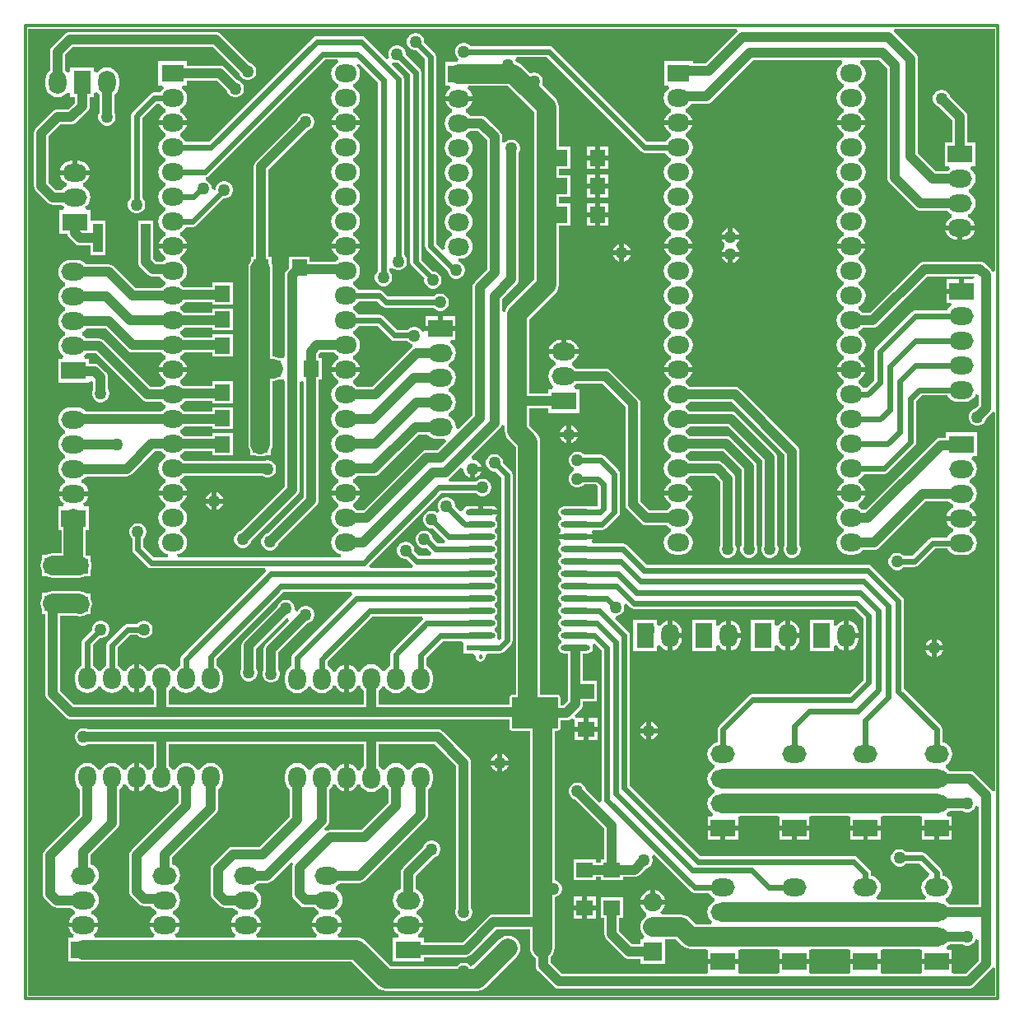
<source format=gbl>
G04*
G04 #@! TF.GenerationSoftware,Altium Limited,Altium Designer,21.6.4 (81)*
G04*
G04 Layer_Physical_Order=2*
G04 Layer_Color=16711680*
%FSLAX25Y25*%
%MOIN*%
G70*
G04*
G04 #@! TF.SameCoordinates,CA042318-3998-41E2-BA40-933A6302EA5A*
G04*
G04*
G04 #@! TF.FilePolarity,Positive*
G04*
G01*
G75*
%ADD12C,0.01181*%
%ADD42R,0.06496X0.06890*%
%ADD43R,0.06890X0.06496*%
%ADD45C,0.02362*%
%ADD46C,0.03937*%
%ADD47R,0.11000X0.11000*%
%ADD48C,0.06496*%
%ADD49R,0.06496X0.06496*%
%ADD50O,0.09843X0.07087*%
%ADD51R,0.09843X0.07087*%
%ADD52O,0.09055X0.07087*%
%ADD53R,0.09055X0.07087*%
%ADD54O,0.07087X0.09055*%
%ADD55R,0.07087X0.09843*%
%ADD56O,0.07087X0.09843*%
%ADD57O,0.07087X0.09449*%
%ADD58R,0.07087X0.09449*%
%ADD59O,0.08661X0.07087*%
%ADD60R,0.08661X0.07087*%
%ADD61R,0.07559X0.07559*%
%ADD62C,0.07559*%
%ADD63C,0.05000*%
%ADD64C,0.00984*%
%ADD65R,0.04134X0.11811*%
%ADD66O,0.11811X0.02362*%
%ADD67R,0.11811X0.02362*%
%ADD68C,0.07874*%
%ADD69R,0.18500X0.12500*%
G36*
X195832Y97593D02*
X194650Y97358D01*
X194593Y97497D01*
X194117Y98117D01*
X191617Y100617D01*
X190997Y101093D01*
X190275Y101392D01*
X189500Y101494D01*
X167000D01*
X166225Y101392D01*
X165503Y101093D01*
X164883Y100617D01*
X144937Y80671D01*
X142153D01*
X141800Y81131D01*
X140789Y81907D01*
X140473Y82038D01*
Y83316D01*
X140789Y83447D01*
X141800Y84224D01*
X142576Y85235D01*
X143064Y86413D01*
X143231Y87677D01*
X143064Y88941D01*
X142576Y90119D01*
X141800Y91131D01*
X140789Y91907D01*
X140473Y92038D01*
Y93316D01*
X140789Y93447D01*
X141800Y94223D01*
X142576Y95235D01*
X143064Y96413D01*
X143231Y97677D01*
X143064Y98941D01*
X142576Y100119D01*
X141800Y101131D01*
X140789Y101907D01*
X140318Y102102D01*
Y103380D01*
X140729Y103550D01*
X141716Y104308D01*
X142473Y105295D01*
X142949Y106444D01*
X142982Y106693D01*
X137362D01*
X131742D01*
X131775Y106444D01*
X132251Y105295D01*
X133009Y104308D01*
X133995Y103550D01*
X134406Y103380D01*
Y102102D01*
X133936Y101907D01*
X132924Y101131D01*
X132148Y100119D01*
X131660Y98941D01*
X131494Y97677D01*
X131660Y96413D01*
X132148Y95235D01*
X132924Y94223D01*
X133936Y93447D01*
X134252Y93316D01*
Y92038D01*
X133936Y91907D01*
X132924Y91131D01*
X132148Y90119D01*
X131660Y88941D01*
X131494Y87677D01*
X131660Y86413D01*
X132148Y85235D01*
X132924Y84224D01*
X133936Y83447D01*
X134252Y83316D01*
Y82038D01*
X133936Y81907D01*
X132924Y81131D01*
X132148Y80119D01*
X131660Y78941D01*
X131494Y77677D01*
X131660Y76413D01*
X132148Y75235D01*
X132924Y74224D01*
X133936Y73447D01*
X134252Y73316D01*
Y72038D01*
X133936Y71907D01*
X132924Y71131D01*
X132148Y70119D01*
X131660Y68941D01*
X131494Y67677D01*
X131660Y66413D01*
X132148Y65235D01*
X132924Y64223D01*
X133936Y63447D01*
X134406Y63253D01*
Y61974D01*
X133995Y61804D01*
X133009Y61047D01*
X132251Y60060D01*
X131775Y58911D01*
X131742Y58661D01*
X137362D01*
X142982D01*
X142949Y58911D01*
X142473Y60060D01*
X141716Y61047D01*
X140729Y61804D01*
X140318Y61974D01*
Y63253D01*
X140789Y63447D01*
X141800Y64223D01*
X142576Y65235D01*
X143064Y66413D01*
X143231Y67677D01*
X143064Y68941D01*
X142576Y70119D01*
X141800Y71131D01*
X140789Y71907D01*
X140473Y72038D01*
Y73316D01*
X140789Y73447D01*
X141800Y74224D01*
X142153Y74683D01*
X146177D01*
X146952Y74785D01*
X147674Y75084D01*
X148294Y75560D01*
X168240Y95506D01*
X187309D01*
X187363Y95406D01*
X186654Y94224D01*
X182984D01*
Y89500D01*
X182000D01*
Y88516D01*
X175898D01*
Y84776D01*
X177682D01*
X177926Y84264D01*
X178003Y83595D01*
X177168Y82954D01*
X176392Y81942D01*
X176302Y81724D01*
X163500D01*
X163500Y81724D01*
X162649Y81555D01*
X161927Y81072D01*
X161927Y81072D01*
X147427Y66572D01*
X146946Y65851D01*
X146776Y65000D01*
X146776Y65000D01*
Y53421D01*
X143743Y50388D01*
X143469Y50325D01*
X142309Y50467D01*
X141800Y51131D01*
X140789Y51907D01*
X140318Y52102D01*
Y53380D01*
X140729Y53550D01*
X141716Y54308D01*
X142473Y55295D01*
X142949Y56444D01*
X142982Y56693D01*
X137362D01*
X131742D01*
X131775Y56444D01*
X132251Y55295D01*
X133009Y54308D01*
X133995Y53550D01*
X134406Y53380D01*
Y52102D01*
X133936Y51907D01*
X132924Y51131D01*
X132148Y50119D01*
X131660Y48941D01*
X131494Y47677D01*
X131660Y46413D01*
X132148Y45235D01*
X132924Y44223D01*
X133936Y43447D01*
X134252Y43316D01*
Y42038D01*
X133936Y41907D01*
X132924Y41131D01*
X132148Y40119D01*
X131660Y38941D01*
X131494Y37677D01*
X131660Y36413D01*
X132148Y35235D01*
X132924Y34223D01*
X133936Y33447D01*
X134252Y33316D01*
Y32038D01*
X133936Y31907D01*
X132924Y31131D01*
X132148Y30119D01*
X131660Y28941D01*
X131494Y27677D01*
X131660Y26413D01*
X132148Y25235D01*
X132924Y24223D01*
X133936Y23447D01*
X134252Y23316D01*
Y22038D01*
X133936Y21907D01*
X132924Y21131D01*
X132148Y20119D01*
X131660Y18941D01*
X131494Y17677D01*
X131660Y16413D01*
X132148Y15235D01*
X132924Y14223D01*
X133936Y13447D01*
X134406Y13252D01*
Y11974D01*
X133995Y11804D01*
X133009Y11047D01*
X132251Y10060D01*
X131775Y8911D01*
X131742Y8661D01*
X137362D01*
X142982D01*
X142949Y8911D01*
X142473Y10060D01*
X141716Y11047D01*
X140729Y11804D01*
X140318Y11974D01*
Y13252D01*
X140789Y13447D01*
X141800Y14223D01*
X142576Y15235D01*
X142667Y15453D01*
X150677D01*
X150677Y15453D01*
X151528Y15623D01*
X152250Y16105D01*
X163073Y26928D01*
X163073Y26928D01*
X163555Y27649D01*
X163724Y28500D01*
Y45079D01*
X165921Y47276D01*
X176302D01*
X176392Y47058D01*
X177168Y46046D01*
X178180Y45270D01*
X179358Y44782D01*
X180622Y44616D01*
X183378D01*
X184642Y44782D01*
X185820Y45270D01*
X186832Y46046D01*
X187608Y47058D01*
X187825Y47581D01*
X189006Y47346D01*
Y43240D01*
X187666Y41900D01*
X187149Y41761D01*
X186351Y41301D01*
X185699Y40649D01*
X185239Y39851D01*
X185000Y38961D01*
Y38039D01*
X185239Y37149D01*
X185699Y36351D01*
X186351Y35699D01*
X187149Y35239D01*
X188039Y35000D01*
X188961D01*
X189851Y35239D01*
X190649Y35699D01*
X191301Y36351D01*
X191762Y37149D01*
X191900Y37666D01*
X194117Y39883D01*
X194593Y40503D01*
X194650Y40642D01*
X195832Y40407D01*
X195832Y-112907D01*
X194650Y-113142D01*
X194593Y-113003D01*
X194117Y-112383D01*
X187617Y-105883D01*
X186997Y-105407D01*
X186275Y-105108D01*
X185500Y-105006D01*
X177228D01*
X176875Y-104546D01*
X175863Y-103770D01*
X175548Y-103639D01*
Y-102361D01*
X175863Y-102230D01*
X176875Y-101454D01*
X177651Y-100442D01*
X178139Y-99264D01*
X178306Y-98000D01*
X178139Y-96736D01*
X177651Y-95558D01*
X176875Y-94546D01*
X175863Y-93770D01*
X174685Y-93282D01*
X174267Y-93227D01*
Y-88043D01*
X174267Y-88043D01*
X174098Y-87192D01*
X173616Y-86471D01*
X173616Y-86471D01*
X158724Y-71579D01*
Y-36000D01*
X158724Y-36000D01*
X158554Y-35149D01*
X158072Y-34427D01*
X158072Y-34427D01*
X145572Y-21927D01*
X144851Y-21445D01*
X144000Y-21276D01*
X144000Y-21276D01*
X54421D01*
X46573Y-13428D01*
X45851Y-12946D01*
X45000Y-12776D01*
X45000Y-12776D01*
X32739D01*
X32415Y-12109D01*
X32291Y-11595D01*
X32699Y-10984D01*
X25791D01*
X18884D01*
X19364Y-11703D01*
X19709Y-11934D01*
X19747Y-13241D01*
X19737Y-13265D01*
X19494Y-13428D01*
X19012Y-14149D01*
X18843Y-15000D01*
X19012Y-15851D01*
X19494Y-16572D01*
X19900Y-16844D01*
X19960Y-17052D01*
Y-17947D01*
X19900Y-18156D01*
X19494Y-18428D01*
X19012Y-19149D01*
X18843Y-20000D01*
X19012Y-20851D01*
X19494Y-21573D01*
X19900Y-21844D01*
X19960Y-22052D01*
Y-22948D01*
X19900Y-23156D01*
X19494Y-23427D01*
X19012Y-24149D01*
X18843Y-25000D01*
X19012Y-25851D01*
X19494Y-26572D01*
X19900Y-26844D01*
X19960Y-27052D01*
Y-27948D01*
X19900Y-28156D01*
X19494Y-28427D01*
X19012Y-29149D01*
X18843Y-30000D01*
X19012Y-30851D01*
X19494Y-31572D01*
X19900Y-31844D01*
X19960Y-32052D01*
Y-32947D01*
X19900Y-33156D01*
X19494Y-33428D01*
X19012Y-34149D01*
X18843Y-35000D01*
X19012Y-35851D01*
X19494Y-36573D01*
X19900Y-36844D01*
X19960Y-37053D01*
Y-37947D01*
X19900Y-38156D01*
X19494Y-38427D01*
X19012Y-39149D01*
X18843Y-40000D01*
X19012Y-40851D01*
X19494Y-41572D01*
X19900Y-41844D01*
X19960Y-42053D01*
Y-42948D01*
X19900Y-43156D01*
X19494Y-43428D01*
X19012Y-44149D01*
X18843Y-45000D01*
X19012Y-45851D01*
X19494Y-46573D01*
X19900Y-46844D01*
X19960Y-47052D01*
Y-47948D01*
X19900Y-48156D01*
X19494Y-48428D01*
X19012Y-49149D01*
X18843Y-50000D01*
X19012Y-50851D01*
X19494Y-51573D01*
X19900Y-51844D01*
X19960Y-52052D01*
Y-52948D01*
X19900Y-53156D01*
X19494Y-53427D01*
X19012Y-54149D01*
X18843Y-55000D01*
X19012Y-55851D01*
X19494Y-56573D01*
X20216Y-57055D01*
X21067Y-57224D01*
X22797D01*
Y-72500D01*
Y-76468D01*
X20859Y-78407D01*
X19520D01*
Y-75000D01*
X19442Y-74610D01*
X19221Y-74279D01*
X18890Y-74058D01*
X18500Y-73980D01*
X11480D01*
Y28500D01*
X11310Y29789D01*
X10813Y30990D01*
X10021Y32021D01*
X6980Y35063D01*
Y42006D01*
X14780D01*
Y40157D01*
X27220D01*
Y49843D01*
X25552D01*
X25150Y51024D01*
X25832Y51546D01*
X26184Y52006D01*
X36760D01*
X46006Y42760D01*
Y3000D01*
X46108Y2225D01*
X46407Y1503D01*
X46883Y883D01*
X52206Y-4440D01*
X52826Y-4916D01*
X53548Y-5215D01*
X54323Y-5317D01*
X62572D01*
X62924Y-5777D01*
X63936Y-6553D01*
X64252Y-6684D01*
Y-7962D01*
X63936Y-8093D01*
X62924Y-8869D01*
X62148Y-9881D01*
X61660Y-11059D01*
X61494Y-12323D01*
X61660Y-13587D01*
X62148Y-14765D01*
X62924Y-15777D01*
X63936Y-16553D01*
X65114Y-17041D01*
X66378Y-17207D01*
X68347D01*
X69611Y-17041D01*
X70789Y-16553D01*
X71800Y-15777D01*
X72576Y-14765D01*
X73064Y-13587D01*
X73231Y-12323D01*
X73064Y-11059D01*
X72576Y-9881D01*
X71800Y-8869D01*
X70789Y-8093D01*
X70473Y-7962D01*
Y-6684D01*
X70789Y-6553D01*
X71800Y-5777D01*
X72576Y-4765D01*
X73064Y-3587D01*
X73231Y-2323D01*
X73064Y-1059D01*
X72576Y119D01*
X71800Y1131D01*
X70789Y1907D01*
X70318Y2102D01*
Y3380D01*
X70729Y3550D01*
X71716Y4308D01*
X72473Y5295D01*
X72949Y6444D01*
X72982Y6693D01*
X67362D01*
X61742D01*
X61775Y6444D01*
X62251Y5295D01*
X63008Y4308D01*
X63995Y3550D01*
X64406Y3380D01*
Y2102D01*
X63936Y1907D01*
X62924Y1131D01*
X62572Y671D01*
X55563D01*
X51994Y4240D01*
Y44000D01*
X51892Y44775D01*
X51593Y45497D01*
X51117Y46117D01*
X40117Y57117D01*
X39497Y57593D01*
X38775Y57892D01*
X38000Y57994D01*
X26184D01*
X25832Y58454D01*
X24820Y59230D01*
X24350Y59425D01*
Y60703D01*
X24760Y60873D01*
X25747Y61630D01*
X26505Y62617D01*
X26981Y63767D01*
X27013Y64016D01*
X21000D01*
X14986D01*
X15019Y63767D01*
X15495Y62617D01*
X16253Y61630D01*
X17240Y60873D01*
X17650Y60703D01*
Y59425D01*
X17180Y59230D01*
X16168Y58454D01*
X15392Y57442D01*
X14904Y56264D01*
X14738Y55000D01*
X14904Y53736D01*
X15392Y52558D01*
X16168Y51546D01*
X16849Y51024D01*
X16448Y49843D01*
X14780D01*
Y47994D01*
X6980D01*
Y77937D01*
X17521Y88479D01*
X17521Y88479D01*
X18313Y89510D01*
X18810Y90711D01*
X18980Y92000D01*
Y116055D01*
X23571D01*
Y124945D01*
X18980D01*
Y127555D01*
X23571D01*
Y136445D01*
X18980D01*
Y139055D01*
X23571D01*
Y147945D01*
X18980D01*
Y164000D01*
X18980Y164000D01*
X18810Y165289D01*
X18313Y166490D01*
X17521Y167521D01*
X17521Y167521D01*
X12127Y172916D01*
X12262Y173149D01*
X12500Y174039D01*
Y174961D01*
X12262Y175851D01*
X11801Y176649D01*
X11149Y177301D01*
X10351Y177761D01*
X9461Y178000D01*
X8539D01*
X7649Y177761D01*
X7416Y177627D01*
X4021Y181021D01*
X2990Y181813D01*
X1821Y182297D01*
X1761Y182520D01*
X1429Y183095D01*
X1693Y183846D01*
X2013Y184276D01*
X14079D01*
X52250Y146105D01*
X52250Y146105D01*
X52972Y145623D01*
X53823Y145453D01*
X62058D01*
X62148Y145235D01*
X62924Y144223D01*
X63936Y143447D01*
X64252Y143316D01*
Y142038D01*
X63936Y141907D01*
X62924Y141131D01*
X62148Y140119D01*
X61660Y138941D01*
X61494Y137677D01*
X61660Y136413D01*
X62148Y135235D01*
X62924Y134223D01*
X63936Y133447D01*
X64252Y133316D01*
Y132038D01*
X63936Y131907D01*
X62924Y131131D01*
X62148Y130119D01*
X61660Y128941D01*
X61494Y127677D01*
X61660Y126413D01*
X62148Y125235D01*
X62924Y124223D01*
X63936Y123447D01*
X64252Y123316D01*
Y122038D01*
X63936Y121907D01*
X62924Y121131D01*
X62148Y120119D01*
X61660Y118941D01*
X61494Y117677D01*
X61660Y116413D01*
X62148Y115235D01*
X62924Y114224D01*
X63936Y113447D01*
X64406Y113252D01*
Y111974D01*
X63995Y111804D01*
X63008Y111047D01*
X62251Y110060D01*
X61775Y108911D01*
X61742Y108661D01*
X67362D01*
X72982D01*
X72949Y108911D01*
X72473Y110060D01*
X71716Y111047D01*
X70729Y111804D01*
X70318Y111974D01*
Y113252D01*
X70789Y113447D01*
X71800Y114224D01*
X72576Y115235D01*
X73064Y116413D01*
X73231Y117677D01*
X73064Y118941D01*
X72576Y120119D01*
X71800Y121131D01*
X70789Y121907D01*
X70473Y122038D01*
Y123316D01*
X70789Y123447D01*
X71800Y124223D01*
X72576Y125235D01*
X73064Y126413D01*
X73231Y127677D01*
X73064Y128941D01*
X72576Y130119D01*
X71800Y131131D01*
X70789Y131907D01*
X70473Y132038D01*
Y133316D01*
X70789Y133447D01*
X71800Y134223D01*
X72576Y135235D01*
X73064Y136413D01*
X73231Y137677D01*
X73064Y138941D01*
X72576Y140119D01*
X71800Y141131D01*
X70789Y141907D01*
X70473Y142038D01*
Y143316D01*
X70789Y143447D01*
X71800Y144223D01*
X72576Y145235D01*
X73064Y146413D01*
X73231Y147677D01*
X73064Y148941D01*
X72576Y150119D01*
X71800Y151131D01*
X70789Y151907D01*
X70318Y152102D01*
Y153380D01*
X70729Y153550D01*
X71716Y154308D01*
X72473Y155295D01*
X72949Y156444D01*
X72982Y156693D01*
X67362D01*
X61742D01*
X61775Y156444D01*
X62251Y155295D01*
X63008Y154308D01*
X63995Y153550D01*
X64406Y153380D01*
Y152102D01*
X63936Y151907D01*
X62924Y151131D01*
X62148Y150119D01*
X62058Y149901D01*
X54744D01*
X16572Y188073D01*
X15851Y188555D01*
X15000Y188724D01*
X15000Y188724D01*
X-16774D01*
X-17351Y189301D01*
X-18149Y189761D01*
X-19039Y190000D01*
X-19961D01*
X-20851Y189761D01*
X-21649Y189301D01*
X-22301Y188649D01*
X-22761Y187851D01*
X-23000Y186961D01*
Y186039D01*
X-22761Y185149D01*
X-22301Y184351D01*
X-21649Y183699D01*
X-21548Y183641D01*
X-21539Y183426D01*
X-21825Y182437D01*
X-22541Y182343D01*
X-27130D01*
Y172658D01*
X-25183D01*
X-24979Y172249D01*
X-24866Y171476D01*
X-25657Y170870D01*
X-26414Y169883D01*
X-26890Y168733D01*
X-26923Y168484D01*
X-21500D01*
X-16077D01*
X-16110Y168733D01*
X-16586Y169883D01*
X-17343Y170870D01*
X-17955Y171339D01*
X-17554Y172520D01*
X-1563D01*
X2729Y168229D01*
X3012Y168012D01*
X3229Y167729D01*
X9020Y161937D01*
Y143500D01*
Y132000D01*
Y120500D01*
Y94063D01*
X-1521Y83521D01*
X-2313Y82490D01*
X-2810Y81289D01*
X-2825Y81176D01*
X-4006Y81253D01*
Y86260D01*
X1904Y92170D01*
X2380Y92790D01*
X2679Y93512D01*
X2781Y94287D01*
Y145473D01*
X3049Y145936D01*
X3287Y146827D01*
Y147748D01*
X3049Y148638D01*
X2588Y149436D01*
X1936Y150088D01*
X1138Y150549D01*
X248Y150787D01*
X-673D01*
X-1564Y150549D01*
X-2362Y150088D01*
X-2825Y149625D01*
X-3602Y149801D01*
X-4006Y150050D01*
Y152000D01*
X-4108Y152775D01*
X-4407Y153497D01*
X-4883Y154117D01*
X-10383Y159617D01*
X-11003Y160093D01*
X-11725Y160392D01*
X-12500Y160494D01*
X-16906D01*
X-17259Y160954D01*
X-18270Y161730D01*
X-18741Y161925D01*
Y163203D01*
X-18330Y163373D01*
X-17343Y164130D01*
X-16586Y165117D01*
X-16110Y166267D01*
X-16077Y166516D01*
X-21500D01*
X-26923D01*
X-26890Y166267D01*
X-26414Y165117D01*
X-25657Y164130D01*
X-24670Y163373D01*
X-24259Y163203D01*
Y161925D01*
X-24730Y161730D01*
X-25741Y160954D01*
X-26517Y159942D01*
X-27005Y158764D01*
X-27172Y157500D01*
X-27005Y156236D01*
X-26517Y155058D01*
X-25741Y154046D01*
X-24730Y153270D01*
X-24414Y153139D01*
Y151861D01*
X-24730Y151730D01*
X-25741Y150954D01*
X-26517Y149942D01*
X-27005Y148764D01*
X-27172Y147500D01*
X-27005Y146236D01*
X-26517Y145058D01*
X-25741Y144046D01*
X-24730Y143270D01*
X-24414Y143139D01*
Y141861D01*
X-24730Y141730D01*
X-25741Y140954D01*
X-26517Y139942D01*
X-27005Y138764D01*
X-27172Y137500D01*
X-27005Y136236D01*
X-26517Y135058D01*
X-25741Y134046D01*
X-24730Y133270D01*
X-24414Y133139D01*
Y131861D01*
X-24730Y131730D01*
X-25741Y130954D01*
X-26517Y129942D01*
X-27005Y128764D01*
X-27172Y127500D01*
X-27005Y126236D01*
X-26517Y125058D01*
X-25741Y124046D01*
X-24730Y123270D01*
X-24414Y123139D01*
Y121861D01*
X-24730Y121730D01*
X-25741Y120954D01*
X-26517Y119942D01*
X-27005Y118764D01*
X-27172Y117500D01*
X-27005Y116236D01*
X-26517Y115058D01*
X-25741Y114046D01*
X-24730Y113270D01*
X-24414Y113139D01*
Y111861D01*
X-24730Y111730D01*
X-25741Y110954D01*
X-26517Y109942D01*
X-27005Y108764D01*
X-27172Y107500D01*
X-27062Y106663D01*
X-28180Y106111D01*
X-30776Y108707D01*
Y184500D01*
X-30776Y184500D01*
X-30945Y185351D01*
X-31427Y186073D01*
X-31427Y186073D01*
X-35500Y190145D01*
Y190961D01*
X-35739Y191851D01*
X-36199Y192649D01*
X-36851Y193301D01*
X-37649Y193762D01*
X-38539Y194000D01*
X-39461D01*
X-40351Y193762D01*
X-41149Y193301D01*
X-41801Y192649D01*
X-42261Y191851D01*
X-42500Y190961D01*
Y190039D01*
X-42261Y189149D01*
X-41801Y188351D01*
X-41149Y187699D01*
X-40351Y187239D01*
X-39461Y187000D01*
X-38645D01*
X-35224Y183579D01*
Y107786D01*
X-35224Y107786D01*
X-35055Y106935D01*
X-34572Y106214D01*
X-26000Y97641D01*
Y97539D01*
X-25762Y96649D01*
X-25301Y95851D01*
X-24649Y95199D01*
X-23851Y94739D01*
X-22961Y94500D01*
X-22039D01*
X-21149Y94739D01*
X-20351Y95199D01*
X-19699Y95851D01*
X-19239Y96649D01*
X-19000Y97539D01*
Y98461D01*
X-19239Y99351D01*
X-19699Y100149D01*
X-20351Y100801D01*
X-21149Y101261D01*
X-21795Y101435D01*
X-21640Y102616D01*
X-20713D01*
X-19448Y102782D01*
X-18270Y103270D01*
X-17259Y104046D01*
X-16483Y105058D01*
X-15995Y106236D01*
X-15828Y107500D01*
X-15995Y108764D01*
X-16483Y109942D01*
X-17259Y110954D01*
X-18270Y111730D01*
X-18586Y111861D01*
Y113139D01*
X-18270Y113270D01*
X-17259Y114046D01*
X-16483Y115058D01*
X-15995Y116236D01*
X-15828Y117500D01*
X-15995Y118764D01*
X-16483Y119942D01*
X-17259Y120954D01*
X-18270Y121730D01*
X-18586Y121861D01*
Y123139D01*
X-18270Y123270D01*
X-17259Y124046D01*
X-16483Y125058D01*
X-15995Y126236D01*
X-15828Y127500D01*
X-15995Y128764D01*
X-16483Y129942D01*
X-17259Y130954D01*
X-18270Y131730D01*
X-18586Y131861D01*
Y133139D01*
X-18270Y133270D01*
X-17259Y134046D01*
X-16483Y135058D01*
X-15995Y136236D01*
X-15828Y137500D01*
X-15995Y138764D01*
X-16483Y139942D01*
X-17259Y140954D01*
X-18270Y141730D01*
X-18586Y141861D01*
Y143139D01*
X-18270Y143270D01*
X-17259Y144046D01*
X-16483Y145058D01*
X-15995Y146236D01*
X-15828Y147500D01*
X-15995Y148764D01*
X-16483Y149942D01*
X-17259Y150954D01*
X-18270Y151730D01*
X-18586Y151861D01*
Y153139D01*
X-18270Y153270D01*
X-17259Y154046D01*
X-16906Y154506D01*
X-13740D01*
X-9994Y150760D01*
Y98240D01*
X-15117Y93117D01*
X-15593Y92497D01*
X-15892Y91775D01*
X-15994Y91000D01*
Y39240D01*
X-21670Y33565D01*
X-22788Y34116D01*
X-22738Y34500D01*
X-22904Y35764D01*
X-23392Y36942D01*
X-24168Y37954D01*
X-25180Y38730D01*
X-25496Y38861D01*
Y40139D01*
X-25180Y40270D01*
X-24168Y41046D01*
X-23392Y42058D01*
X-22904Y43236D01*
X-22738Y44500D01*
X-22904Y45764D01*
X-23392Y46942D01*
X-24168Y47954D01*
X-25180Y48730D01*
X-25496Y48861D01*
Y50139D01*
X-25180Y50270D01*
X-24168Y51046D01*
X-23392Y52058D01*
X-22904Y53236D01*
X-22738Y54500D01*
X-22904Y55764D01*
X-23392Y56942D01*
X-24168Y57954D01*
X-25180Y58730D01*
X-25496Y58861D01*
Y60139D01*
X-25180Y60270D01*
X-24168Y61046D01*
X-23392Y62058D01*
X-22904Y63236D01*
X-22738Y64500D01*
X-22904Y65764D01*
X-23392Y66942D01*
X-24168Y67954D01*
X-25003Y68594D01*
X-24926Y69264D01*
X-24682Y69776D01*
X-22898D01*
Y73516D01*
X-29000D01*
X-35102D01*
Y73459D01*
X-36173Y72896D01*
X-36283Y72929D01*
X-36699Y73649D01*
X-37351Y74301D01*
X-38149Y74761D01*
X-39039Y75000D01*
X-39961D01*
X-40851Y74761D01*
X-41649Y74301D01*
X-42183Y73767D01*
X-46622D01*
X-52105Y79250D01*
X-52826Y79732D01*
X-53677Y79901D01*
X-53677Y79901D01*
X-62058D01*
X-62148Y80119D01*
X-62924Y81131D01*
X-63936Y81907D01*
X-64252Y82038D01*
Y83316D01*
X-63936Y83447D01*
X-62924Y84224D01*
X-62148Y85235D01*
X-62058Y85453D01*
X-54728D01*
X-52703Y83428D01*
X-51981Y82946D01*
X-51130Y82776D01*
X-51130Y82776D01*
X-31726D01*
X-31149Y82199D01*
X-30351Y81739D01*
X-29461Y81500D01*
X-28539D01*
X-27649Y81739D01*
X-26851Y82199D01*
X-26199Y82851D01*
X-25738Y83649D01*
X-25500Y84539D01*
Y85461D01*
X-25738Y86351D01*
X-26199Y87149D01*
X-26851Y87801D01*
X-27649Y88261D01*
X-28539Y88500D01*
X-29461D01*
X-30351Y88261D01*
X-31149Y87801D01*
X-31726Y87224D01*
X-50209D01*
X-52235Y89250D01*
X-52956Y89732D01*
X-53807Y89901D01*
X-53807Y89901D01*
X-62058D01*
X-62148Y90119D01*
X-62924Y91131D01*
X-63936Y91907D01*
X-64252Y92038D01*
Y93316D01*
X-63936Y93447D01*
X-62924Y94223D01*
X-62148Y95235D01*
X-61660Y96413D01*
X-61494Y97677D01*
X-61660Y98941D01*
X-62148Y100119D01*
X-62924Y101131D01*
X-63936Y101907D01*
X-64406Y102102D01*
Y103380D01*
X-63995Y103550D01*
X-63008Y104308D01*
X-62251Y105295D01*
X-61775Y106444D01*
X-61742Y106693D01*
X-67362D01*
X-72982D01*
X-72949Y106444D01*
X-72473Y105295D01*
X-71716Y104308D01*
X-70729Y103550D01*
X-70318Y103380D01*
Y102102D01*
X-70789Y101907D01*
X-71614Y101274D01*
X-81898D01*
Y103445D01*
X-90394D01*
Y98789D01*
X-91117Y98066D01*
X-91593Y97446D01*
X-91892Y96724D01*
X-91994Y95949D01*
Y63446D01*
X-92429Y62445D01*
X-94507D01*
X-95388Y62810D01*
X-96677Y62980D01*
X-96843D01*
Y67500D01*
Y78000D01*
Y88500D01*
Y98677D01*
X-97013Y99966D01*
X-97252Y100543D01*
Y103445D01*
X-98506D01*
Y138760D01*
X-82665Y154600D01*
X-82149Y154738D01*
X-81351Y155199D01*
X-80699Y155851D01*
X-80238Y156649D01*
X-80000Y157539D01*
Y158461D01*
X-80238Y159351D01*
X-80699Y160149D01*
X-81351Y160801D01*
X-82149Y161261D01*
X-83039Y161500D01*
X-83961D01*
X-84851Y161261D01*
X-85649Y160801D01*
X-86301Y160149D01*
X-86761Y159351D01*
X-86900Y158835D01*
X-103617Y142117D01*
X-104093Y141497D01*
X-104392Y140775D01*
X-104494Y140000D01*
Y103445D01*
X-105748D01*
Y101672D01*
X-106135Y101167D01*
X-106633Y99966D01*
X-106802Y98677D01*
Y88500D01*
Y78000D01*
Y67500D01*
Y58000D01*
Y48500D01*
Y38000D01*
Y27500D01*
X-106633Y26211D01*
X-106135Y25010D01*
X-106071Y24926D01*
Y23055D01*
X-103993D01*
X-103112Y22690D01*
X-101823Y22520D01*
X-100534Y22690D01*
X-99653Y23055D01*
X-97575D01*
Y24926D01*
X-97510Y25010D01*
X-97013Y26211D01*
X-96843Y27500D01*
Y38000D01*
Y48500D01*
Y53020D01*
X-96677D01*
X-95388Y53190D01*
X-94507Y53555D01*
X-92429D01*
X-91994Y52554D01*
Y10240D01*
X-109834Y-7600D01*
X-110351Y-7739D01*
X-111149Y-8199D01*
X-111801Y-8851D01*
X-112261Y-9649D01*
X-112500Y-10539D01*
Y-11461D01*
X-112261Y-12351D01*
X-111801Y-13149D01*
X-111149Y-13801D01*
X-110351Y-14262D01*
X-109461Y-14500D01*
X-108539D01*
X-107649Y-14262D01*
X-106851Y-13801D01*
X-106199Y-13149D01*
X-105738Y-12351D01*
X-105600Y-11834D01*
X-86883Y6883D01*
X-86407Y7503D01*
X-86283Y7802D01*
X-86108Y8225D01*
X-86006Y9000D01*
Y52554D01*
X-85950Y52683D01*
X-84546Y52949D01*
X-84317Y52720D01*
Y5917D01*
X-98834Y-8600D01*
X-99351Y-8738D01*
X-100149Y-9199D01*
X-100801Y-9851D01*
X-101261Y-10649D01*
X-101500Y-11539D01*
Y-12461D01*
X-101261Y-13351D01*
X-100801Y-14149D01*
X-100149Y-14801D01*
X-99351Y-15261D01*
X-98461Y-15500D01*
X-97539D01*
X-96649Y-15261D01*
X-95851Y-14801D01*
X-95199Y-14149D01*
X-94739Y-13351D01*
X-94600Y-12834D01*
X-79206Y2560D01*
X-78730Y3180D01*
X-78431Y3902D01*
X-78329Y4677D01*
Y53555D01*
X-77075D01*
Y62445D01*
X-78329D01*
Y63937D01*
X-77583Y64683D01*
X-72153D01*
X-71800Y64223D01*
X-70789Y63447D01*
X-70318Y63253D01*
Y61974D01*
X-70729Y61804D01*
X-71716Y61047D01*
X-72473Y60060D01*
X-72949Y58911D01*
X-72982Y58661D01*
X-67362D01*
X-61742D01*
X-61775Y58911D01*
X-62251Y60060D01*
X-63008Y61047D01*
X-63995Y61804D01*
X-64406Y61974D01*
Y63253D01*
X-63936Y63447D01*
X-62924Y64223D01*
X-62148Y65235D01*
X-61660Y66413D01*
X-61494Y67677D01*
X-61660Y68941D01*
X-62148Y70119D01*
X-62924Y71131D01*
X-63936Y71907D01*
X-64252Y72038D01*
Y73316D01*
X-63936Y73447D01*
X-62924Y74224D01*
X-62148Y75235D01*
X-62058Y75453D01*
X-54598D01*
X-49116Y69971D01*
X-49116Y69971D01*
X-48394Y69489D01*
X-47543Y69319D01*
X-47543Y69319D01*
X-42269D01*
X-41649Y68699D01*
X-40851Y68239D01*
X-40491Y68142D01*
X-40377Y67899D01*
X-40293Y66866D01*
X-40617Y66617D01*
X-56563Y50671D01*
X-62572D01*
X-62924Y51131D01*
X-63936Y51907D01*
X-64406Y52102D01*
Y53380D01*
X-63995Y53550D01*
X-63008Y54308D01*
X-62251Y55295D01*
X-61775Y56444D01*
X-61742Y56693D01*
X-67362D01*
X-72982D01*
X-72949Y56444D01*
X-72473Y55295D01*
X-71716Y54308D01*
X-70729Y53550D01*
X-70318Y53380D01*
Y52102D01*
X-70789Y51907D01*
X-71800Y51131D01*
X-72576Y50119D01*
X-73064Y48941D01*
X-73231Y47677D01*
X-73064Y46413D01*
X-72576Y45235D01*
X-71800Y44223D01*
X-70789Y43447D01*
X-70473Y43316D01*
Y42038D01*
X-70789Y41907D01*
X-71800Y41131D01*
X-72576Y40119D01*
X-73064Y38941D01*
X-73231Y37677D01*
X-73064Y36413D01*
X-72576Y35235D01*
X-71800Y34223D01*
X-70789Y33447D01*
X-70473Y33316D01*
Y32038D01*
X-70789Y31907D01*
X-71800Y31131D01*
X-72576Y30119D01*
X-73064Y28941D01*
X-73231Y27677D01*
X-73064Y26413D01*
X-72576Y25235D01*
X-71800Y24223D01*
X-70789Y23447D01*
X-70473Y23316D01*
Y22038D01*
X-70789Y21907D01*
X-71800Y21131D01*
X-72576Y20119D01*
X-73064Y18941D01*
X-73231Y17677D01*
X-73064Y16413D01*
X-72576Y15235D01*
X-71800Y14223D01*
X-70789Y13447D01*
X-70318Y13252D01*
Y11974D01*
X-70729Y11804D01*
X-71716Y11047D01*
X-72473Y10060D01*
X-72949Y8911D01*
X-72982Y8661D01*
X-67362D01*
X-61742D01*
X-61775Y8911D01*
X-62251Y10060D01*
X-63008Y11047D01*
X-63995Y11804D01*
X-64406Y11974D01*
Y13252D01*
X-63936Y13447D01*
X-62924Y14223D01*
X-62572Y14683D01*
X-55823D01*
X-55048Y14785D01*
X-54326Y15084D01*
X-53706Y15560D01*
X-37760Y31506D01*
X-34184D01*
X-33832Y31046D01*
X-32820Y30270D01*
X-31642Y29782D01*
X-30378Y29616D01*
X-27622D01*
X-27239Y29666D01*
X-26687Y28547D01*
X-30240Y24994D01*
X-34500D01*
X-35275Y24892D01*
X-35997Y24593D01*
X-36617Y24117D01*
X-60063Y671D01*
X-62572D01*
X-62924Y1131D01*
X-63936Y1907D01*
X-64406Y2102D01*
Y3380D01*
X-63995Y3550D01*
X-63008Y4308D01*
X-62251Y5295D01*
X-61775Y6444D01*
X-61742Y6693D01*
X-67362D01*
X-72982D01*
X-72949Y6444D01*
X-72473Y5295D01*
X-71716Y4308D01*
X-70729Y3550D01*
X-70318Y3380D01*
Y2102D01*
X-70789Y1907D01*
X-71800Y1131D01*
X-72576Y119D01*
X-73064Y-1059D01*
X-73231Y-2323D01*
X-73064Y-3587D01*
X-72576Y-4765D01*
X-71800Y-5777D01*
X-70789Y-6553D01*
X-70473Y-6684D01*
Y-7962D01*
X-70789Y-8093D01*
X-71800Y-8869D01*
X-72576Y-9881D01*
X-73064Y-11059D01*
X-73231Y-12323D01*
X-73064Y-13587D01*
X-72576Y-14765D01*
X-71800Y-15777D01*
X-70789Y-16553D01*
X-69611Y-17041D01*
X-69198Y-17095D01*
X-69275Y-18276D01*
X-135449D01*
X-135527Y-17095D01*
X-135114Y-17041D01*
X-133936Y-16553D01*
X-132924Y-15777D01*
X-132148Y-14765D01*
X-131660Y-13587D01*
X-131494Y-12323D01*
X-131660Y-11059D01*
X-132148Y-9881D01*
X-132924Y-8869D01*
X-133936Y-8093D01*
X-134252Y-7962D01*
Y-6684D01*
X-133936Y-6553D01*
X-132924Y-5777D01*
X-132148Y-4765D01*
X-131660Y-3587D01*
X-131494Y-2323D01*
X-131660Y-1059D01*
X-132148Y119D01*
X-132924Y1131D01*
X-133936Y1907D01*
X-134406Y2102D01*
Y3380D01*
X-133995Y3550D01*
X-133009Y4308D01*
X-132251Y5295D01*
X-131775Y6444D01*
X-131742Y6693D01*
X-137362D01*
X-142982D01*
X-142949Y6444D01*
X-142473Y5295D01*
X-141716Y4308D01*
X-140729Y3550D01*
X-140318Y3380D01*
Y2102D01*
X-140789Y1907D01*
X-141800Y1131D01*
X-142576Y119D01*
X-143064Y-1059D01*
X-143231Y-2323D01*
X-143064Y-3587D01*
X-142576Y-4765D01*
X-141800Y-5777D01*
X-140789Y-6553D01*
X-140473Y-6684D01*
Y-7962D01*
X-140789Y-8093D01*
X-141800Y-8869D01*
X-142576Y-9881D01*
X-143064Y-11059D01*
X-143231Y-12323D01*
X-143064Y-13587D01*
X-142576Y-14765D01*
X-141800Y-15777D01*
X-140789Y-16553D01*
X-139611Y-17041D01*
X-139198Y-17095D01*
X-139275Y-18276D01*
X-145079D01*
X-149276Y-14079D01*
Y-10726D01*
X-148699Y-10149D01*
X-148239Y-9351D01*
X-148000Y-8461D01*
Y-7539D01*
X-148239Y-6649D01*
X-148699Y-5851D01*
X-149351Y-5199D01*
X-150149Y-4738D01*
X-151039Y-4500D01*
X-151961D01*
X-152851Y-4738D01*
X-153649Y-5199D01*
X-154301Y-5851D01*
X-154762Y-6649D01*
X-155000Y-7539D01*
Y-8461D01*
X-154762Y-9351D01*
X-154301Y-10149D01*
X-153724Y-10726D01*
Y-15000D01*
X-153724Y-15000D01*
X-153554Y-15851D01*
X-153073Y-16572D01*
X-147573Y-22072D01*
X-147573Y-22072D01*
X-146851Y-22555D01*
X-146000Y-22724D01*
X-146000Y-22724D01*
X-100039D01*
X-99550Y-23905D01*
X-133572Y-57928D01*
X-134055Y-58649D01*
X-134224Y-59500D01*
X-134224Y-59500D01*
Y-62097D01*
X-134442Y-62187D01*
X-135454Y-62964D01*
X-136230Y-63975D01*
X-136361Y-64291D01*
X-137639D01*
X-137770Y-63975D01*
X-138546Y-62964D01*
X-139558Y-62187D01*
X-140736Y-61699D01*
X-142000Y-61533D01*
X-143264Y-61699D01*
X-144442Y-62187D01*
X-145454Y-62964D01*
X-146230Y-63975D01*
X-146425Y-64445D01*
X-147703D01*
X-147873Y-64035D01*
X-148630Y-63048D01*
X-149617Y-62291D01*
X-150767Y-61814D01*
X-151016Y-61782D01*
Y-67402D01*
Y-73021D01*
X-150767Y-72989D01*
X-149617Y-72513D01*
X-148630Y-71755D01*
X-147873Y-70768D01*
X-147703Y-70358D01*
X-146425D01*
X-146230Y-70828D01*
X-145454Y-71839D01*
X-144994Y-72192D01*
Y-78006D01*
X-177260D01*
X-183006Y-72260D01*
Y-41980D01*
X-176307D01*
X-176289Y-41987D01*
X-175000Y-42157D01*
X-173711Y-41987D01*
X-172510Y-41490D01*
X-172426Y-41425D01*
X-170555D01*
Y-39347D01*
X-170190Y-38466D01*
X-170020Y-37177D01*
X-170190Y-35888D01*
X-170555Y-35007D01*
Y-32929D01*
X-172372D01*
X-172687Y-32688D01*
X-173888Y-32190D01*
X-175177Y-32020D01*
X-175177Y-32020D01*
X-186000D01*
X-187289Y-32190D01*
X-188490Y-32688D01*
X-188574Y-32752D01*
X-190445D01*
Y-34830D01*
X-190810Y-35711D01*
X-190980Y-37000D01*
X-190810Y-38289D01*
X-190445Y-39170D01*
Y-41248D01*
X-188994D01*
Y-73500D01*
X-188892Y-74275D01*
X-188593Y-74997D01*
X-188117Y-75617D01*
X-180617Y-83117D01*
X-179997Y-83593D01*
X-179698Y-83717D01*
X-179275Y-83892D01*
X-178500Y-83994D01*
X-1020D01*
Y-87500D01*
X-942Y-87890D01*
X-721Y-88221D01*
X-390Y-88442D01*
X0Y-88520D01*
X7241D01*
Y-152500D01*
Y-163006D01*
X-7500D01*
X-8275Y-163108D01*
X-8997Y-163407D01*
X-9617Y-163883D01*
X-19906Y-174171D01*
X-35780D01*
Y-172323D01*
X-37727D01*
X-37930Y-171914D01*
X-38043Y-171142D01*
X-37253Y-170535D01*
X-36495Y-169548D01*
X-36019Y-168399D01*
X-35987Y-168150D01*
X-42000D01*
X-48013D01*
X-47981Y-168399D01*
X-47505Y-169548D01*
X-46747Y-170535D01*
X-45957Y-171142D01*
X-46070Y-171914D01*
X-46273Y-172323D01*
X-48221D01*
Y-182008D01*
X-35780D01*
Y-180159D01*
X-18665D01*
X-17890Y-180057D01*
X-17168Y-179758D01*
X-16548Y-179282D01*
X-6260Y-168994D01*
X7241D01*
Y-176500D01*
X7411Y-177789D01*
X7908Y-178990D01*
X8699Y-180021D01*
X9716Y-180801D01*
Y-183710D01*
X9818Y-184485D01*
X10117Y-185207D01*
X10593Y-185827D01*
X16883Y-192117D01*
X17503Y-192593D01*
X18225Y-192892D01*
X19000Y-192994D01*
X185000D01*
X185775Y-192892D01*
X186497Y-192593D01*
X187117Y-192117D01*
X194117Y-185117D01*
X194593Y-184497D01*
X194650Y-184358D01*
X195832Y-184593D01*
Y-195832D01*
X-195830D01*
Y195829D01*
X91023D01*
X91424Y194648D01*
X91383Y194617D01*
X78554Y181788D01*
X73189D01*
Y182520D01*
X61535D01*
Y172835D01*
X63204D01*
X63605Y171654D01*
X62924Y171131D01*
X62148Y170119D01*
X61660Y168941D01*
X61494Y167677D01*
X61660Y166413D01*
X62148Y165235D01*
X62924Y164224D01*
X63936Y163447D01*
X64406Y163252D01*
Y161974D01*
X63995Y161804D01*
X63008Y161047D01*
X62251Y160060D01*
X61775Y158911D01*
X61742Y158661D01*
X67362D01*
X72982D01*
X72949Y158911D01*
X72473Y160060D01*
X71716Y161047D01*
X70729Y161804D01*
X70318Y161974D01*
Y163252D01*
X70789Y163447D01*
X71800Y164224D01*
X72576Y165235D01*
X72597Y165286D01*
X78780D01*
X79555Y165388D01*
X80277Y165687D01*
X80897Y166163D01*
X97740Y183006D01*
X133502D01*
X133826Y182185D01*
X133828Y181825D01*
X132924Y181131D01*
X132148Y180119D01*
X131660Y178941D01*
X131494Y177677D01*
X131660Y176413D01*
X132148Y175235D01*
X132924Y174223D01*
X133936Y173447D01*
X134252Y173316D01*
Y172038D01*
X133936Y171907D01*
X132924Y171131D01*
X132148Y170119D01*
X131660Y168941D01*
X131494Y167677D01*
X131660Y166413D01*
X132148Y165235D01*
X132924Y164224D01*
X133936Y163447D01*
X134406Y163252D01*
Y161974D01*
X133995Y161804D01*
X133009Y161047D01*
X132251Y160060D01*
X131775Y158911D01*
X131742Y158661D01*
X137362D01*
X142982D01*
X142949Y158911D01*
X142473Y160060D01*
X141716Y161047D01*
X140729Y161804D01*
X140318Y161974D01*
Y163252D01*
X140789Y163447D01*
X141800Y164224D01*
X142576Y165235D01*
X143064Y166413D01*
X143231Y167677D01*
X143064Y168941D01*
X142576Y170119D01*
X141800Y171131D01*
X140789Y171907D01*
X140473Y172038D01*
Y173316D01*
X140789Y173447D01*
X141800Y174223D01*
X142576Y175235D01*
X143064Y176413D01*
X143231Y177677D01*
X143064Y178941D01*
X142576Y180119D01*
X141800Y181131D01*
X140896Y181825D01*
X140898Y182185D01*
X141222Y183006D01*
X148760D01*
X152006Y179760D01*
Y135500D01*
X152108Y134725D01*
X152407Y134003D01*
X152883Y133383D01*
X163383Y122883D01*
X164003Y122407D01*
X164302Y122283D01*
X164725Y122108D01*
X165500Y122006D01*
X176316D01*
X176668Y121546D01*
X177680Y120770D01*
X178150Y120575D01*
Y119297D01*
X177740Y119127D01*
X176753Y118369D01*
X175995Y117383D01*
X175519Y116233D01*
X175486Y115984D01*
X181500D01*
X187514D01*
X187481Y116233D01*
X187005Y117383D01*
X186247Y118369D01*
X185260Y119127D01*
X184850Y119297D01*
Y120575D01*
X185320Y120770D01*
X186332Y121546D01*
X187108Y122558D01*
X187596Y123736D01*
X187762Y125000D01*
X187596Y126264D01*
X187108Y127442D01*
X186332Y128454D01*
X185320Y129230D01*
X185004Y129361D01*
Y130639D01*
X185320Y130770D01*
X186332Y131546D01*
X187108Y132558D01*
X187596Y133736D01*
X187762Y135000D01*
X187596Y136264D01*
X187108Y137442D01*
X186332Y138454D01*
X185651Y138976D01*
X186051Y140157D01*
X187721D01*
Y149843D01*
X184494D01*
Y160000D01*
X184392Y160775D01*
X184217Y161198D01*
X184093Y161497D01*
X183617Y162117D01*
X177400Y168334D01*
X177261Y168851D01*
X176801Y169649D01*
X176149Y170301D01*
X175351Y170762D01*
X174461Y171000D01*
X173539D01*
X172649Y170762D01*
X171851Y170301D01*
X171199Y169649D01*
X170738Y168851D01*
X170500Y167961D01*
Y167039D01*
X170738Y166149D01*
X171199Y165351D01*
X171851Y164699D01*
X172649Y164239D01*
X173166Y164100D01*
X178506Y158760D01*
Y149843D01*
X175279D01*
Y140157D01*
X176948D01*
X177349Y138976D01*
X176668Y138454D01*
X176316Y137994D01*
X171740D01*
X164494Y145240D01*
Y183500D01*
X164392Y184275D01*
X164217Y184698D01*
X164093Y184997D01*
X163617Y185617D01*
X154617Y194617D01*
X154576Y194648D01*
X154977Y195829D01*
X195832D01*
X195832Y97593D01*
D02*
G37*
G36*
X-2980Y34997D02*
Y33000D01*
X-2980Y33000D01*
X-2810Y31711D01*
X-2313Y30510D01*
X-1521Y29479D01*
X1520Y26437D01*
Y-73980D01*
X0D01*
X-390Y-74058D01*
X-721Y-74279D01*
X-942Y-74610D01*
X-1020Y-75000D01*
Y-78006D01*
X-54006D01*
Y-72291D01*
X-53546Y-71938D01*
X-52770Y-70926D01*
X-52639Y-70610D01*
X-51361D01*
X-51230Y-70926D01*
X-50454Y-71938D01*
X-49442Y-72714D01*
X-48264Y-73202D01*
X-47000Y-73369D01*
X-45736Y-73202D01*
X-44558Y-72714D01*
X-43546Y-71938D01*
X-42770Y-70926D01*
X-42639Y-70610D01*
X-41361D01*
X-41230Y-70926D01*
X-40454Y-71938D01*
X-39442Y-72714D01*
X-38264Y-73202D01*
X-37000Y-73369D01*
X-35736Y-73202D01*
X-34558Y-72714D01*
X-33546Y-71938D01*
X-32770Y-70926D01*
X-32282Y-69748D01*
X-32116Y-68484D01*
Y-66516D01*
X-32282Y-65252D01*
X-32770Y-64074D01*
X-33546Y-63062D01*
X-34558Y-62286D01*
X-34776Y-62195D01*
Y-58921D01*
X-28079Y-52224D01*
X-20631D01*
X-19697Y-52819D01*
X-19697Y-53405D01*
Y-57181D01*
X-15581D01*
X-14778Y-58362D01*
X-14813Y-58540D01*
X-14659Y-59314D01*
X-14221Y-59971D01*
X-13564Y-60409D01*
X-12790Y-60563D01*
X-12016Y-60409D01*
X-11359Y-59971D01*
X-10921Y-59314D01*
X-10767Y-58540D01*
X-10794Y-58405D01*
X-9971Y-57224D01*
X-5000D01*
X-5000Y-57224D01*
X-4149Y-57055D01*
X-3427Y-56573D01*
X-428Y-53572D01*
X-428Y-53572D01*
X55Y-52851D01*
X224Y-52000D01*
Y15000D01*
X224Y15000D01*
X55Y15851D01*
X-428Y16572D01*
X-428Y16572D01*
X-3500Y19645D01*
Y20461D01*
X-3739Y21351D01*
X-4199Y22149D01*
X-4851Y22801D01*
X-5649Y23261D01*
X-6539Y23500D01*
X-7461D01*
X-8351Y23261D01*
X-9149Y22801D01*
X-9801Y22149D01*
X-10261Y21351D01*
X-10500Y20461D01*
Y19539D01*
X-10261Y18649D01*
X-9801Y17851D01*
X-9149Y17199D01*
X-8351Y16738D01*
X-7461Y16500D01*
X-6645D01*
X-4224Y14079D01*
Y-51079D01*
X-5165Y-52020D01*
X-5343Y-51976D01*
X-6012Y-50851D01*
X-5843Y-50000D01*
X-6012Y-49149D01*
X-6494Y-48428D01*
X-6900Y-48156D01*
X-6960Y-47947D01*
Y-47052D01*
X-6900Y-46844D01*
X-6494Y-46573D01*
X-6012Y-45851D01*
X-5843Y-45000D01*
X-6012Y-44149D01*
X-6494Y-43428D01*
X-6900Y-43156D01*
X-6960Y-42948D01*
Y-42053D01*
X-6900Y-41844D01*
X-6494Y-41572D01*
X-6012Y-40851D01*
X-5843Y-40000D01*
X-6012Y-39149D01*
X-6494Y-38427D01*
X-6900Y-38156D01*
X-6960Y-37947D01*
Y-37053D01*
X-6900Y-36844D01*
X-6494Y-36573D01*
X-6012Y-35851D01*
X-5843Y-35000D01*
X-6012Y-34149D01*
X-6494Y-33428D01*
X-6900Y-33156D01*
X-6960Y-32947D01*
Y-32052D01*
X-6900Y-31844D01*
X-6494Y-31572D01*
X-6012Y-30851D01*
X-5843Y-30000D01*
X-6012Y-29149D01*
X-6494Y-28427D01*
X-6900Y-28156D01*
X-6960Y-27948D01*
Y-27053D01*
X-6900Y-26844D01*
X-6494Y-26572D01*
X-6012Y-25851D01*
X-5843Y-25000D01*
X-6012Y-24149D01*
X-6494Y-23427D01*
X-6900Y-23156D01*
X-6960Y-22948D01*
Y-22052D01*
X-6900Y-21844D01*
X-6494Y-21573D01*
X-6012Y-20851D01*
X-5843Y-20000D01*
X-6012Y-19149D01*
X-6494Y-18428D01*
X-6900Y-18156D01*
X-6960Y-17947D01*
Y-17052D01*
X-6900Y-16844D01*
X-6494Y-16572D01*
X-6012Y-15851D01*
X-5843Y-15000D01*
X-6012Y-14149D01*
X-6494Y-13428D01*
X-6900Y-13156D01*
X-6960Y-12947D01*
Y-12053D01*
X-6900Y-11844D01*
X-6494Y-11573D01*
X-6012Y-10851D01*
X-5843Y-10000D01*
X-6012Y-9149D01*
X-6494Y-8427D01*
X-6900Y-8156D01*
X-6960Y-7948D01*
Y-7052D01*
X-6900Y-6844D01*
X-6494Y-6572D01*
X-6012Y-5851D01*
X-5843Y-5000D01*
X-6012Y-4149D01*
X-6494Y-3427D01*
X-6737Y-3265D01*
X-6747Y-3241D01*
X-6709Y-1934D01*
X-6364Y-1703D01*
X-5884Y-984D01*
X-12791D01*
Y-0D01*
X-13776D01*
Y2409D01*
X-17516D01*
X-18437Y2225D01*
X-19219Y1703D01*
X-19741Y922D01*
X-19802Y617D01*
X-21082Y227D01*
X-23000Y2145D01*
Y2961D01*
X-23238Y3851D01*
X-23699Y4649D01*
X-24351Y5301D01*
X-25149Y5762D01*
X-26039Y6000D01*
X-26961D01*
X-27851Y5762D01*
X-28649Y5301D01*
X-29301Y4649D01*
X-29761Y3851D01*
X-30000Y2961D01*
Y2039D01*
X-29761Y1149D01*
X-29396Y516D01*
X-30341Y-209D01*
X-30351Y-199D01*
X-31149Y261D01*
X-32039Y500D01*
X-32961D01*
X-33851Y261D01*
X-34649Y-199D01*
X-35301Y-851D01*
X-35761Y-1649D01*
X-36000Y-2539D01*
Y-3461D01*
X-35761Y-4351D01*
X-35301Y-5149D01*
X-34649Y-5801D01*
X-33851Y-6261D01*
X-32961Y-6500D01*
X-32145D01*
X-27073Y-11573D01*
X-27073Y-11573D01*
X-27039Y-11595D01*
X-27397Y-12776D01*
X-30032D01*
X-32000Y-10808D01*
Y-10539D01*
X-32239Y-9649D01*
X-32699Y-8851D01*
X-33351Y-8199D01*
X-34149Y-7739D01*
X-35039Y-7500D01*
X-35961D01*
X-36851Y-7739D01*
X-37649Y-8199D01*
X-38301Y-8851D01*
X-38761Y-9649D01*
X-39000Y-10539D01*
Y-11461D01*
X-38761Y-12351D01*
X-38301Y-13149D01*
X-37649Y-13801D01*
X-36851Y-14262D01*
X-35961Y-14500D01*
X-35039D01*
X-34692Y-14407D01*
X-32526Y-16572D01*
X-32526Y-16572D01*
X-32492Y-16595D01*
X-32851Y-17776D01*
X-37579D01*
X-39500Y-15855D01*
Y-15039D01*
X-39739Y-14149D01*
X-40199Y-13351D01*
X-40851Y-12699D01*
X-41649Y-12239D01*
X-42539Y-12000D01*
X-43461D01*
X-44351Y-12239D01*
X-45149Y-12699D01*
X-45801Y-13351D01*
X-46262Y-14149D01*
X-46500Y-15039D01*
Y-15961D01*
X-46262Y-16851D01*
X-45801Y-17649D01*
X-45149Y-18301D01*
X-44351Y-18762D01*
X-43461Y-19000D01*
X-42645D01*
X-40073Y-21573D01*
X-40073Y-21573D01*
X-40039Y-21595D01*
X-40397Y-22776D01*
X-57461D01*
X-57950Y-21595D01*
X-28579Y7776D01*
X-14573D01*
X-13996Y7199D01*
X-13198Y6739D01*
X-12308Y6500D01*
X-11386D01*
X-10496Y6739D01*
X-9698Y7199D01*
X-9046Y7851D01*
X-8585Y8649D01*
X-8347Y9539D01*
Y10461D01*
X-8585Y11351D01*
X-9046Y12149D01*
X-9698Y12801D01*
X-10496Y13262D01*
X-11386Y13500D01*
X-12308D01*
X-13198Y13262D01*
X-13996Y12801D01*
X-14573Y12224D01*
X-25273D01*
X-25508Y13405D01*
X-25503Y13407D01*
X-24883Y13883D01*
X-20862Y17903D01*
X-19681Y17414D01*
Y17015D01*
X-19430Y16079D01*
X-18946Y15240D01*
X-18260Y14554D01*
X-17421Y14070D01*
X-16984Y13953D01*
Y17500D01*
X-16000D01*
Y18484D01*
X-12453D01*
X-12570Y18921D01*
X-13054Y19760D01*
X-13740Y20446D01*
X-14579Y20930D01*
X-15515Y21181D01*
X-15914D01*
X-16404Y22362D01*
X-4883Y33883D01*
X-4407Y34503D01*
X-4283Y34802D01*
X-4108Y35225D01*
X-2980Y34997D01*
D02*
G37*
G36*
X-64539Y-33405D02*
X-64573Y-33428D01*
X-64573Y-33428D01*
X-88573Y-57428D01*
X-89055Y-58149D01*
X-89224Y-59000D01*
X-89224Y-59000D01*
Y-62195D01*
X-89442Y-62286D01*
X-90454Y-63062D01*
X-91230Y-64074D01*
X-91718Y-65252D01*
X-91884Y-66516D01*
Y-68484D01*
X-91718Y-69748D01*
X-91230Y-70926D01*
X-90454Y-71938D01*
X-89442Y-72714D01*
X-88264Y-73202D01*
X-87000Y-73369D01*
X-85736Y-73202D01*
X-84558Y-72714D01*
X-83546Y-71938D01*
X-82770Y-70926D01*
X-82639Y-70610D01*
X-81361D01*
X-81230Y-70926D01*
X-80454Y-71938D01*
X-79442Y-72714D01*
X-78264Y-73202D01*
X-77000Y-73369D01*
X-75736Y-73202D01*
X-74558Y-72714D01*
X-73546Y-71938D01*
X-72770Y-70926D01*
X-72575Y-70456D01*
X-71297D01*
X-71127Y-70867D01*
X-70369Y-71854D01*
X-69383Y-72611D01*
X-68233Y-73087D01*
X-67984Y-73120D01*
Y-67500D01*
Y-61880D01*
X-68233Y-61913D01*
X-69383Y-62389D01*
X-70369Y-63146D01*
X-71127Y-64133D01*
X-71297Y-64544D01*
X-72575D01*
X-72770Y-64074D01*
X-73546Y-63062D01*
X-74558Y-62286D01*
X-74776Y-62195D01*
Y-60421D01*
X-56579Y-42224D01*
X-36397D01*
X-36039Y-43405D01*
X-36072Y-43428D01*
X-36072Y-43428D01*
X-48572Y-55927D01*
X-49055Y-56649D01*
X-49224Y-57500D01*
X-49224Y-57500D01*
Y-62195D01*
X-49442Y-62286D01*
X-50454Y-63062D01*
X-51230Y-64074D01*
X-51361Y-64389D01*
X-52639D01*
X-52770Y-64074D01*
X-53546Y-63062D01*
X-54558Y-62286D01*
X-55736Y-61798D01*
X-57000Y-61631D01*
X-58264Y-61798D01*
X-59442Y-62286D01*
X-60454Y-63062D01*
X-61230Y-64074D01*
X-61425Y-64544D01*
X-62703D01*
X-62873Y-64133D01*
X-63630Y-63146D01*
X-64617Y-62389D01*
X-65767Y-61913D01*
X-66016Y-61880D01*
Y-67500D01*
Y-73120D01*
X-65767Y-73087D01*
X-64617Y-72611D01*
X-63630Y-71854D01*
X-62873Y-70867D01*
X-62703Y-70456D01*
X-61425D01*
X-61230Y-70926D01*
X-60454Y-71938D01*
X-59994Y-72291D01*
Y-78006D01*
X-139006D01*
Y-72192D01*
X-138546Y-71839D01*
X-137770Y-70828D01*
X-137639Y-70512D01*
X-136361D01*
X-136230Y-70828D01*
X-135454Y-71839D01*
X-134442Y-72616D01*
X-133264Y-73104D01*
X-132000Y-73270D01*
X-130736Y-73104D01*
X-129558Y-72616D01*
X-128546Y-71839D01*
X-127770Y-70828D01*
X-127639Y-70512D01*
X-126361D01*
X-126230Y-70828D01*
X-125454Y-71839D01*
X-124442Y-72616D01*
X-123264Y-73104D01*
X-122000Y-73270D01*
X-120736Y-73104D01*
X-119558Y-72616D01*
X-118546Y-71839D01*
X-117770Y-70828D01*
X-117282Y-69650D01*
X-117116Y-68386D01*
Y-66417D01*
X-117282Y-65153D01*
X-117770Y-63975D01*
X-118546Y-62964D01*
X-119558Y-62187D01*
X-119776Y-62097D01*
Y-59421D01*
X-92579Y-32224D01*
X-64897D01*
X-64539Y-33405D01*
D02*
G37*
G36*
X47927Y-38572D02*
X47927Y-38572D01*
X48649Y-39055D01*
X49500Y-39224D01*
X138579D01*
X142276Y-42921D01*
Y-68079D01*
X136579Y-73776D01*
X97500D01*
X97500Y-73776D01*
X96649Y-73945D01*
X95928Y-74427D01*
X95928Y-74427D01*
X83857Y-86498D01*
X83375Y-87220D01*
X83205Y-88071D01*
X83205Y-88071D01*
Y-93227D01*
X82787Y-93282D01*
X81609Y-93770D01*
X80598Y-94546D01*
X79821Y-95558D01*
X79333Y-96736D01*
X79167Y-98000D01*
X79333Y-99264D01*
X79821Y-100442D01*
X80598Y-101454D01*
X81609Y-102230D01*
X81925Y-102361D01*
Y-103639D01*
X81609Y-103770D01*
X80598Y-104546D01*
X79821Y-105558D01*
X79333Y-106736D01*
X79167Y-108000D01*
X79333Y-109264D01*
X79821Y-110442D01*
X80598Y-111454D01*
X81609Y-112230D01*
X81925Y-112361D01*
Y-113639D01*
X81609Y-113770D01*
X80598Y-114546D01*
X79821Y-115558D01*
X79333Y-116736D01*
X79167Y-118000D01*
X79333Y-119264D01*
X79821Y-120442D01*
X80598Y-121454D01*
X81432Y-122095D01*
X81355Y-122764D01*
X81112Y-123276D01*
X79327D01*
Y-127016D01*
X85429D01*
X91531D01*
Y-124161D01*
X91531Y-123276D01*
X92590Y-122980D01*
X107140D01*
X108198Y-123276D01*
X108198Y-124161D01*
Y-127016D01*
X114301D01*
X120403D01*
Y-124161D01*
X120403Y-123276D01*
X121461Y-122980D01*
X136011D01*
X137069Y-123276D01*
X137070Y-124161D01*
Y-127016D01*
X143172D01*
X149274D01*
Y-124161D01*
X149274Y-123276D01*
X150333Y-122980D01*
X164882D01*
X165941Y-123276D01*
X165941Y-124161D01*
Y-127016D01*
X172043D01*
X178146D01*
Y-123276D01*
X176361D01*
X176118Y-122764D01*
X176040Y-122095D01*
X176875Y-121454D01*
X177228Y-120994D01*
X182686D01*
X183149Y-121262D01*
X184039Y-121500D01*
X184961D01*
X185851Y-121262D01*
X186649Y-120801D01*
X187301Y-120149D01*
X187761Y-119351D01*
X187825Y-119115D01*
X189006Y-119270D01*
Y-159006D01*
X177228D01*
X176875Y-158546D01*
X175863Y-157770D01*
X175548Y-157639D01*
Y-156361D01*
X175863Y-156230D01*
X176875Y-155454D01*
X177651Y-154442D01*
X178139Y-153264D01*
X178306Y-152000D01*
X178139Y-150736D01*
X177651Y-149558D01*
X176875Y-148546D01*
X175863Y-147770D01*
X174685Y-147282D01*
X174267Y-147227D01*
Y-146043D01*
X174267Y-146043D01*
X174098Y-145192D01*
X173616Y-144471D01*
X173616Y-144471D01*
X167572Y-138427D01*
X166851Y-137945D01*
X166000Y-137776D01*
X166000Y-137776D01*
X159726D01*
X159149Y-137199D01*
X158351Y-136739D01*
X157461Y-136500D01*
X156539D01*
X155649Y-136739D01*
X154851Y-137199D01*
X154199Y-137851D01*
X153738Y-138649D01*
X153500Y-139539D01*
Y-140461D01*
X153738Y-141351D01*
X154199Y-142149D01*
X154851Y-142801D01*
X155649Y-143262D01*
X156539Y-143500D01*
X157461D01*
X158351Y-143262D01*
X159149Y-142801D01*
X159726Y-142224D01*
X165079D01*
X169046Y-146191D01*
X168740Y-147556D01*
X168223Y-147770D01*
X167212Y-148546D01*
X166435Y-149558D01*
X165947Y-150736D01*
X165781Y-152000D01*
X165947Y-153264D01*
X166435Y-154442D01*
X167212Y-155454D01*
X167714Y-155839D01*
X167313Y-157020D01*
X147902D01*
X147501Y-155839D01*
X148004Y-155454D01*
X148780Y-154442D01*
X149268Y-153264D01*
X149434Y-152000D01*
X149268Y-150736D01*
X148780Y-149558D01*
X148004Y-148546D01*
X146992Y-147770D01*
X145814Y-147282D01*
X145396Y-147227D01*
Y-146172D01*
X145227Y-145321D01*
X144744Y-144599D01*
X144744Y-144599D01*
X140073Y-139927D01*
X139351Y-139445D01*
X138500Y-139276D01*
X138500Y-139276D01*
X76421D01*
X47724Y-110579D01*
Y-50000D01*
X47724Y-50000D01*
X47555Y-49149D01*
X47072Y-48428D01*
X47072Y-48428D01*
X41826Y-43181D01*
X42315Y-42000D01*
X42461D01*
X43351Y-41761D01*
X44149Y-41301D01*
X44801Y-40649D01*
X45261Y-39851D01*
X45500Y-38961D01*
Y-38039D01*
X45418Y-37733D01*
X46477Y-37122D01*
X47927Y-38572D01*
D02*
G37*
G36*
X36276Y-55921D02*
Y-116500D01*
X36276Y-116500D01*
X36368Y-116964D01*
X35280Y-117546D01*
X29900Y-112166D01*
X29761Y-111649D01*
X29301Y-110851D01*
X28649Y-110199D01*
X27851Y-109739D01*
X26961Y-109500D01*
X26039D01*
X25149Y-109739D01*
X24351Y-110199D01*
X23699Y-110851D01*
X23238Y-111649D01*
X23000Y-112539D01*
Y-113461D01*
X23238Y-114351D01*
X23699Y-115149D01*
X24351Y-115801D01*
X25149Y-116261D01*
X25666Y-116400D01*
X37506Y-128240D01*
Y-140575D01*
X36055D01*
Y-141829D01*
X33945D01*
Y-140575D01*
X25055D01*
Y-149071D01*
X33945D01*
Y-147817D01*
X36055D01*
Y-149071D01*
X44945D01*
Y-147817D01*
X49677D01*
X50452Y-147715D01*
X51174Y-147416D01*
X51794Y-146940D01*
X54334Y-144400D01*
X54851Y-144262D01*
X55649Y-143801D01*
X56301Y-143149D01*
X56761Y-142351D01*
X57000Y-141461D01*
Y-140539D01*
X56761Y-139649D01*
X56663Y-139478D01*
X57608Y-138753D01*
X72427Y-153572D01*
X72427Y-153572D01*
X73149Y-154054D01*
X74000Y-154224D01*
X74000Y-154224D01*
X79731D01*
X79821Y-154442D01*
X80598Y-155454D01*
X81609Y-156230D01*
X81925Y-156361D01*
Y-157639D01*
X81609Y-157770D01*
X80598Y-158546D01*
X79821Y-159558D01*
X79333Y-160736D01*
X79167Y-162000D01*
X79333Y-163264D01*
X79821Y-164442D01*
X80598Y-165454D01*
X81100Y-165839D01*
X80699Y-167020D01*
X74563D01*
X72021Y-164479D01*
X70990Y-163688D01*
X69789Y-163190D01*
X68500Y-163020D01*
X68500Y-163020D01*
X60588D01*
X60262Y-162388D01*
X60176Y-161839D01*
X60970Y-161046D01*
X61623Y-159915D01*
X61872Y-158984D01*
X57000D01*
X52128D01*
X52377Y-159915D01*
X53031Y-161046D01*
X53954Y-161969D01*
X54440Y-162250D01*
Y-163614D01*
X53882Y-163936D01*
X52936Y-164882D01*
X52267Y-166040D01*
X51921Y-167331D01*
Y-168669D01*
X52267Y-169960D01*
X52936Y-171118D01*
X53558Y-171740D01*
X53100Y-172921D01*
X51921D01*
Y-175006D01*
X48740D01*
X43494Y-169760D01*
Y-164425D01*
X44945D01*
Y-155929D01*
X36055D01*
Y-164425D01*
X37506D01*
Y-171000D01*
X37608Y-171775D01*
X37907Y-172497D01*
X38383Y-173117D01*
X45383Y-180117D01*
X46003Y-180593D01*
X46725Y-180892D01*
X47500Y-180994D01*
X51921D01*
Y-183079D01*
X62079D01*
Y-172980D01*
X66437D01*
X68979Y-175521D01*
X68979Y-175521D01*
X70010Y-176312D01*
X71211Y-176810D01*
X72500Y-176980D01*
X78268D01*
X79327Y-177276D01*
X79327Y-178161D01*
Y-181016D01*
X85429D01*
X91531D01*
Y-178161D01*
X91531Y-177276D01*
X92590Y-176980D01*
X107140D01*
X108198Y-177276D01*
X108198Y-178161D01*
Y-181016D01*
X114301D01*
X120403D01*
Y-178161D01*
X120403Y-177276D01*
X121461Y-176980D01*
X136011D01*
X137069Y-177276D01*
X137070Y-178161D01*
Y-181016D01*
X143172D01*
X149274D01*
Y-178161D01*
X149274Y-177276D01*
X150333Y-176980D01*
X164882D01*
X165941Y-177276D01*
X165941Y-178161D01*
Y-181016D01*
X172043D01*
X178146D01*
Y-177276D01*
X176361D01*
X176118Y-176764D01*
X176040Y-176094D01*
X176875Y-175454D01*
X177228Y-174994D01*
X182686D01*
X183149Y-175261D01*
X184039Y-175500D01*
X184961D01*
X185851Y-175261D01*
X186649Y-174801D01*
X187301Y-174149D01*
X187761Y-173351D01*
X187825Y-173115D01*
X189006Y-173270D01*
Y-181760D01*
X183760Y-187006D01*
X179210D01*
X178146Y-186724D01*
X178146Y-185825D01*
Y-182984D01*
X172043D01*
X165941D01*
Y-185825D01*
X165941Y-186724D01*
X164876Y-187006D01*
X150339D01*
X149274Y-186724D01*
X149274Y-185825D01*
Y-182984D01*
X143172D01*
X137070D01*
Y-185825D01*
X137069Y-186724D01*
X136005Y-187006D01*
X121467D01*
X120403Y-186724D01*
X120403Y-185825D01*
Y-182984D01*
X114301D01*
X108198D01*
Y-185825D01*
X108198Y-186724D01*
X107134Y-187006D01*
X92596D01*
X91531Y-186724D01*
X91531Y-185825D01*
Y-182984D01*
X85429D01*
X79327D01*
Y-185825D01*
X79327Y-186724D01*
X78262Y-187006D01*
X20240D01*
X15704Y-182470D01*
Y-180050D01*
X15742Y-180021D01*
X16533Y-178990D01*
X17030Y-177789D01*
X17200Y-176500D01*
Y-166000D01*
Y-155989D01*
X18049Y-155762D01*
X18847Y-155301D01*
X19499Y-154649D01*
X19960Y-153851D01*
X20198Y-152961D01*
Y-152039D01*
X19960Y-151149D01*
X19499Y-150351D01*
X18847Y-149699D01*
X18049Y-149239D01*
X17200Y-149011D01*
Y-88520D01*
X18500D01*
X18890Y-88442D01*
X19221Y-88221D01*
X19442Y-87890D01*
X19520Y-87500D01*
Y-84395D01*
X22099D01*
X22874Y-84293D01*
X23596Y-83994D01*
X24193Y-83536D01*
X24285Y-83548D01*
X25374Y-84031D01*
X25374Y-84355D01*
Y-86870D01*
X29016D01*
Y-83425D01*
X26304D01*
X25980Y-83425D01*
X25767Y-82913D01*
X25490Y-82244D01*
X27909Y-79826D01*
X28384Y-79206D01*
X28683Y-78484D01*
X28785Y-77709D01*
Y-76748D01*
X34445D01*
Y-68252D01*
X28785D01*
Y-57224D01*
X30516D01*
X31367Y-57055D01*
X32088Y-56573D01*
X32570Y-55851D01*
X32740Y-55000D01*
X32570Y-54149D01*
X33273Y-53075D01*
X33398Y-53043D01*
X36276Y-55921D01*
D02*
G37*
%LPC*%
G36*
X-61000Y192724D02*
X-61000Y192724D01*
X-79000D01*
X-79000Y192724D01*
X-79851Y192554D01*
X-80572Y192072D01*
X-80572Y192072D01*
X-122744Y149901D01*
X-132058D01*
X-132148Y150119D01*
X-132924Y151131D01*
X-133936Y151907D01*
X-134406Y152102D01*
Y153380D01*
X-133995Y153550D01*
X-133009Y154308D01*
X-132251Y155295D01*
X-131775Y156444D01*
X-131742Y156693D01*
X-137362D01*
X-142982D01*
X-142949Y156444D01*
X-142473Y155295D01*
X-141716Y154308D01*
X-140729Y153550D01*
X-140318Y153380D01*
Y152102D01*
X-140789Y151907D01*
X-141800Y151131D01*
X-142576Y150119D01*
X-143064Y148941D01*
X-143231Y147677D01*
X-143064Y146413D01*
X-142576Y145235D01*
X-141800Y144223D01*
X-140789Y143447D01*
X-140473Y143316D01*
Y142038D01*
X-140789Y141907D01*
X-141800Y141131D01*
X-142576Y140119D01*
X-143064Y138941D01*
X-143231Y137677D01*
X-143064Y136413D01*
X-142576Y135235D01*
X-141800Y134223D01*
X-140789Y133447D01*
X-140473Y133316D01*
Y132038D01*
X-140789Y131907D01*
X-141800Y131131D01*
X-142576Y130119D01*
X-143064Y128941D01*
X-143231Y127677D01*
X-143064Y126413D01*
X-142576Y125235D01*
X-141800Y124223D01*
X-140789Y123447D01*
X-140473Y123316D01*
Y122038D01*
X-140789Y121907D01*
X-141800Y121131D01*
X-142576Y120119D01*
X-143064Y118941D01*
X-143231Y117677D01*
X-143064Y116413D01*
X-142576Y115235D01*
X-141800Y114224D01*
X-140789Y113447D01*
X-140318Y113252D01*
Y111974D01*
X-140729Y111804D01*
X-141716Y111047D01*
X-142473Y110060D01*
X-142949Y108911D01*
X-142982Y108661D01*
X-137362D01*
X-131742D01*
X-131775Y108911D01*
X-132251Y110060D01*
X-133009Y111047D01*
X-133995Y111804D01*
X-134406Y111974D01*
Y113252D01*
X-133936Y113447D01*
X-132924Y114224D01*
X-132148Y115235D01*
X-132058Y115453D01*
X-129323D01*
X-129323Y115453D01*
X-128472Y115623D01*
X-127750Y116105D01*
X-116855Y127000D01*
X-116039D01*
X-115149Y127239D01*
X-114351Y127699D01*
X-113699Y128351D01*
X-113239Y129149D01*
X-113000Y130039D01*
Y130961D01*
X-113239Y131851D01*
X-113699Y132649D01*
X-114351Y133301D01*
X-115149Y133762D01*
X-116039Y134000D01*
X-116961D01*
X-117851Y133762D01*
X-118649Y133301D01*
X-119301Y132649D01*
X-119762Y131851D01*
X-120000Y130961D01*
Y130684D01*
X-120356Y130449D01*
X-121500Y131110D01*
Y131461D01*
X-121739Y132351D01*
X-122199Y133149D01*
X-122851Y133801D01*
X-123649Y134262D01*
X-123910Y134331D01*
X-123870Y135543D01*
X-123472Y135623D01*
X-122750Y136105D01*
X-75579Y183276D01*
X-70570D01*
X-70335Y182095D01*
X-70789Y181907D01*
X-71800Y181131D01*
X-72576Y180119D01*
X-73064Y178941D01*
X-73231Y177677D01*
X-73064Y176413D01*
X-72576Y175235D01*
X-71800Y174223D01*
X-70789Y173447D01*
X-70473Y173316D01*
Y172038D01*
X-70789Y171907D01*
X-71800Y171131D01*
X-72576Y170119D01*
X-73064Y168941D01*
X-73231Y167677D01*
X-73064Y166413D01*
X-72576Y165235D01*
X-71800Y164224D01*
X-70789Y163447D01*
X-70318Y163252D01*
Y161974D01*
X-70729Y161804D01*
X-71716Y161047D01*
X-72473Y160060D01*
X-72949Y158911D01*
X-72982Y158661D01*
X-67362D01*
X-61742D01*
X-61775Y158911D01*
X-62251Y160060D01*
X-63008Y161047D01*
X-63995Y161804D01*
X-64406Y161974D01*
Y163252D01*
X-63936Y163447D01*
X-62924Y164224D01*
X-62148Y165235D01*
X-61660Y166413D01*
X-61494Y167677D01*
X-61660Y168941D01*
X-62148Y170119D01*
X-62924Y171131D01*
X-63936Y171907D01*
X-64252Y172038D01*
Y173316D01*
X-63936Y173447D01*
X-62924Y174223D01*
X-62148Y175235D01*
X-61660Y176413D01*
X-61494Y177677D01*
X-61660Y178941D01*
X-62148Y180119D01*
X-62852Y181036D01*
X-61962Y181817D01*
X-54224Y174079D01*
Y97726D01*
X-54801Y97149D01*
X-55261Y96351D01*
X-55500Y95461D01*
Y94539D01*
X-55261Y93649D01*
X-54801Y92851D01*
X-54149Y92199D01*
X-53351Y91738D01*
X-52461Y91500D01*
X-51539D01*
X-50649Y91738D01*
X-49851Y92199D01*
X-49199Y92851D01*
X-48739Y93649D01*
X-48500Y94539D01*
Y95461D01*
X-48739Y96351D01*
X-49199Y97149D01*
X-49682Y97632D01*
X-49609Y98742D01*
X-48536Y99086D01*
X-48149Y98699D01*
X-47351Y98238D01*
X-46461Y98000D01*
X-45539D01*
X-44649Y98238D01*
X-43851Y98699D01*
X-43199Y99351D01*
X-42739Y100149D01*
X-42500Y101039D01*
Y101961D01*
X-42739Y102851D01*
X-43199Y103649D01*
X-43776Y104226D01*
Y175500D01*
X-43776Y175500D01*
X-43945Y176351D01*
X-44427Y177073D01*
X-44427Y177073D01*
X-48747Y181392D01*
X-48022Y182337D01*
X-47851Y182238D01*
X-46961Y182000D01*
X-46145D01*
X-41224Y177079D01*
Y101217D01*
X-41224Y101217D01*
X-41055Y100366D01*
X-40573Y99644D01*
X-35476Y94548D01*
X-35500Y94461D01*
Y93539D01*
X-35261Y92649D01*
X-34801Y91851D01*
X-34149Y91199D01*
X-33351Y90738D01*
X-32461Y90500D01*
X-31539D01*
X-30649Y90738D01*
X-29851Y91199D01*
X-29199Y91851D01*
X-28738Y92649D01*
X-28500Y93539D01*
Y94461D01*
X-28738Y95351D01*
X-29199Y96149D01*
X-29851Y96801D01*
X-30649Y97262D01*
X-31539Y97500D01*
X-32138D01*
X-36776Y102138D01*
Y178000D01*
X-36776Y178000D01*
X-36945Y178851D01*
X-37427Y179572D01*
X-37427Y179572D01*
X-43000Y185145D01*
Y185961D01*
X-43238Y186851D01*
X-43699Y187649D01*
X-44351Y188301D01*
X-45149Y188761D01*
X-46039Y189000D01*
X-46961D01*
X-47851Y188761D01*
X-48649Y188301D01*
X-49301Y187649D01*
X-49762Y186851D01*
X-50000Y185961D01*
Y185039D01*
X-49762Y184149D01*
X-49663Y183978D01*
X-50608Y183253D01*
X-59427Y192072D01*
X-60149Y192554D01*
X-61000Y192724D01*
D02*
G37*
G36*
X-120000Y194494D02*
X-179000D01*
X-179775Y194392D01*
X-180497Y194093D01*
X-181117Y193617D01*
X-186117Y188617D01*
X-186593Y187997D01*
X-186892Y187275D01*
X-186994Y186500D01*
Y178988D01*
X-187454Y178635D01*
X-188230Y177623D01*
X-188718Y176445D01*
X-188884Y175181D01*
Y172819D01*
X-188718Y171555D01*
X-188230Y170377D01*
X-187454Y169365D01*
X-186442Y168589D01*
X-185264Y168101D01*
X-184000Y167935D01*
X-182736Y168101D01*
X-181558Y168589D01*
X-180546Y169365D01*
X-180024Y170046D01*
X-178842Y169645D01*
Y167976D01*
X-176994D01*
Y165740D01*
X-179740Y162994D01*
X-184000D01*
X-184775Y162892D01*
X-185497Y162593D01*
X-186117Y162117D01*
X-192617Y155617D01*
X-193093Y154997D01*
X-193392Y154275D01*
X-193494Y153500D01*
Y132000D01*
X-193392Y131225D01*
X-193093Y130503D01*
X-192617Y129883D01*
X-188117Y125383D01*
X-187497Y124907D01*
X-186775Y124608D01*
X-186000Y124506D01*
X-182185D01*
X-181832Y124046D01*
X-181151Y123524D01*
X-181552Y122343D01*
X-183221D01*
Y112657D01*
X-179949D01*
X-179892Y112225D01*
X-179593Y111503D01*
X-179117Y110883D01*
X-177117Y108883D01*
X-176497Y108407D01*
X-175775Y108108D01*
X-175000Y108006D01*
X-170785D01*
Y104095D01*
X-164652D01*
Y117905D01*
X-170780D01*
Y122343D01*
X-172449D01*
X-172850Y123524D01*
X-172169Y124046D01*
X-171393Y125058D01*
X-170905Y126236D01*
X-170738Y127500D01*
X-170905Y128764D01*
X-171393Y129942D01*
X-172169Y130954D01*
X-173180Y131730D01*
X-173651Y131925D01*
Y133203D01*
X-173240Y133373D01*
X-172253Y134131D01*
X-171496Y135117D01*
X-171020Y136267D01*
X-170987Y136516D01*
X-177001D01*
X-183014D01*
X-182981Y136267D01*
X-182505Y135117D01*
X-181748Y134131D01*
X-180761Y133373D01*
X-180350Y133203D01*
Y131925D01*
X-180821Y131730D01*
X-181832Y130954D01*
X-182185Y130494D01*
X-184760D01*
X-187506Y133240D01*
Y152260D01*
X-182760Y157006D01*
X-178500D01*
X-177725Y157108D01*
X-177003Y157407D01*
X-176383Y157883D01*
X-171883Y162383D01*
X-171407Y163003D01*
X-171283Y163302D01*
X-171108Y163725D01*
X-171006Y164500D01*
Y167976D01*
X-169158D01*
Y169645D01*
X-167976Y170046D01*
X-167454Y169365D01*
X-166994Y169012D01*
Y161814D01*
X-167262Y161351D01*
X-167500Y160461D01*
Y159539D01*
X-167262Y158649D01*
X-166801Y157851D01*
X-166149Y157199D01*
X-165351Y156738D01*
X-164461Y156500D01*
X-163539D01*
X-162649Y156738D01*
X-161851Y157199D01*
X-161199Y157851D01*
X-160739Y158649D01*
X-160500Y159539D01*
Y160461D01*
X-160739Y161351D01*
X-161006Y161814D01*
Y169012D01*
X-160546Y169365D01*
X-159770Y170377D01*
X-159282Y171555D01*
X-159116Y172819D01*
Y175181D01*
X-159282Y176445D01*
X-159770Y177623D01*
X-160546Y178635D01*
X-161558Y179411D01*
X-162736Y179899D01*
X-164000Y180065D01*
X-165264Y179899D01*
X-166442Y179411D01*
X-167454Y178635D01*
X-167976Y177954D01*
X-169158Y178355D01*
Y180024D01*
X-178842D01*
Y178355D01*
X-180024Y177954D01*
X-180546Y178635D01*
X-181006Y178988D01*
Y185260D01*
X-177760Y188506D01*
X-121240D01*
X-110400Y177666D01*
X-110261Y177149D01*
X-109801Y176351D01*
X-109149Y175699D01*
X-108351Y175239D01*
X-107461Y175000D01*
X-106539D01*
X-105649Y175239D01*
X-104851Y175699D01*
X-104199Y176351D01*
X-103738Y177149D01*
X-103500Y178039D01*
Y178961D01*
X-103738Y179851D01*
X-104199Y180649D01*
X-104851Y181301D01*
X-105649Y181762D01*
X-106166Y181900D01*
X-117883Y193617D01*
X-118503Y194093D01*
X-119225Y194392D01*
X-120000Y194494D01*
D02*
G37*
G36*
X-131535Y182520D02*
X-143189D01*
Y172835D01*
X-141520D01*
X-141119Y171654D01*
X-141800Y171131D01*
X-142576Y170119D01*
X-142667Y169901D01*
X-144823D01*
X-144823Y169901D01*
X-145674Y169732D01*
X-146395Y169250D01*
X-146395Y169250D01*
X-153572Y162073D01*
X-154054Y161351D01*
X-154224Y160500D01*
X-154224Y160500D01*
Y127226D01*
X-154801Y126649D01*
X-155262Y125851D01*
X-155500Y124961D01*
Y124039D01*
X-155262Y123149D01*
X-154801Y122351D01*
X-154149Y121699D01*
X-153351Y121239D01*
X-152461Y121000D01*
X-151539D01*
X-150649Y121239D01*
X-149851Y121699D01*
X-149199Y122351D01*
X-148739Y123149D01*
X-148500Y124039D01*
Y124961D01*
X-148739Y125851D01*
X-149199Y126649D01*
X-149776Y127226D01*
Y159579D01*
X-143902Y165453D01*
X-142667D01*
X-142576Y165235D01*
X-141800Y164224D01*
X-140789Y163447D01*
X-140318Y163252D01*
Y161974D01*
X-140729Y161804D01*
X-141716Y161047D01*
X-142473Y160060D01*
X-142949Y158911D01*
X-142982Y158661D01*
X-137362D01*
X-131742D01*
X-131775Y158911D01*
X-132251Y160060D01*
X-133009Y161047D01*
X-133995Y161804D01*
X-134406Y161974D01*
Y163252D01*
X-133936Y163447D01*
X-132924Y164224D01*
X-132148Y165235D01*
X-131660Y166413D01*
X-131494Y167677D01*
X-131660Y168941D01*
X-132148Y170119D01*
X-132924Y171131D01*
X-133605Y171654D01*
X-133204Y172835D01*
X-131535D01*
Y174683D01*
X-119417D01*
X-115400Y170666D01*
X-115261Y170149D01*
X-114801Y169351D01*
X-114149Y168699D01*
X-113351Y168238D01*
X-112461Y168000D01*
X-111539D01*
X-110649Y168238D01*
X-109851Y168699D01*
X-109199Y169351D01*
X-108739Y170149D01*
X-108500Y171039D01*
Y171961D01*
X-108739Y172851D01*
X-109199Y173649D01*
X-109851Y174301D01*
X-110649Y174761D01*
X-111166Y174900D01*
X-116060Y179794D01*
X-116680Y180270D01*
X-117402Y180569D01*
X-118177Y180671D01*
X-131535D01*
Y182520D01*
D02*
G37*
G36*
X39106Y148126D02*
X35661D01*
Y144484D01*
X39106D01*
Y148126D01*
D02*
G37*
G36*
X33693D02*
X30248D01*
Y144484D01*
X33693D01*
Y148126D01*
D02*
G37*
G36*
X39106Y142516D02*
X35661D01*
Y138874D01*
X39106D01*
Y142516D01*
D02*
G37*
G36*
X33693D02*
X30248D01*
Y138874D01*
X33693D01*
Y142516D01*
D02*
G37*
G36*
X-175623Y142265D02*
X-176016D01*
Y138484D01*
X-170987D01*
X-171020Y138733D01*
X-171496Y139883D01*
X-172253Y140869D01*
X-173240Y141627D01*
X-174389Y142103D01*
X-175623Y142265D01*
D02*
G37*
G36*
X-177985D02*
X-178379D01*
X-179612Y142103D01*
X-180761Y141627D01*
X-181748Y140869D01*
X-182505Y139883D01*
X-182981Y138733D01*
X-183014Y138484D01*
X-177985D01*
Y142265D01*
D02*
G37*
G36*
X39106Y136626D02*
X35661D01*
Y132984D01*
X39106D01*
Y136626D01*
D02*
G37*
G36*
X33693D02*
X30248D01*
Y132984D01*
X33693D01*
Y136626D01*
D02*
G37*
G36*
X39106Y131016D02*
X35661D01*
Y127374D01*
X39106D01*
Y131016D01*
D02*
G37*
G36*
X33693D02*
X30248D01*
Y127374D01*
X33693D01*
Y131016D01*
D02*
G37*
G36*
X39106Y125126D02*
X35661D01*
Y121484D01*
X39106D01*
Y125126D01*
D02*
G37*
G36*
X33693D02*
X30248D01*
Y121484D01*
X33693D01*
Y125126D01*
D02*
G37*
G36*
X39106Y119516D02*
X35661D01*
Y115874D01*
X39106D01*
Y119516D01*
D02*
G37*
G36*
X33693D02*
X30248D01*
Y115874D01*
X33693D01*
Y119516D01*
D02*
G37*
G36*
X89484Y115047D02*
Y112484D01*
X92047D01*
X91930Y112921D01*
X91446Y113760D01*
X90760Y114446D01*
X89921Y114930D01*
X89484Y115047D01*
D02*
G37*
G36*
X87516D02*
X87079Y114930D01*
X86240Y114446D01*
X85554Y113760D01*
X85070Y112921D01*
X84953Y112484D01*
X87516D01*
Y115047D01*
D02*
G37*
G36*
X187514Y114016D02*
X182484D01*
Y110235D01*
X182878D01*
X184111Y110397D01*
X185260Y110873D01*
X186247Y111630D01*
X187005Y112617D01*
X187481Y113767D01*
X187514Y114016D01*
D02*
G37*
G36*
X180516D02*
X175486D01*
X175519Y113767D01*
X175995Y112617D01*
X176753Y111630D01*
X177740Y110873D01*
X178889Y110397D01*
X180122Y110235D01*
X180516D01*
Y114016D01*
D02*
G37*
G36*
X142982Y156693D02*
X137362D01*
X131742D01*
X131775Y156444D01*
X132251Y155295D01*
X133009Y154308D01*
X133995Y153550D01*
X134406Y153380D01*
Y152102D01*
X133936Y151907D01*
X132924Y151131D01*
X132148Y150119D01*
X131660Y148941D01*
X131494Y147677D01*
X131660Y146413D01*
X132148Y145235D01*
X132924Y144223D01*
X133936Y143447D01*
X134252Y143316D01*
Y142038D01*
X133936Y141907D01*
X132924Y141131D01*
X132148Y140119D01*
X131660Y138941D01*
X131494Y137677D01*
X131660Y136413D01*
X132148Y135235D01*
X132924Y134223D01*
X133936Y133447D01*
X134252Y133316D01*
Y132038D01*
X133936Y131907D01*
X132924Y131131D01*
X132148Y130119D01*
X131660Y128941D01*
X131494Y127677D01*
X131660Y126413D01*
X132148Y125235D01*
X132924Y124223D01*
X133936Y123447D01*
X134252Y123316D01*
Y122038D01*
X133936Y121907D01*
X132924Y121131D01*
X132148Y120119D01*
X131660Y118941D01*
X131494Y117677D01*
X131660Y116413D01*
X132148Y115235D01*
X132924Y114224D01*
X133936Y113447D01*
X134406Y113252D01*
Y111974D01*
X133995Y111804D01*
X133009Y111047D01*
X132251Y110060D01*
X131775Y108911D01*
X131742Y108661D01*
X137362D01*
X142982D01*
X142949Y108911D01*
X142473Y110060D01*
X141716Y111047D01*
X140729Y111804D01*
X140318Y111974D01*
Y113252D01*
X140789Y113447D01*
X141800Y114224D01*
X142576Y115235D01*
X143064Y116413D01*
X143231Y117677D01*
X143064Y118941D01*
X142576Y120119D01*
X141800Y121131D01*
X140789Y121907D01*
X140473Y122038D01*
Y123316D01*
X140789Y123447D01*
X141800Y124223D01*
X142576Y125235D01*
X143064Y126413D01*
X143231Y127677D01*
X143064Y128941D01*
X142576Y130119D01*
X141800Y131131D01*
X140789Y131907D01*
X140473Y132038D01*
Y133316D01*
X140789Y133447D01*
X141800Y134223D01*
X142576Y135235D01*
X143064Y136413D01*
X143231Y137677D01*
X143064Y138941D01*
X142576Y140119D01*
X141800Y141131D01*
X140789Y141907D01*
X140473Y142038D01*
Y143316D01*
X140789Y143447D01*
X141800Y144223D01*
X142576Y145235D01*
X143064Y146413D01*
X143231Y147677D01*
X143064Y148941D01*
X142576Y150119D01*
X141800Y151131D01*
X140789Y151907D01*
X140318Y152102D01*
Y153380D01*
X140729Y153550D01*
X141716Y154308D01*
X142473Y155295D01*
X142949Y156444D01*
X142982Y156693D01*
D02*
G37*
G36*
X-61742D02*
X-67362D01*
X-72982D01*
X-72949Y156444D01*
X-72473Y155295D01*
X-71716Y154308D01*
X-70729Y153550D01*
X-70318Y153380D01*
Y152102D01*
X-70789Y151907D01*
X-71800Y151131D01*
X-72576Y150119D01*
X-73064Y148941D01*
X-73231Y147677D01*
X-73064Y146413D01*
X-72576Y145235D01*
X-71800Y144223D01*
X-70789Y143447D01*
X-70473Y143316D01*
Y142038D01*
X-70789Y141907D01*
X-71800Y141131D01*
X-72576Y140119D01*
X-73064Y138941D01*
X-73231Y137677D01*
X-73064Y136413D01*
X-72576Y135235D01*
X-71800Y134223D01*
X-70789Y133447D01*
X-70473Y133316D01*
Y132038D01*
X-70789Y131907D01*
X-71800Y131131D01*
X-72576Y130119D01*
X-73064Y128941D01*
X-73231Y127677D01*
X-73064Y126413D01*
X-72576Y125235D01*
X-71800Y124223D01*
X-70789Y123447D01*
X-70473Y123316D01*
Y122038D01*
X-70789Y121907D01*
X-71800Y121131D01*
X-72576Y120119D01*
X-73064Y118941D01*
X-73231Y117677D01*
X-73064Y116413D01*
X-72576Y115235D01*
X-71800Y114224D01*
X-70789Y113447D01*
X-70318Y113252D01*
Y111974D01*
X-70729Y111804D01*
X-71716Y111047D01*
X-72473Y110060D01*
X-72949Y108911D01*
X-72982Y108661D01*
X-67362D01*
X-61742D01*
X-61775Y108911D01*
X-62251Y110060D01*
X-63008Y111047D01*
X-63995Y111804D01*
X-64406Y111974D01*
Y113252D01*
X-63936Y113447D01*
X-62924Y114224D01*
X-62148Y115235D01*
X-61660Y116413D01*
X-61494Y117677D01*
X-61660Y118941D01*
X-62148Y120119D01*
X-62924Y121131D01*
X-63936Y121907D01*
X-64252Y122038D01*
Y123316D01*
X-63936Y123447D01*
X-62924Y124223D01*
X-62148Y125235D01*
X-61660Y126413D01*
X-61494Y127677D01*
X-61660Y128941D01*
X-62148Y130119D01*
X-62924Y131131D01*
X-63936Y131907D01*
X-64252Y132038D01*
Y133316D01*
X-63936Y133447D01*
X-62924Y134223D01*
X-62148Y135235D01*
X-61660Y136413D01*
X-61494Y137677D01*
X-61660Y138941D01*
X-62148Y140119D01*
X-62924Y141131D01*
X-63936Y141907D01*
X-64252Y142038D01*
Y143316D01*
X-63936Y143447D01*
X-62924Y144223D01*
X-62148Y145235D01*
X-61660Y146413D01*
X-61494Y147677D01*
X-61660Y148941D01*
X-62148Y150119D01*
X-62924Y151131D01*
X-63936Y151907D01*
X-64406Y152102D01*
Y153380D01*
X-63995Y153550D01*
X-63008Y154308D01*
X-62251Y155295D01*
X-61775Y156444D01*
X-61742Y156693D01*
D02*
G37*
G36*
X45484Y108547D02*
Y105984D01*
X48047D01*
X47930Y106421D01*
X47446Y107260D01*
X46760Y107946D01*
X45921Y108430D01*
X45484Y108547D01*
D02*
G37*
G36*
X43516D02*
X43079Y108430D01*
X42240Y107946D01*
X41554Y107260D01*
X41070Y106421D01*
X40953Y105984D01*
X43516D01*
Y108547D01*
D02*
G37*
G36*
X92047Y110516D02*
X84953D01*
X85070Y110079D01*
X85554Y109240D01*
X86078Y108716D01*
X86169Y108000D01*
X86078Y107284D01*
X85554Y106760D01*
X85070Y105921D01*
X84953Y105484D01*
X92047D01*
X91930Y105921D01*
X91446Y106760D01*
X90922Y107284D01*
X90831Y108000D01*
X90922Y108716D01*
X91446Y109240D01*
X91930Y110079D01*
X92047Y110516D01*
D02*
G37*
G36*
X48047Y104016D02*
X45484D01*
Y101453D01*
X45921Y101570D01*
X46760Y102054D01*
X47446Y102740D01*
X47930Y103579D01*
X48047Y104016D01*
D02*
G37*
G36*
X43516D02*
X40953D01*
X41070Y103579D01*
X41554Y102740D01*
X42240Y102054D01*
X43079Y101570D01*
X43516Y101453D01*
Y104016D01*
D02*
G37*
G36*
X92047Y103516D02*
X89484D01*
Y100953D01*
X89921Y101070D01*
X90760Y101554D01*
X91446Y102240D01*
X91930Y103079D01*
X92047Y103516D01*
D02*
G37*
G36*
X87516D02*
X84953D01*
X85070Y103079D01*
X85554Y102240D01*
X86240Y101554D01*
X87079Y101070D01*
X87516Y100953D01*
Y103516D01*
D02*
G37*
G36*
X-145215Y117905D02*
X-151348D01*
Y104095D01*
X-151276D01*
Y101281D01*
X-151174Y100507D01*
X-150874Y99784D01*
X-150399Y99164D01*
X-147397Y96163D01*
X-146777Y95687D01*
X-146478Y95563D01*
X-146055Y95388D01*
X-145280Y95286D01*
X-142597D01*
X-142576Y95235D01*
X-141800Y94223D01*
X-140789Y93447D01*
X-140473Y93316D01*
Y92038D01*
X-140789Y91907D01*
X-141800Y91131D01*
X-142153Y90671D01*
X-152437D01*
X-161133Y99367D01*
X-161753Y99843D01*
X-162475Y100142D01*
X-163250Y100244D01*
X-172316D01*
X-172668Y100703D01*
X-173680Y101480D01*
X-174858Y101968D01*
X-176122Y102134D01*
X-178878D01*
X-180142Y101968D01*
X-181320Y101480D01*
X-182332Y100703D01*
X-183108Y99692D01*
X-183596Y98514D01*
X-183762Y97250D01*
X-183596Y95986D01*
X-183108Y94807D01*
X-182332Y93796D01*
X-181320Y93020D01*
X-181004Y92889D01*
Y91610D01*
X-181320Y91480D01*
X-182332Y90703D01*
X-183108Y89692D01*
X-183596Y88514D01*
X-183762Y87250D01*
X-183596Y85985D01*
X-183108Y84807D01*
X-182332Y83796D01*
X-181320Y83020D01*
X-181004Y82889D01*
Y81610D01*
X-181320Y81480D01*
X-182332Y80703D01*
X-183108Y79692D01*
X-183596Y78514D01*
X-183762Y77250D01*
X-183596Y75985D01*
X-183108Y74808D01*
X-182332Y73796D01*
X-181320Y73020D01*
X-181004Y72889D01*
Y71610D01*
X-181320Y71480D01*
X-182332Y70703D01*
X-183108Y69692D01*
X-183596Y68514D01*
X-183762Y67250D01*
X-183596Y65986D01*
X-183108Y64807D01*
X-182332Y63796D01*
X-181650Y63273D01*
X-182052Y62092D01*
X-183721D01*
Y52407D01*
X-171280D01*
Y52630D01*
X-170098Y53171D01*
X-169697Y52824D01*
Y49462D01*
X-169762Y49351D01*
X-170000Y48461D01*
Y47539D01*
X-169762Y46649D01*
X-169301Y45851D01*
X-168649Y45199D01*
X-167851Y44739D01*
X-166961Y44500D01*
X-166039D01*
X-165149Y44739D01*
X-164351Y45199D01*
X-163699Y45851D01*
X-163239Y46649D01*
X-163000Y47539D01*
Y48461D01*
X-163239Y49351D01*
X-163699Y50149D01*
X-163709Y50159D01*
Y54703D01*
X-163811Y55478D01*
X-163987Y55901D01*
X-164110Y56200D01*
X-164586Y56821D01*
X-166893Y59127D01*
X-167513Y59603D01*
X-168235Y59902D01*
X-169010Y60004D01*
X-171280D01*
Y62092D01*
X-172949D01*
X-173349Y63273D01*
X-172668Y63796D01*
X-172316Y64255D01*
X-168490D01*
X-149794Y45560D01*
X-149174Y45084D01*
X-148875Y44960D01*
X-148452Y44785D01*
X-147677Y44683D01*
X-142153D01*
X-141800Y44223D01*
X-140789Y43447D01*
X-140473Y43316D01*
Y42038D01*
X-140789Y41907D01*
X-141800Y41131D01*
X-142221Y40583D01*
X-172384D01*
X-172668Y40954D01*
X-173680Y41730D01*
X-174858Y42218D01*
X-176122Y42384D01*
X-178878D01*
X-180142Y42218D01*
X-181320Y41730D01*
X-182332Y40954D01*
X-183108Y39942D01*
X-183596Y38764D01*
X-183762Y37500D01*
X-183596Y36236D01*
X-183108Y35058D01*
X-182332Y34046D01*
X-181320Y33270D01*
X-181004Y33139D01*
Y31861D01*
X-181320Y31730D01*
X-182332Y30954D01*
X-183108Y29942D01*
X-183596Y28764D01*
X-183762Y27500D01*
X-183596Y26236D01*
X-183108Y25058D01*
X-182332Y24046D01*
X-181320Y23270D01*
X-181004Y23139D01*
Y21861D01*
X-181320Y21730D01*
X-182332Y20954D01*
X-183108Y19942D01*
X-183596Y18764D01*
X-183762Y17500D01*
X-183596Y16236D01*
X-183108Y15058D01*
X-182332Y14046D01*
X-181320Y13270D01*
X-180850Y13075D01*
Y11797D01*
X-181261Y11627D01*
X-182247Y10870D01*
X-183005Y9883D01*
X-183481Y8733D01*
X-183514Y8484D01*
X-177500D01*
X-171486D01*
X-171519Y8733D01*
X-171995Y9883D01*
X-172753Y10870D01*
X-173740Y11627D01*
X-174150Y11797D01*
Y13075D01*
X-173680Y13270D01*
X-172668Y14046D01*
X-172316Y14506D01*
X-156000D01*
X-155225Y14608D01*
X-154503Y14907D01*
X-153883Y15383D01*
X-144583Y24683D01*
X-142153D01*
X-141800Y24223D01*
X-140789Y23447D01*
X-140473Y23316D01*
Y22038D01*
X-140789Y21907D01*
X-141800Y21131D01*
X-142576Y20119D01*
X-143064Y18941D01*
X-143231Y17677D01*
X-143064Y16413D01*
X-142576Y15235D01*
X-141800Y14223D01*
X-140789Y13447D01*
X-140318Y13252D01*
Y11974D01*
X-140729Y11804D01*
X-141716Y11047D01*
X-142473Y10060D01*
X-142949Y8911D01*
X-142982Y8661D01*
X-137362D01*
X-131742D01*
X-131775Y8911D01*
X-132251Y10060D01*
X-133009Y11047D01*
X-133995Y11804D01*
X-134406Y11974D01*
Y13252D01*
X-133936Y13447D01*
X-132924Y14223D01*
X-132640Y14594D01*
X-100968D01*
X-100351Y14239D01*
X-99461Y14000D01*
X-98539D01*
X-97649Y14239D01*
X-96851Y14699D01*
X-96199Y15351D01*
X-95739Y16149D01*
X-95500Y17039D01*
Y17961D01*
X-95739Y18851D01*
X-96199Y19649D01*
X-96851Y20301D01*
X-97649Y20762D01*
X-98539Y21000D01*
X-99461D01*
X-100351Y20762D01*
X-100661Y20583D01*
X-132504D01*
X-132924Y21131D01*
X-133936Y21907D01*
X-134252Y22038D01*
Y23316D01*
X-133936Y23447D01*
X-132924Y24223D01*
X-132640Y24595D01*
X-121425D01*
Y23055D01*
X-112929D01*
Y31945D01*
X-121425D01*
Y30583D01*
X-132504D01*
X-132924Y31131D01*
X-133936Y31907D01*
X-134252Y32038D01*
Y33316D01*
X-133936Y33447D01*
X-132924Y34223D01*
X-132448Y34844D01*
X-121425D01*
Y33555D01*
X-112929D01*
Y42445D01*
X-121425D01*
Y40833D01*
X-132695D01*
X-132924Y41131D01*
X-133936Y41907D01*
X-134252Y42038D01*
Y43316D01*
X-133936Y43447D01*
X-132924Y44223D01*
X-132256Y45094D01*
X-121425D01*
Y44055D01*
X-112929D01*
Y52945D01*
X-121425D01*
Y51083D01*
X-132887D01*
X-132924Y51131D01*
X-133936Y51907D01*
X-134406Y52102D01*
Y53380D01*
X-133995Y53550D01*
X-133009Y54308D01*
X-132251Y55295D01*
X-131775Y56444D01*
X-131742Y56693D01*
X-137362D01*
X-142982D01*
X-142949Y56444D01*
X-142473Y55295D01*
X-141716Y54308D01*
X-140729Y53550D01*
X-140318Y53380D01*
Y52102D01*
X-140789Y51907D01*
X-141800Y51131D01*
X-142153Y50671D01*
X-146437D01*
X-165132Y69367D01*
X-165753Y69843D01*
X-166475Y70142D01*
X-167250Y70244D01*
X-172316D01*
X-172668Y70703D01*
X-173680Y71480D01*
X-173996Y71610D01*
Y72889D01*
X-173680Y73020D01*
X-172668Y73796D01*
X-172316Y74256D01*
X-164490D01*
X-155794Y65560D01*
X-155174Y65084D01*
X-154452Y64785D01*
X-153677Y64683D01*
X-142153D01*
X-141800Y64223D01*
X-140789Y63447D01*
X-140318Y63253D01*
Y61974D01*
X-140729Y61804D01*
X-141716Y61047D01*
X-142473Y60060D01*
X-142949Y58911D01*
X-142982Y58661D01*
X-137362D01*
X-131742D01*
X-131775Y58911D01*
X-132251Y60060D01*
X-133009Y61047D01*
X-133995Y61804D01*
X-134406Y61974D01*
Y63253D01*
X-133936Y63447D01*
X-132924Y64223D01*
X-132640Y64595D01*
X-121425D01*
Y63055D01*
X-112929D01*
Y71945D01*
X-121425D01*
Y70583D01*
X-132504D01*
X-132924Y71131D01*
X-133936Y71907D01*
X-134252Y72038D01*
Y73316D01*
X-133936Y73447D01*
X-132924Y74224D01*
X-132448Y74844D01*
X-121425D01*
Y73555D01*
X-112929D01*
Y82445D01*
X-121425D01*
Y80833D01*
X-132695D01*
X-132924Y81131D01*
X-133936Y81907D01*
X-134252Y82038D01*
Y83316D01*
X-133936Y83447D01*
X-132924Y84224D01*
X-132256Y85094D01*
X-121425D01*
Y84055D01*
X-112929D01*
Y92945D01*
X-121425D01*
Y91083D01*
X-132887D01*
X-132924Y91131D01*
X-133936Y91907D01*
X-134252Y92038D01*
Y93316D01*
X-133936Y93447D01*
X-132924Y94223D01*
X-132148Y95235D01*
X-131660Y96413D01*
X-131494Y97677D01*
X-131660Y98941D01*
X-132148Y100119D01*
X-132924Y101131D01*
X-133936Y101907D01*
X-134406Y102102D01*
Y103380D01*
X-133995Y103550D01*
X-133009Y104308D01*
X-132251Y105295D01*
X-131775Y106444D01*
X-131742Y106693D01*
X-137362D01*
X-142982D01*
X-142949Y106444D01*
X-142473Y105295D01*
X-141716Y104308D01*
X-140729Y103550D01*
X-140318Y103380D01*
Y102102D01*
X-140789Y101907D01*
X-141614Y101274D01*
X-144040D01*
X-145287Y102522D01*
Y104095D01*
X-145215D01*
Y117905D01*
D02*
G37*
G36*
X181016Y94224D02*
X175898D01*
Y90484D01*
X181016D01*
Y94224D01*
D02*
G37*
G36*
X-22898Y79224D02*
X-28016D01*
Y75484D01*
X-22898D01*
Y79224D01*
D02*
G37*
G36*
X-29984D02*
X-35102D01*
Y75484D01*
X-29984D01*
Y79224D01*
D02*
G37*
G36*
X22378Y69765D02*
X21984D01*
Y65984D01*
X27013D01*
X26981Y66233D01*
X26505Y67383D01*
X25747Y68370D01*
X24760Y69127D01*
X23611Y69603D01*
X22378Y69765D01*
D02*
G37*
G36*
X20016D02*
X19622D01*
X18389Y69603D01*
X17240Y69127D01*
X16253Y68370D01*
X15495Y67383D01*
X15019Y66233D01*
X14986Y65984D01*
X20016D01*
Y69765D01*
D02*
G37*
G36*
X72982Y106693D02*
X67362D01*
X61742D01*
X61775Y106444D01*
X62251Y105295D01*
X63008Y104308D01*
X63995Y103550D01*
X64406Y103380D01*
Y102102D01*
X63936Y101907D01*
X62924Y101131D01*
X62148Y100119D01*
X61660Y98941D01*
X61494Y97677D01*
X61660Y96413D01*
X62148Y95235D01*
X62924Y94223D01*
X63936Y93447D01*
X64252Y93316D01*
Y92038D01*
X63936Y91907D01*
X62924Y91131D01*
X62148Y90119D01*
X61660Y88941D01*
X61494Y87677D01*
X61660Y86413D01*
X62148Y85235D01*
X62924Y84224D01*
X63936Y83447D01*
X64252Y83316D01*
Y82038D01*
X63936Y81907D01*
X62924Y81131D01*
X62148Y80119D01*
X61660Y78941D01*
X61494Y77677D01*
X61660Y76413D01*
X62148Y75235D01*
X62924Y74224D01*
X63936Y73447D01*
X64252Y73316D01*
Y72038D01*
X63936Y71907D01*
X62924Y71131D01*
X62148Y70119D01*
X61660Y68941D01*
X61494Y67677D01*
X61660Y66413D01*
X62148Y65235D01*
X62924Y64223D01*
X63936Y63447D01*
X64406Y63253D01*
Y61974D01*
X63995Y61804D01*
X63008Y61047D01*
X62251Y60060D01*
X61775Y58911D01*
X61742Y58661D01*
X67362D01*
X72982D01*
X72949Y58911D01*
X72473Y60060D01*
X71716Y61047D01*
X70729Y61804D01*
X70318Y61974D01*
Y63253D01*
X70789Y63447D01*
X71800Y64223D01*
X72576Y65235D01*
X73064Y66413D01*
X73231Y67677D01*
X73064Y68941D01*
X72576Y70119D01*
X71800Y71131D01*
X70789Y71907D01*
X70473Y72038D01*
Y73316D01*
X70789Y73447D01*
X71800Y74224D01*
X72576Y75235D01*
X73064Y76413D01*
X73231Y77677D01*
X73064Y78941D01*
X72576Y80119D01*
X71800Y81131D01*
X70789Y81907D01*
X70473Y82038D01*
Y83316D01*
X70789Y83447D01*
X71800Y84224D01*
X72576Y85235D01*
X73064Y86413D01*
X73231Y87677D01*
X73064Y88941D01*
X72576Y90119D01*
X71800Y91131D01*
X70789Y91907D01*
X70473Y92038D01*
Y93316D01*
X70789Y93447D01*
X71800Y94223D01*
X72576Y95235D01*
X73064Y96413D01*
X73231Y97677D01*
X73064Y98941D01*
X72576Y100119D01*
X71800Y101131D01*
X70789Y101907D01*
X70318Y102102D01*
Y103380D01*
X70729Y103550D01*
X71716Y104308D01*
X72473Y105295D01*
X72949Y106444D01*
X72982Y106693D01*
D02*
G37*
G36*
X23984Y35047D02*
Y32484D01*
X26547D01*
X26430Y32921D01*
X25946Y33760D01*
X25260Y34446D01*
X24421Y34930D01*
X23984Y35047D01*
D02*
G37*
G36*
X22016D02*
X21579Y34930D01*
X20740Y34446D01*
X20054Y33760D01*
X19570Y32921D01*
X19453Y32484D01*
X22016D01*
Y35047D01*
D02*
G37*
G36*
X26547Y30516D02*
X23984D01*
Y27953D01*
X24421Y28070D01*
X25260Y28554D01*
X25946Y29240D01*
X26430Y30079D01*
X26547Y30516D01*
D02*
G37*
G36*
X22016D02*
X19453D01*
X19570Y30079D01*
X20054Y29240D01*
X20740Y28554D01*
X21579Y28070D01*
X22016Y27953D01*
Y30516D01*
D02*
G37*
G36*
X-119516Y8047D02*
Y5484D01*
X-116953D01*
X-117070Y5921D01*
X-117554Y6760D01*
X-118240Y7446D01*
X-119079Y7930D01*
X-119516Y8047D01*
D02*
G37*
G36*
X-121484D02*
X-121921Y7930D01*
X-122760Y7446D01*
X-123446Y6760D01*
X-123930Y5921D01*
X-124047Y5484D01*
X-121484D01*
Y8047D01*
D02*
G37*
G36*
X-116953Y3516D02*
X-119516D01*
Y953D01*
X-119079Y1070D01*
X-118240Y1554D01*
X-117554Y2240D01*
X-117070Y3079D01*
X-116953Y3516D01*
D02*
G37*
G36*
X-121484D02*
X-124047D01*
X-123930Y3079D01*
X-123446Y2240D01*
X-122760Y1554D01*
X-121921Y1070D01*
X-121484Y953D01*
Y3516D01*
D02*
G37*
G36*
X188220Y32342D02*
X175779D01*
Y30023D01*
X173529D01*
X172754Y29921D01*
X172031Y29622D01*
X171411Y29146D01*
X143210Y944D01*
X141895Y1007D01*
X141800Y1131D01*
X140789Y1907D01*
X140318Y2102D01*
Y3380D01*
X140729Y3550D01*
X141716Y4308D01*
X142473Y5295D01*
X142949Y6444D01*
X142982Y6693D01*
X137362D01*
X131742D01*
X131775Y6444D01*
X132251Y5295D01*
X133009Y4308D01*
X133995Y3550D01*
X134406Y3380D01*
Y2102D01*
X133936Y1907D01*
X132924Y1131D01*
X132148Y119D01*
X131660Y-1059D01*
X131494Y-2323D01*
X131660Y-3587D01*
X132148Y-4765D01*
X132924Y-5777D01*
X133936Y-6553D01*
X134252Y-6684D01*
Y-7962D01*
X133936Y-8093D01*
X132924Y-8869D01*
X132148Y-9881D01*
X131660Y-11059D01*
X131494Y-12323D01*
X131660Y-13587D01*
X132148Y-14765D01*
X132924Y-15777D01*
X133936Y-16553D01*
X135114Y-17041D01*
X136378Y-17207D01*
X138347D01*
X139611Y-17041D01*
X140789Y-16553D01*
X141800Y-15777D01*
X142153Y-15317D01*
X146677D01*
X147452Y-15215D01*
X148174Y-14916D01*
X148794Y-14440D01*
X167740Y4506D01*
X176815D01*
X177168Y4046D01*
X178179Y3270D01*
X178649Y3075D01*
Y1797D01*
X178239Y1627D01*
X177252Y869D01*
X176495Y-117D01*
X176019Y-1267D01*
X175986Y-1516D01*
X181999D01*
X188013D01*
X187980Y-1267D01*
X187504Y-117D01*
X186747Y869D01*
X185760Y1627D01*
X185349Y1797D01*
Y3075D01*
X185819Y3270D01*
X186831Y4046D01*
X187607Y5058D01*
X188095Y6236D01*
X188262Y7500D01*
X188095Y8764D01*
X187607Y9942D01*
X186831Y10954D01*
X185819Y11730D01*
X185504Y11861D01*
Y13139D01*
X185819Y13270D01*
X186831Y14046D01*
X187607Y15058D01*
X188095Y16236D01*
X188262Y17500D01*
X188095Y18764D01*
X187607Y19942D01*
X186831Y20954D01*
X186150Y21476D01*
X186551Y22658D01*
X188220D01*
Y32342D01*
D02*
G37*
G36*
X26961Y24500D02*
X26039D01*
X25149Y24261D01*
X24351Y23801D01*
X23699Y23149D01*
X23238Y22351D01*
X23000Y21461D01*
Y20539D01*
X23238Y19649D01*
X23699Y18851D01*
X24351Y18199D01*
X24858Y17906D01*
X24975Y17448D01*
Y17052D01*
X24858Y16594D01*
X24351Y16301D01*
X23699Y15649D01*
X23238Y14851D01*
X23000Y13961D01*
Y13039D01*
X23238Y12149D01*
X23699Y11351D01*
X24351Y10699D01*
X25149Y10238D01*
X26039Y10000D01*
X26961D01*
X27851Y10238D01*
X28649Y10699D01*
X29226Y11276D01*
X33865D01*
X34776Y10365D01*
Y2305D01*
X34695Y2224D01*
X21067D01*
X20216Y2055D01*
X19494Y1572D01*
X19012Y851D01*
X18843Y-0D01*
X19012Y-851D01*
X19494Y-1572D01*
X19900Y-1844D01*
X19960Y-2052D01*
X19960Y-2947D01*
X19900Y-3156D01*
X19494Y-3427D01*
X19012Y-4149D01*
X18843Y-5000D01*
X19012Y-5851D01*
X19494Y-6572D01*
X19737Y-6735D01*
X19747Y-6759D01*
X19709Y-8066D01*
X19364Y-8297D01*
X18884Y-9016D01*
X25791D01*
X32699D01*
X32291Y-8405D01*
X32415Y-7891D01*
X32739Y-7224D01*
X36500D01*
X36500Y-7224D01*
X37351Y-7055D01*
X38072Y-6572D01*
X43073Y-1572D01*
X43073Y-1572D01*
X43555Y-851D01*
X43724Y0D01*
X43724Y0D01*
Y15500D01*
X43555Y16351D01*
X43073Y17073D01*
X43073Y17073D01*
X37573Y22572D01*
X36851Y23055D01*
X36000Y23224D01*
X36000Y23224D01*
X29226D01*
X28649Y23801D01*
X27851Y24261D01*
X26961Y24500D01*
D02*
G37*
G36*
X188013Y-3484D02*
X181999D01*
X175986D01*
X176019Y-3733D01*
X176495Y-4883D01*
X177252Y-5869D01*
X178239Y-6627D01*
X178649Y-6797D01*
Y-8075D01*
X178179Y-8270D01*
X177168Y-9046D01*
X176391Y-10058D01*
X176301Y-10276D01*
X170500D01*
X170500Y-10276D01*
X169649Y-10445D01*
X168928Y-10927D01*
X168928Y-10927D01*
X162079Y-17776D01*
X158726D01*
X158149Y-17199D01*
X157351Y-16738D01*
X156461Y-16500D01*
X155539D01*
X154649Y-16738D01*
X153851Y-17199D01*
X153199Y-17851D01*
X152738Y-18649D01*
X152500Y-19539D01*
Y-20461D01*
X152738Y-21351D01*
X153199Y-22149D01*
X153851Y-22801D01*
X154649Y-23261D01*
X155539Y-23500D01*
X156461D01*
X157351Y-23261D01*
X158149Y-22801D01*
X158726Y-22224D01*
X163000D01*
X163000Y-22224D01*
X163851Y-22055D01*
X164573Y-21573D01*
X171421Y-14724D01*
X176301D01*
X176391Y-14942D01*
X177168Y-15954D01*
X178179Y-16730D01*
X179357Y-17218D01*
X180621Y-17384D01*
X183377D01*
X184642Y-17218D01*
X185819Y-16730D01*
X186831Y-15954D01*
X187607Y-14942D01*
X188095Y-13764D01*
X188262Y-12500D01*
X188095Y-11236D01*
X187607Y-10058D01*
X186831Y-9046D01*
X185819Y-8270D01*
X185349Y-8075D01*
Y-6797D01*
X185760Y-6627D01*
X186747Y-5869D01*
X187504Y-4883D01*
X187980Y-3733D01*
X188013Y-3484D01*
D02*
G37*
G36*
X72982Y56693D02*
X67362D01*
X61742D01*
X61775Y56444D01*
X62251Y55295D01*
X63008Y54308D01*
X63995Y53550D01*
X64406Y53380D01*
Y52102D01*
X63936Y51907D01*
X62924Y51131D01*
X62148Y50119D01*
X61660Y48941D01*
X61494Y47677D01*
X61660Y46413D01*
X62148Y45235D01*
X62924Y44223D01*
X63936Y43447D01*
X64252Y43316D01*
Y42038D01*
X63936Y41907D01*
X62924Y41131D01*
X62148Y40119D01*
X61660Y38941D01*
X61494Y37677D01*
X61660Y36413D01*
X62148Y35235D01*
X62924Y34223D01*
X63936Y33447D01*
X64252Y33316D01*
Y32038D01*
X63936Y31907D01*
X62924Y31131D01*
X62148Y30119D01*
X61660Y28941D01*
X61494Y27677D01*
X61660Y26413D01*
X62148Y25235D01*
X62924Y24223D01*
X63936Y23447D01*
X64252Y23316D01*
Y22038D01*
X63936Y21907D01*
X62924Y21131D01*
X62148Y20119D01*
X61660Y18941D01*
X61494Y17677D01*
X61660Y16413D01*
X62148Y15235D01*
X62924Y14223D01*
X63936Y13447D01*
X64406Y13252D01*
Y11974D01*
X63995Y11804D01*
X63008Y11047D01*
X62251Y10060D01*
X61775Y8911D01*
X61742Y8661D01*
X67362D01*
X72982D01*
X72949Y8911D01*
X72473Y10060D01*
X71716Y11047D01*
X70729Y11804D01*
X70318Y11974D01*
Y13252D01*
X70789Y13447D01*
X71800Y14223D01*
X72153Y14683D01*
X82083D01*
X84506Y12260D01*
Y-13186D01*
X84238Y-13649D01*
X84000Y-14539D01*
Y-15461D01*
X84238Y-16351D01*
X84699Y-17149D01*
X85351Y-17801D01*
X86149Y-18261D01*
X87039Y-18500D01*
X87961D01*
X88851Y-18261D01*
X89649Y-17801D01*
X90301Y-17149D01*
X90762Y-16351D01*
X91000Y-15461D01*
Y-14539D01*
X90762Y-13649D01*
X90494Y-13186D01*
Y13500D01*
X90392Y14275D01*
X90217Y14698D01*
X90093Y14997D01*
X89617Y15617D01*
X85440Y19794D01*
X84820Y20270D01*
X84098Y20569D01*
X83323Y20671D01*
X72153D01*
X71800Y21131D01*
X70789Y21907D01*
X70473Y22038D01*
Y23316D01*
X70789Y23447D01*
X71800Y24223D01*
X72153Y24683D01*
X85583D01*
X93006Y17260D01*
Y-13186D01*
X92738Y-13649D01*
X92500Y-14539D01*
Y-15461D01*
X92738Y-16351D01*
X93199Y-17149D01*
X93851Y-17801D01*
X94649Y-18261D01*
X95539Y-18500D01*
X96461D01*
X97351Y-18261D01*
X98149Y-17801D01*
X98801Y-17149D01*
X99261Y-16351D01*
X99500Y-15461D01*
Y-14539D01*
X99261Y-13649D01*
X98994Y-13186D01*
Y18500D01*
X98892Y19275D01*
X98593Y19997D01*
X98117Y20617D01*
X88940Y29794D01*
X88320Y30270D01*
X87598Y30569D01*
X86823Y30671D01*
X72153D01*
X71800Y31131D01*
X70789Y31907D01*
X70473Y32038D01*
Y33316D01*
X70789Y33447D01*
X71800Y34223D01*
X72153Y34683D01*
X87583D01*
X101506Y20760D01*
Y-13186D01*
X101239Y-13649D01*
X101000Y-14539D01*
Y-15461D01*
X101239Y-16351D01*
X101699Y-17149D01*
X102351Y-17801D01*
X103149Y-18261D01*
X104039Y-18500D01*
X104961D01*
X105851Y-18261D01*
X106649Y-17801D01*
X107301Y-17149D01*
X107762Y-16351D01*
X108000Y-15461D01*
Y-14539D01*
X107762Y-13649D01*
X107494Y-13186D01*
Y22000D01*
X107392Y22775D01*
X107093Y23497D01*
X106617Y24117D01*
X90940Y39794D01*
X90320Y40270D01*
X89598Y40569D01*
X88823Y40671D01*
X72153D01*
X71800Y41131D01*
X70789Y41907D01*
X70473Y42038D01*
Y43316D01*
X70789Y43447D01*
X71800Y44223D01*
X72153Y44683D01*
X89083D01*
X110506Y23260D01*
Y-13186D01*
X110239Y-13649D01*
X110000Y-14539D01*
Y-15461D01*
X110239Y-16351D01*
X110699Y-17149D01*
X111351Y-17801D01*
X112149Y-18261D01*
X113039Y-18500D01*
X113961D01*
X114851Y-18261D01*
X115649Y-17801D01*
X116301Y-17149D01*
X116762Y-16351D01*
X117000Y-15461D01*
Y-14539D01*
X116762Y-13649D01*
X116494Y-13186D01*
Y24500D01*
X116392Y25275D01*
X116093Y25997D01*
X115617Y26617D01*
X92440Y49794D01*
X91820Y50270D01*
X91098Y50569D01*
X90323Y50671D01*
X72153D01*
X71800Y51131D01*
X70789Y51907D01*
X70318Y52102D01*
Y53380D01*
X70729Y53550D01*
X71716Y54308D01*
X72473Y55295D01*
X72949Y56444D01*
X72982Y56693D01*
D02*
G37*
G36*
X-171486Y6516D02*
X-177500D01*
X-183514D01*
X-183481Y6267D01*
X-183005Y5117D01*
X-182247Y4131D01*
X-181456Y3524D01*
X-181570Y2751D01*
X-181773Y2342D01*
X-183721D01*
Y-7343D01*
X-182480D01*
Y-16666D01*
X-186000D01*
X-187289Y-16836D01*
X-188490Y-17333D01*
X-188574Y-17398D01*
X-190445D01*
Y-19476D01*
X-190810Y-20357D01*
X-190980Y-21646D01*
X-190810Y-22934D01*
X-190445Y-23816D01*
Y-25894D01*
X-188574D01*
X-188490Y-25958D01*
X-187289Y-26456D01*
X-186000Y-26625D01*
X-175177D01*
X-173888Y-26456D01*
X-172959Y-26071D01*
X-170555D01*
Y-23388D01*
X-170367Y-22934D01*
X-170198Y-21646D01*
X-170367Y-20357D01*
X-170555Y-19903D01*
Y-17575D01*
X-172372D01*
X-172520Y-17461D01*
Y-7343D01*
X-171280D01*
Y2342D01*
X-173227D01*
X-173430Y2751D01*
X-173544Y3524D01*
X-172753Y4131D01*
X-171995Y5117D01*
X-171519Y6267D01*
X-171486Y6516D01*
D02*
G37*
G36*
X-148539Y-44000D02*
X-149461D01*
X-150351Y-44238D01*
X-151149Y-44699D01*
X-151726Y-45276D01*
X-155500D01*
X-155500Y-45276D01*
X-156351Y-45445D01*
X-157072Y-45928D01*
X-157072Y-45928D01*
X-163573Y-52428D01*
X-164055Y-53149D01*
X-164224Y-54000D01*
X-164224Y-54000D01*
Y-62097D01*
X-164442Y-62187D01*
X-165454Y-62964D01*
X-166230Y-63975D01*
X-166361Y-64291D01*
X-167639D01*
X-167770Y-63975D01*
X-168546Y-62964D01*
X-169558Y-62187D01*
X-169776Y-62097D01*
Y-53921D01*
X-166855Y-51000D01*
X-166039D01*
X-165149Y-50761D01*
X-164351Y-50301D01*
X-163699Y-49649D01*
X-163239Y-48851D01*
X-163000Y-47961D01*
Y-47039D01*
X-163239Y-46149D01*
X-163699Y-45351D01*
X-164351Y-44699D01*
X-165149Y-44238D01*
X-166039Y-44000D01*
X-166961D01*
X-167851Y-44238D01*
X-168649Y-44699D01*
X-169301Y-45351D01*
X-169762Y-46149D01*
X-170000Y-47039D01*
Y-47855D01*
X-173573Y-51428D01*
X-174055Y-52149D01*
X-174224Y-53000D01*
X-174224Y-53000D01*
Y-62097D01*
X-174442Y-62187D01*
X-175454Y-62964D01*
X-176230Y-63975D01*
X-176718Y-65153D01*
X-176884Y-66417D01*
Y-68386D01*
X-176718Y-69650D01*
X-176230Y-70828D01*
X-175454Y-71839D01*
X-174442Y-72616D01*
X-173264Y-73104D01*
X-172000Y-73270D01*
X-170736Y-73104D01*
X-169558Y-72616D01*
X-168546Y-71839D01*
X-167770Y-70828D01*
X-167639Y-70512D01*
X-166361D01*
X-166230Y-70828D01*
X-165454Y-71839D01*
X-164442Y-72616D01*
X-163264Y-73104D01*
X-162000Y-73270D01*
X-160736Y-73104D01*
X-159558Y-72616D01*
X-158546Y-71839D01*
X-157770Y-70828D01*
X-157575Y-70358D01*
X-156297D01*
X-156127Y-70768D01*
X-155369Y-71755D01*
X-154383Y-72513D01*
X-153233Y-72989D01*
X-152984Y-73021D01*
Y-67402D01*
Y-61782D01*
X-153233Y-61814D01*
X-154383Y-62291D01*
X-155369Y-63048D01*
X-156127Y-64035D01*
X-156297Y-64445D01*
X-157575D01*
X-157770Y-63975D01*
X-158546Y-62964D01*
X-159558Y-62187D01*
X-159776Y-62097D01*
Y-54921D01*
X-154579Y-49724D01*
X-151726D01*
X-151149Y-50301D01*
X-150351Y-50761D01*
X-149461Y-51000D01*
X-148539D01*
X-147649Y-50761D01*
X-146851Y-50301D01*
X-146199Y-49649D01*
X-145738Y-48851D01*
X-145500Y-47961D01*
Y-47039D01*
X-145738Y-46149D01*
X-146199Y-45351D01*
X-146851Y-44699D01*
X-147649Y-44238D01*
X-148539Y-44000D01*
D02*
G37*
G36*
X171984Y-51453D02*
Y-54016D01*
X174547D01*
X174430Y-53579D01*
X173946Y-52740D01*
X173260Y-52054D01*
X172421Y-51570D01*
X171984Y-51453D01*
D02*
G37*
G36*
X170016D02*
X169579Y-51570D01*
X168740Y-52054D01*
X168054Y-52740D01*
X167570Y-53579D01*
X167453Y-54016D01*
X170016D01*
Y-51453D01*
D02*
G37*
G36*
X174547Y-55984D02*
X171984D01*
Y-58547D01*
X172421Y-58430D01*
X173260Y-57946D01*
X173946Y-57260D01*
X174430Y-56421D01*
X174547Y-55984D01*
D02*
G37*
G36*
X170016D02*
X167453D01*
X167570Y-56421D01*
X168054Y-57260D01*
X168740Y-57946D01*
X169579Y-58430D01*
X170016Y-58547D01*
Y-55984D01*
D02*
G37*
G36*
X-4016Y-97953D02*
Y-100516D01*
X-1453D01*
X-1570Y-100079D01*
X-2054Y-99240D01*
X-2740Y-98554D01*
X-3579Y-98070D01*
X-4016Y-97953D01*
D02*
G37*
G36*
X-5984D02*
X-6421Y-98070D01*
X-7260Y-98554D01*
X-7946Y-99240D01*
X-8430Y-100079D01*
X-8547Y-100516D01*
X-5984D01*
Y-97953D01*
D02*
G37*
G36*
X-162000Y-101533D02*
X-163264Y-101699D01*
X-164442Y-102187D01*
X-165454Y-102964D01*
X-166230Y-103975D01*
X-166361Y-104291D01*
X-167639D01*
X-167770Y-103975D01*
X-168546Y-102964D01*
X-169558Y-102187D01*
X-170736Y-101699D01*
X-172000Y-101533D01*
X-173264Y-101699D01*
X-174442Y-102187D01*
X-175454Y-102964D01*
X-176230Y-103975D01*
X-176718Y-105153D01*
X-176884Y-106417D01*
Y-108386D01*
X-176718Y-109650D01*
X-176230Y-110828D01*
X-175454Y-111840D01*
X-174994Y-112192D01*
Y-122760D01*
X-189117Y-136883D01*
X-189593Y-137503D01*
X-189892Y-138225D01*
X-189994Y-139000D01*
Y-154500D01*
X-189892Y-155275D01*
X-189593Y-155997D01*
X-189117Y-156617D01*
X-186452Y-159283D01*
X-185832Y-159758D01*
X-185110Y-160057D01*
X-184335Y-160160D01*
X-178684D01*
X-178332Y-160619D01*
X-177320Y-161395D01*
X-176850Y-161590D01*
Y-162868D01*
X-177260Y-163039D01*
X-178247Y-163796D01*
X-179005Y-164783D01*
X-179481Y-165932D01*
X-179514Y-166181D01*
X-173500D01*
X-167486D01*
X-167519Y-165932D01*
X-167995Y-164783D01*
X-168753Y-163796D01*
X-169739Y-163039D01*
X-170150Y-162868D01*
Y-161590D01*
X-169680Y-161395D01*
X-168668Y-160619D01*
X-167892Y-159608D01*
X-167404Y-158430D01*
X-167238Y-157165D01*
X-167404Y-155901D01*
X-167892Y-154723D01*
X-168668Y-153712D01*
X-169680Y-152935D01*
X-169996Y-152805D01*
Y-151526D01*
X-169680Y-151395D01*
X-168668Y-150619D01*
X-167892Y-149608D01*
X-167404Y-148430D01*
X-167238Y-147165D01*
X-167404Y-145901D01*
X-167892Y-144723D01*
X-168668Y-143712D01*
X-169680Y-142935D01*
X-170506Y-142593D01*
Y-138740D01*
X-159883Y-128117D01*
X-159407Y-127497D01*
X-159108Y-126775D01*
X-159006Y-126000D01*
Y-112192D01*
X-158546Y-111840D01*
X-157770Y-110828D01*
X-157575Y-110358D01*
X-156297D01*
X-156127Y-110768D01*
X-155369Y-111755D01*
X-154383Y-112513D01*
X-153233Y-112989D01*
X-152984Y-113021D01*
Y-107402D01*
Y-101782D01*
X-153233Y-101814D01*
X-154383Y-102290D01*
X-155369Y-103048D01*
X-156127Y-104035D01*
X-156297Y-104445D01*
X-157575D01*
X-157770Y-103975D01*
X-158546Y-102964D01*
X-159558Y-102187D01*
X-160736Y-101699D01*
X-162000Y-101533D01*
D02*
G37*
G36*
X-1453Y-102484D02*
X-4016D01*
Y-105047D01*
X-3579Y-104930D01*
X-2740Y-104446D01*
X-2054Y-103760D01*
X-1570Y-102921D01*
X-1453Y-102484D01*
D02*
G37*
G36*
X-5984D02*
X-8547D01*
X-8430Y-102921D01*
X-7946Y-103760D01*
X-7260Y-104446D01*
X-6421Y-104930D01*
X-5984Y-105047D01*
Y-102484D01*
D02*
G37*
G36*
X-173039Y-87500D02*
X-173961D01*
X-174851Y-87739D01*
X-175649Y-88199D01*
X-176301Y-88851D01*
X-176761Y-89649D01*
X-177000Y-90539D01*
Y-91461D01*
X-176761Y-92351D01*
X-176301Y-93149D01*
X-175649Y-93801D01*
X-174851Y-94261D01*
X-173961Y-94500D01*
X-173039D01*
X-172149Y-94261D01*
X-171686Y-93994D01*
X-144994D01*
Y-102611D01*
X-145454Y-102964D01*
X-146230Y-103975D01*
X-146425Y-104445D01*
X-147703D01*
X-147873Y-104035D01*
X-148630Y-103048D01*
X-149617Y-102290D01*
X-150767Y-101814D01*
X-151016Y-101782D01*
Y-107402D01*
Y-113021D01*
X-150767Y-112989D01*
X-149617Y-112513D01*
X-148630Y-111755D01*
X-147873Y-110768D01*
X-147703Y-110358D01*
X-146425D01*
X-146230Y-110828D01*
X-145454Y-111840D01*
X-144442Y-112616D01*
X-143264Y-113104D01*
X-142000Y-113270D01*
X-140736Y-113104D01*
X-139558Y-112616D01*
X-138546Y-111840D01*
X-137770Y-110828D01*
X-137639Y-110512D01*
X-136361D01*
X-136230Y-110828D01*
X-135454Y-111840D01*
X-134994Y-112192D01*
Y-117760D01*
X-154117Y-136883D01*
X-154593Y-137503D01*
X-154892Y-138225D01*
X-154994Y-139000D01*
Y-153500D01*
X-154892Y-154275D01*
X-154593Y-154997D01*
X-154117Y-155617D01*
X-151054Y-158680D01*
X-150434Y-159156D01*
X-149712Y-159455D01*
X-148937Y-159557D01*
X-146254D01*
X-146233Y-159608D01*
X-145457Y-160619D01*
X-144445Y-161395D01*
X-143975Y-161590D01*
Y-162868D01*
X-144386Y-163039D01*
X-145372Y-163796D01*
X-146130Y-164783D01*
X-146606Y-165932D01*
X-146639Y-166181D01*
X-140625D01*
X-134611D01*
X-134644Y-165932D01*
X-135120Y-164783D01*
X-135878Y-163796D01*
X-136864Y-163039D01*
X-137275Y-162868D01*
Y-161590D01*
X-136805Y-161395D01*
X-135793Y-160619D01*
X-135017Y-159608D01*
X-134529Y-158430D01*
X-134363Y-157165D01*
X-134529Y-155901D01*
X-135017Y-154723D01*
X-135793Y-153712D01*
X-136805Y-152935D01*
X-137121Y-152805D01*
Y-151526D01*
X-136805Y-151395D01*
X-135793Y-150619D01*
X-135017Y-149608D01*
X-134529Y-148430D01*
X-134363Y-147165D01*
X-134529Y-145901D01*
X-135017Y-144723D01*
X-135793Y-143712D01*
X-136805Y-142935D01*
X-137631Y-142593D01*
Y-139865D01*
X-119883Y-122117D01*
X-119407Y-121497D01*
X-119108Y-120775D01*
X-119006Y-120000D01*
Y-112192D01*
X-118546Y-111840D01*
X-117770Y-110828D01*
X-117282Y-109650D01*
X-117116Y-108386D01*
Y-106417D01*
X-117282Y-105153D01*
X-117770Y-103975D01*
X-118546Y-102964D01*
X-119558Y-102187D01*
X-120736Y-101699D01*
X-122000Y-101533D01*
X-123264Y-101699D01*
X-124442Y-102187D01*
X-125454Y-102964D01*
X-126230Y-103975D01*
X-126361Y-104291D01*
X-127639D01*
X-127770Y-103975D01*
X-128546Y-102964D01*
X-129558Y-102187D01*
X-130736Y-101699D01*
X-132000Y-101533D01*
X-133264Y-101699D01*
X-134442Y-102187D01*
X-135454Y-102964D01*
X-136230Y-103975D01*
X-136361Y-104291D01*
X-137639D01*
X-137770Y-103975D01*
X-138546Y-102964D01*
X-139006Y-102611D01*
Y-93994D01*
X-59994D01*
Y-102709D01*
X-60454Y-103062D01*
X-61230Y-104074D01*
X-61425Y-104544D01*
X-62703D01*
X-62873Y-104133D01*
X-63630Y-103146D01*
X-64617Y-102389D01*
X-65767Y-101913D01*
X-66016Y-101880D01*
Y-107500D01*
Y-113120D01*
X-65767Y-113087D01*
X-64617Y-112611D01*
X-63630Y-111854D01*
X-62873Y-110867D01*
X-62703Y-110456D01*
X-61425D01*
X-61230Y-110926D01*
X-60454Y-111938D01*
X-59442Y-112714D01*
X-58264Y-113202D01*
X-57000Y-113369D01*
X-55736Y-113202D01*
X-54558Y-112714D01*
X-53546Y-111938D01*
X-52770Y-110926D01*
X-52639Y-110610D01*
X-51361D01*
X-51230Y-110926D01*
X-50454Y-111938D01*
X-49994Y-112291D01*
Y-117760D01*
X-60974Y-128740D01*
X-73734D01*
X-74509Y-128842D01*
X-75231Y-129141D01*
X-75254Y-129158D01*
X-76034Y-128269D01*
X-74883Y-127117D01*
X-74407Y-126497D01*
X-74108Y-125775D01*
X-74006Y-125000D01*
Y-112291D01*
X-73546Y-111938D01*
X-72770Y-110926D01*
X-72575Y-110456D01*
X-71297D01*
X-71127Y-110867D01*
X-70369Y-111854D01*
X-69383Y-112611D01*
X-68233Y-113087D01*
X-67984Y-113120D01*
Y-107500D01*
Y-101880D01*
X-68233Y-101913D01*
X-69383Y-102389D01*
X-70369Y-103146D01*
X-71127Y-104133D01*
X-71297Y-104544D01*
X-72575D01*
X-72770Y-104074D01*
X-73546Y-103062D01*
X-74558Y-102286D01*
X-75736Y-101798D01*
X-77000Y-101631D01*
X-78264Y-101798D01*
X-79442Y-102286D01*
X-80454Y-103062D01*
X-81230Y-104074D01*
X-81361Y-104390D01*
X-82639D01*
X-82770Y-104074D01*
X-83546Y-103062D01*
X-84558Y-102286D01*
X-85736Y-101798D01*
X-87000Y-101631D01*
X-88264Y-101798D01*
X-89442Y-102286D01*
X-90454Y-103062D01*
X-91230Y-104074D01*
X-91718Y-105252D01*
X-91884Y-106516D01*
Y-108484D01*
X-91718Y-109748D01*
X-91230Y-110926D01*
X-90454Y-111938D01*
X-89994Y-112291D01*
Y-123260D01*
X-102240Y-135506D01*
X-113000D01*
X-113775Y-135608D01*
X-114198Y-135783D01*
X-114497Y-135907D01*
X-115117Y-136383D01*
X-121117Y-142383D01*
X-121593Y-143003D01*
X-121892Y-143725D01*
X-121994Y-144500D01*
Y-154500D01*
X-121892Y-155275D01*
X-121593Y-155997D01*
X-121117Y-156617D01*
X-118452Y-159283D01*
X-117832Y-159758D01*
X-117110Y-160057D01*
X-116335Y-160160D01*
X-112934D01*
X-112582Y-160619D01*
X-111570Y-161395D01*
X-111100Y-161590D01*
Y-162868D01*
X-111511Y-163039D01*
X-112497Y-163796D01*
X-113255Y-164783D01*
X-113731Y-165932D01*
X-113764Y-166181D01*
X-107750D01*
X-101736D01*
X-101769Y-165932D01*
X-102245Y-164783D01*
X-103003Y-163796D01*
X-103990Y-163039D01*
X-104400Y-162868D01*
Y-161590D01*
X-103930Y-161395D01*
X-102918Y-160619D01*
X-102142Y-159608D01*
X-101654Y-158430D01*
X-101488Y-157165D01*
X-101654Y-155901D01*
X-102142Y-154723D01*
X-102918Y-153712D01*
X-103930Y-152935D01*
X-104246Y-152805D01*
Y-151526D01*
X-103930Y-151395D01*
X-102918Y-150619D01*
X-102566Y-150160D01*
X-99165D01*
X-98390Y-150057D01*
X-97668Y-149758D01*
X-97048Y-149283D01*
X-89465Y-141700D01*
X-88576Y-142480D01*
X-88593Y-142503D01*
X-88892Y-143225D01*
X-88994Y-144000D01*
Y-154811D01*
X-88892Y-155586D01*
X-88593Y-156308D01*
X-88117Y-156928D01*
X-85811Y-159235D01*
X-85191Y-159711D01*
X-84892Y-159834D01*
X-84469Y-160010D01*
X-83694Y-160112D01*
X-80096D01*
X-79707Y-160619D01*
X-78695Y-161395D01*
X-78225Y-161590D01*
Y-162868D01*
X-78636Y-163039D01*
X-79622Y-163796D01*
X-80380Y-164783D01*
X-80856Y-165932D01*
X-80888Y-166181D01*
X-74875D01*
X-68862D01*
X-68894Y-165932D01*
X-69370Y-164783D01*
X-70128Y-163796D01*
X-71114Y-163039D01*
X-71525Y-162868D01*
Y-161590D01*
X-71055Y-161395D01*
X-70043Y-160619D01*
X-69267Y-159608D01*
X-68779Y-158430D01*
X-68613Y-157165D01*
X-68779Y-155901D01*
X-69267Y-154723D01*
X-70043Y-153712D01*
X-71055Y-152935D01*
X-71371Y-152805D01*
Y-151526D01*
X-71055Y-151395D01*
X-70043Y-150619D01*
X-69691Y-150160D01*
X-61665D01*
X-60890Y-150057D01*
X-60168Y-149758D01*
X-59548Y-149283D01*
X-34883Y-124617D01*
X-34407Y-123997D01*
X-34283Y-123698D01*
X-34108Y-123275D01*
X-34006Y-122500D01*
Y-112291D01*
X-33546Y-111938D01*
X-32770Y-110926D01*
X-32282Y-109748D01*
X-32116Y-108484D01*
Y-106516D01*
X-32282Y-105252D01*
X-32770Y-104074D01*
X-33546Y-103062D01*
X-34558Y-102286D01*
X-35736Y-101798D01*
X-37000Y-101631D01*
X-38264Y-101798D01*
X-39442Y-102286D01*
X-40454Y-103062D01*
X-41230Y-104074D01*
X-41361Y-104390D01*
X-42639D01*
X-42770Y-104074D01*
X-43546Y-103062D01*
X-44558Y-102286D01*
X-45736Y-101798D01*
X-47000Y-101631D01*
X-48264Y-101798D01*
X-49442Y-102286D01*
X-50454Y-103062D01*
X-51230Y-104074D01*
X-51361Y-104390D01*
X-52639D01*
X-52770Y-104074D01*
X-53546Y-103062D01*
X-54006Y-102709D01*
Y-93994D01*
X-31240D01*
X-22494Y-102740D01*
Y-160186D01*
X-22761Y-160649D01*
X-23000Y-161539D01*
Y-162461D01*
X-22761Y-163351D01*
X-22301Y-164149D01*
X-21649Y-164801D01*
X-20851Y-165261D01*
X-19961Y-165500D01*
X-19039D01*
X-18149Y-165261D01*
X-17351Y-164801D01*
X-16699Y-164149D01*
X-16239Y-163351D01*
X-16000Y-162461D01*
Y-161539D01*
X-16239Y-160649D01*
X-16506Y-160186D01*
Y-101500D01*
X-16608Y-100725D01*
X-16783Y-100302D01*
X-16907Y-100003D01*
X-17383Y-99383D01*
X-27883Y-88883D01*
X-28503Y-88407D01*
X-29225Y-88108D01*
X-30000Y-88006D01*
X-171686D01*
X-172149Y-87739D01*
X-173039Y-87500D01*
D02*
G37*
G36*
X-32039Y-133000D02*
X-32961D01*
X-33851Y-133238D01*
X-34649Y-133699D01*
X-35301Y-134351D01*
X-35761Y-135149D01*
X-35900Y-135666D01*
X-44117Y-143883D01*
X-44593Y-144503D01*
X-44892Y-145225D01*
X-44994Y-146000D01*
Y-152593D01*
X-45820Y-152935D01*
X-46832Y-153712D01*
X-47608Y-154723D01*
X-48096Y-155901D01*
X-48262Y-157165D01*
X-48096Y-158430D01*
X-47608Y-159608D01*
X-46832Y-160619D01*
X-45820Y-161395D01*
X-45350Y-161590D01*
Y-162868D01*
X-45761Y-163039D01*
X-46747Y-163796D01*
X-47505Y-164783D01*
X-47981Y-165932D01*
X-48013Y-166181D01*
X-42000D01*
X-35987D01*
X-36019Y-165932D01*
X-36495Y-164783D01*
X-37253Y-163796D01*
X-38239Y-163039D01*
X-38650Y-162868D01*
Y-161590D01*
X-38180Y-161395D01*
X-37168Y-160619D01*
X-36392Y-159608D01*
X-35904Y-158430D01*
X-35738Y-157165D01*
X-35904Y-155901D01*
X-36392Y-154723D01*
X-37168Y-153712D01*
X-38180Y-152935D01*
X-39006Y-152593D01*
Y-147240D01*
X-31666Y-139900D01*
X-31149Y-139761D01*
X-30351Y-139301D01*
X-29699Y-138649D01*
X-29239Y-137851D01*
X-29000Y-136961D01*
Y-136039D01*
X-29239Y-135149D01*
X-29699Y-134351D01*
X-30351Y-133699D01*
X-31149Y-133238D01*
X-32039Y-133000D01*
D02*
G37*
G36*
X-134611Y-168150D02*
X-140625D01*
X-146639D01*
X-146606Y-168399D01*
X-146130Y-169548D01*
X-145372Y-170535D01*
X-144760Y-171005D01*
X-145161Y-172186D01*
X-168964D01*
X-169365Y-171005D01*
X-168753Y-170535D01*
X-167995Y-169548D01*
X-167519Y-168399D01*
X-167486Y-168150D01*
X-173500D01*
X-179514D01*
X-179481Y-168399D01*
X-179005Y-169548D01*
X-178247Y-170535D01*
X-177456Y-171142D01*
X-177570Y-171914D01*
X-177773Y-172323D01*
X-179720D01*
Y-182008D01*
X-174541D01*
X-173500Y-182145D01*
X-64897D01*
X-54521Y-192521D01*
X-54521Y-192521D01*
X-53490Y-193313D01*
X-52289Y-193810D01*
X-51000Y-193980D01*
X-20000D01*
X-19750Y-193947D01*
X-19500Y-193980D01*
X-14059D01*
X-14059Y-193980D01*
X-12770Y-193810D01*
X-11569Y-193313D01*
X-10538Y-192521D01*
X1962Y-180021D01*
X2753Y-178990D01*
X3251Y-177789D01*
X3421Y-176500D01*
X3251Y-175211D01*
X2753Y-174010D01*
X1962Y-172979D01*
X931Y-172187D01*
X-270Y-171690D01*
X-1559Y-171520D01*
X-2848Y-171690D01*
X-4049Y-172187D01*
X-5080Y-172979D01*
X-15573Y-183472D01*
X-16699Y-183851D01*
X-17351Y-183199D01*
X-18149Y-182738D01*
X-19039Y-182500D01*
X-19961D01*
X-20851Y-182738D01*
X-21649Y-183199D01*
X-22301Y-183851D01*
X-22399Y-184020D01*
X-48937D01*
X-59313Y-173644D01*
X-60345Y-172853D01*
X-61546Y-172355D01*
X-62835Y-172186D01*
X-62835Y-172186D01*
X-70339D01*
X-70740Y-171005D01*
X-70128Y-170535D01*
X-69370Y-169548D01*
X-68894Y-168399D01*
X-68862Y-168150D01*
X-74875D01*
X-80888D01*
X-80856Y-168399D01*
X-80380Y-169548D01*
X-79622Y-170535D01*
X-79010Y-171005D01*
X-79411Y-172186D01*
X-103214D01*
X-103615Y-171005D01*
X-103003Y-170535D01*
X-102245Y-169548D01*
X-101769Y-168399D01*
X-101736Y-168150D01*
X-107750D01*
X-113764D01*
X-113731Y-168399D01*
X-113255Y-169548D01*
X-112497Y-170535D01*
X-111885Y-171005D01*
X-112286Y-172186D01*
X-136089D01*
X-136490Y-171005D01*
X-135878Y-170535D01*
X-135120Y-169548D01*
X-134644Y-168399D01*
X-134611Y-168150D01*
D02*
G37*
G36*
X-12453Y16516D02*
X-15016D01*
Y13953D01*
X-14579Y14070D01*
X-13740Y14554D01*
X-13054Y15240D01*
X-12570Y16079D01*
X-12453Y16516D01*
D02*
G37*
G36*
X-8067Y2409D02*
X-11807D01*
Y984D01*
X-5884D01*
X-6364Y1703D01*
X-7145Y2225D01*
X-8067Y2409D01*
D02*
G37*
G36*
X-91039Y-35500D02*
X-91961D01*
X-92851Y-35739D01*
X-93649Y-36199D01*
X-94301Y-36851D01*
X-94762Y-37649D01*
X-94900Y-38166D01*
X-108617Y-51883D01*
X-109093Y-52503D01*
X-109392Y-53225D01*
X-109494Y-54000D01*
Y-63186D01*
X-109762Y-63649D01*
X-110000Y-64539D01*
Y-65461D01*
X-109762Y-66351D01*
X-109301Y-67149D01*
X-108649Y-67801D01*
X-107851Y-68261D01*
X-106961Y-68500D01*
X-106039D01*
X-105149Y-68261D01*
X-104351Y-67801D01*
X-103699Y-67149D01*
X-103238Y-66351D01*
X-103000Y-65461D01*
Y-64539D01*
X-103238Y-63649D01*
X-103506Y-63186D01*
Y-55240D01*
X-91131Y-42865D01*
X-90780Y-42875D01*
X-90304Y-44070D01*
X-99617Y-53383D01*
X-100093Y-54003D01*
X-100392Y-54725D01*
X-100494Y-55500D01*
Y-63686D01*
X-100761Y-64149D01*
X-101000Y-65039D01*
Y-65961D01*
X-100761Y-66851D01*
X-100301Y-67649D01*
X-99649Y-68301D01*
X-98851Y-68761D01*
X-97961Y-69000D01*
X-97039D01*
X-96149Y-68761D01*
X-95351Y-68301D01*
X-94699Y-67649D01*
X-94239Y-66851D01*
X-94000Y-65961D01*
Y-65039D01*
X-94239Y-64149D01*
X-94506Y-63686D01*
Y-56740D01*
X-82666Y-44900D01*
X-82149Y-44761D01*
X-81351Y-44301D01*
X-80699Y-43649D01*
X-80238Y-42851D01*
X-80000Y-41961D01*
Y-41039D01*
X-80238Y-40149D01*
X-80699Y-39351D01*
X-81351Y-38699D01*
X-82149Y-38238D01*
X-83039Y-38000D01*
X-83961D01*
X-84851Y-38238D01*
X-85649Y-38699D01*
X-86301Y-39351D01*
X-86679Y-40007D01*
X-86938Y-40199D01*
X-86978Y-40210D01*
X-87556Y-39786D01*
X-88000Y-39271D01*
Y-38539D01*
X-88239Y-37649D01*
X-88699Y-36851D01*
X-89351Y-36199D01*
X-90149Y-35739D01*
X-91039Y-35500D01*
D02*
G37*
G36*
X136484Y-43986D02*
Y-49016D01*
X140265D01*
Y-48622D01*
X140103Y-47389D01*
X139627Y-46240D01*
X138870Y-45253D01*
X137883Y-44495D01*
X136733Y-44019D01*
X136484Y-43986D01*
D02*
G37*
G36*
X112651D02*
Y-49016D01*
X116432D01*
Y-48622D01*
X116270Y-47389D01*
X115793Y-46240D01*
X115036Y-45253D01*
X114049Y-44495D01*
X112900Y-44019D01*
X112651Y-43986D01*
D02*
G37*
G36*
X88818D02*
Y-49016D01*
X92598D01*
Y-48622D01*
X92436Y-47389D01*
X91960Y-46240D01*
X91203Y-45253D01*
X90216Y-44495D01*
X89067Y-44019D01*
X88818Y-43986D01*
D02*
G37*
G36*
X64984D02*
Y-49016D01*
X68765D01*
Y-48622D01*
X68603Y-47389D01*
X68127Y-46240D01*
X67370Y-45253D01*
X66383Y-44495D01*
X65233Y-44019D01*
X64984Y-43986D01*
D02*
G37*
G36*
X140265Y-50984D02*
X136484D01*
Y-56014D01*
X136733Y-55981D01*
X137883Y-55505D01*
X138870Y-54747D01*
X139627Y-53760D01*
X140103Y-52611D01*
X140265Y-51378D01*
Y-50984D01*
D02*
G37*
G36*
X130342Y-43780D02*
X120658D01*
Y-56221D01*
X130342D01*
Y-54273D01*
X130751Y-54070D01*
X131524Y-53957D01*
X132131Y-54747D01*
X133117Y-55505D01*
X134267Y-55981D01*
X134516Y-56014D01*
Y-50000D01*
Y-43986D01*
X134267Y-44019D01*
X133117Y-44495D01*
X132131Y-45253D01*
X131524Y-46044D01*
X130751Y-45930D01*
X130342Y-45727D01*
Y-43780D01*
D02*
G37*
G36*
X116432Y-50984D02*
X112651D01*
Y-56014D01*
X112900Y-55981D01*
X114049Y-55505D01*
X115036Y-54747D01*
X115793Y-53760D01*
X116270Y-52611D01*
X116432Y-51378D01*
Y-50984D01*
D02*
G37*
G36*
X106509Y-43780D02*
X96824D01*
Y-56221D01*
X106509D01*
Y-54273D01*
X106918Y-54070D01*
X107690Y-53957D01*
X108297Y-54747D01*
X109284Y-55505D01*
X110433Y-55981D01*
X110682Y-56014D01*
Y-50000D01*
Y-43986D01*
X110433Y-44019D01*
X109284Y-44495D01*
X108297Y-45253D01*
X107690Y-46044D01*
X106918Y-45930D01*
X106509Y-45727D01*
Y-43780D01*
D02*
G37*
G36*
X92598Y-50984D02*
X88818D01*
Y-56014D01*
X89067Y-55981D01*
X90216Y-55505D01*
X91203Y-54747D01*
X91960Y-53760D01*
X92436Y-52611D01*
X92598Y-51378D01*
Y-50984D01*
D02*
G37*
G36*
X82676Y-43780D02*
X72991D01*
Y-56221D01*
X82676D01*
Y-54273D01*
X83084Y-54070D01*
X83857Y-53957D01*
X84464Y-54747D01*
X85451Y-55505D01*
X86600Y-55981D01*
X86849Y-56014D01*
Y-50000D01*
Y-43986D01*
X86600Y-44019D01*
X85451Y-44495D01*
X84464Y-45253D01*
X83857Y-46044D01*
X83084Y-45930D01*
X82676Y-45727D01*
Y-43780D01*
D02*
G37*
G36*
X68765Y-50984D02*
X64984D01*
Y-56014D01*
X65233Y-55981D01*
X66383Y-55505D01*
X67370Y-54747D01*
X68127Y-53760D01*
X68603Y-52611D01*
X68765Y-51378D01*
Y-50984D01*
D02*
G37*
G36*
X58842Y-43780D02*
X49158D01*
Y-56221D01*
X58842D01*
Y-54273D01*
X59251Y-54070D01*
X60024Y-53957D01*
X60631Y-54747D01*
X61617Y-55505D01*
X62767Y-55981D01*
X63016Y-56014D01*
Y-50000D01*
Y-43986D01*
X62767Y-44019D01*
X61617Y-44495D01*
X60631Y-45253D01*
X60024Y-46044D01*
X59251Y-45930D01*
X58842Y-45727D01*
Y-43780D01*
D02*
G37*
G36*
X56484Y-84953D02*
Y-87516D01*
X59047D01*
X58930Y-87079D01*
X58446Y-86240D01*
X57760Y-85554D01*
X56921Y-85070D01*
X56484Y-84953D01*
D02*
G37*
G36*
X54516D02*
X54079Y-85070D01*
X53240Y-85554D01*
X52554Y-86240D01*
X52070Y-87079D01*
X51953Y-87516D01*
X54516D01*
Y-84953D01*
D02*
G37*
G36*
X59047Y-89484D02*
X56484D01*
Y-92047D01*
X56921Y-91930D01*
X57760Y-91446D01*
X58446Y-90760D01*
X58930Y-89921D01*
X59047Y-89484D01*
D02*
G37*
G36*
X54516D02*
X51953D01*
X52070Y-89921D01*
X52554Y-90760D01*
X53240Y-91446D01*
X54079Y-91930D01*
X54516Y-92047D01*
Y-89484D01*
D02*
G37*
G36*
X178146Y-128984D02*
X173028D01*
Y-132724D01*
X178146D01*
Y-128984D01*
D02*
G37*
G36*
X171059D02*
X165941D01*
Y-132724D01*
X171059D01*
Y-128984D01*
D02*
G37*
G36*
X149274Y-128984D02*
X144156D01*
Y-132724D01*
X149274D01*
Y-128984D01*
D02*
G37*
G36*
X142188D02*
X137070D01*
Y-132724D01*
X142188D01*
Y-128984D01*
D02*
G37*
G36*
X120403Y-128984D02*
X115285D01*
Y-132724D01*
X120403D01*
Y-128984D01*
D02*
G37*
G36*
X113316D02*
X108198D01*
Y-132724D01*
X113316D01*
Y-128984D01*
D02*
G37*
G36*
X91531Y-128984D02*
X86413D01*
Y-132724D01*
X91531D01*
Y-128984D01*
D02*
G37*
G36*
X84445D02*
X79327D01*
Y-132724D01*
X84445D01*
Y-128984D01*
D02*
G37*
G36*
X30984Y-83425D02*
Y-86870D01*
X34626D01*
Y-83425D01*
X30984D01*
D02*
G37*
G36*
X34626Y-88839D02*
X30984D01*
Y-92283D01*
X34626D01*
Y-88839D01*
D02*
G37*
G36*
X29016D02*
X25374D01*
Y-92283D01*
X29016D01*
Y-88839D01*
D02*
G37*
G36*
X57984Y-153128D02*
Y-157016D01*
X61872D01*
X61623Y-156085D01*
X60970Y-154954D01*
X60046Y-154031D01*
X58915Y-153377D01*
X57984Y-153128D01*
D02*
G37*
G36*
X56016D02*
X55085Y-153377D01*
X53954Y-154031D01*
X53031Y-154954D01*
X52377Y-156085D01*
X52128Y-157016D01*
X56016D01*
Y-153128D01*
D02*
G37*
G36*
X34126Y-155748D02*
X30484D01*
Y-159193D01*
X34126D01*
Y-155748D01*
D02*
G37*
G36*
X28516D02*
X24874D01*
Y-159193D01*
X28516D01*
Y-155748D01*
D02*
G37*
G36*
X34126Y-161161D02*
X30484D01*
Y-164606D01*
X34126D01*
Y-161161D01*
D02*
G37*
G36*
X28516D02*
X24874D01*
Y-164606D01*
X28516D01*
Y-161161D01*
D02*
G37*
G36*
X30429Y-172071D02*
X26984D01*
Y-175516D01*
X30429D01*
Y-172071D01*
D02*
G37*
G36*
X25016D02*
X21571D01*
Y-175516D01*
X25016D01*
Y-172071D01*
D02*
G37*
G36*
X30429Y-177484D02*
X26984D01*
Y-180929D01*
X30429D01*
Y-177484D01*
D02*
G37*
G36*
X25016D02*
X21571D01*
Y-180929D01*
X25016D01*
Y-177484D01*
D02*
G37*
%LPD*%
D12*
X196851Y-196851D02*
Y196850D01*
X-196850Y196851D02*
X196851D01*
X-196850Y-196852D02*
X196851D01*
X-196850D02*
Y196849D01*
D42*
X34677Y143500D02*
D03*
X19323D02*
D03*
X34677Y132000D02*
D03*
X19323D02*
D03*
X34677Y120500D02*
D03*
X19323D02*
D03*
X-86146Y99000D02*
D03*
X-101500D02*
D03*
X-117177Y27500D02*
D03*
X-101823D02*
D03*
X-117177Y38000D02*
D03*
X-101823D02*
D03*
X-117177Y48500D02*
D03*
X-101823D02*
D03*
X-117177Y88500D02*
D03*
X-101823D02*
D03*
X-81323Y58000D02*
D03*
X-96677D02*
D03*
X-117177Y67500D02*
D03*
X-101823D02*
D03*
X-117177Y78000D02*
D03*
X-101823D02*
D03*
D43*
X30000Y-87854D02*
D03*
Y-72500D02*
D03*
X29500Y-160177D02*
D03*
Y-144823D02*
D03*
X40500Y-160177D02*
D03*
Y-144823D02*
D03*
X-186000Y-21646D02*
D03*
Y-37000D02*
D03*
X-175000Y-21823D02*
D03*
Y-37177D02*
D03*
D45*
X-39000Y190500D02*
X-33000Y184500D01*
X45500Y-111500D02*
X75500Y-141500D01*
X45500Y-111500D02*
Y-50000D01*
X35500Y-40000D02*
X45500Y-50000D01*
X34500Y-45000D02*
X42000Y-52500D01*
X38500Y-116500D02*
X74000Y-152000D01*
X42000Y-114000D02*
X73000Y-145000D01*
X42000Y-114000D02*
Y-52500D01*
X33500Y-50000D02*
X38500Y-55000D01*
Y-116500D02*
Y-55000D01*
X74000Y-152000D02*
X85429D01*
X73000Y-145000D02*
X97000D01*
X137362Y47677D02*
X144177D01*
X149000Y52500D01*
X-51130Y85000D02*
X-29000D01*
X-53807Y87677D02*
X-51130Y85000D01*
X-19500Y186500D02*
X15000D01*
X53823Y147677D01*
X170500Y-12500D02*
X181999D01*
X163000Y-20000D02*
X170500Y-12500D01*
X156000Y-20000D02*
X163000D01*
X165000Y49500D02*
X182000D01*
X163500Y59500D02*
X182000D01*
X163500Y69500D02*
X182000D01*
X163500Y79500D02*
X182000D01*
X-33000Y107786D02*
Y184500D01*
Y107786D02*
X-23214Y98000D01*
X-22500D01*
X-46500Y185500D02*
X-39000Y178000D01*
X53823Y147677D02*
X67362D01*
X-39000Y101217D02*
Y178000D01*
Y101217D02*
X-32000Y94217D01*
Y94000D02*
Y94217D01*
X-2000Y-52000D02*
Y15000D01*
X-5000Y-55000D02*
X-2000Y-52000D01*
X-12791Y-55000D02*
X-5000D01*
X-67362Y87677D02*
X-53807D01*
X-79000Y190500D02*
X-61000D01*
X-46000Y175500D01*
X-121823Y147677D02*
X-79000Y190500D01*
X-124323Y137677D02*
X-76500Y185500D01*
X-62500D02*
X-52000Y175000D01*
X-76500Y185500D02*
X-62500D01*
X-46000Y101500D02*
Y175500D01*
X-52000Y95000D02*
Y175000D01*
X-137362Y137677D02*
X-124323D01*
X-7000Y20000D02*
X-2000Y15000D01*
X-35500Y-11000D02*
X-34953D01*
X-146000Y-20500D02*
X-60000D01*
X-29500Y10000D02*
X-11847D01*
X-32500Y-3000D02*
X-25500Y-10000D01*
X-30953Y-15000D02*
X-12791D01*
X-60000Y-20500D02*
X-29500Y10000D01*
X-34953Y-11000D02*
X-30953Y-15000D01*
X-25500Y-10000D02*
X-12791D01*
X-43000Y-15500D02*
X-38500Y-20000D01*
X-152000Y124500D02*
Y160500D01*
X-144823Y167677D01*
X-129323Y117677D02*
X-116500Y130500D01*
X-137362Y117677D02*
X-129323D01*
X-67362Y77677D02*
X-53677D01*
X-47543Y71543D02*
X-39543D01*
X-53677Y77677D02*
X-47543Y71543D01*
X-39543D02*
X-39500Y71500D01*
X-151500Y-15000D02*
X-146000Y-20500D01*
X-151500Y-15000D02*
Y-8000D01*
X-144823Y167677D02*
X-137362D01*
X-19000Y-5000D02*
X-12791D01*
X-26500Y2500D02*
X-19000Y-5000D01*
X-132000Y-59500D02*
X-97500Y-25000D01*
X-12791D01*
X-93500Y-30000D02*
X-12791D01*
X-122000Y-58500D02*
X-93500Y-30000D01*
X-129037Y127677D02*
X-125714Y131000D01*
X-137362Y127677D02*
X-129037D01*
X-125714Y131000D02*
X-125000D01*
X26500Y21000D02*
X36000D01*
X41500Y15500D01*
Y0D02*
Y15500D01*
X36500Y-5000D02*
X41500Y0D01*
X25791Y-5000D02*
X36500D01*
X25791Y-0D02*
X35616D01*
X37000Y1384D01*
Y11286D01*
X26500Y13500D02*
X34786D01*
X37000Y11286D01*
X75500Y-141500D02*
X138500D01*
X-122000Y-67402D02*
Y-58500D01*
X-137362Y147677D02*
X-121823D01*
X-38500Y-20000D02*
X-12791D01*
X-17516Y-0D02*
X-12791D01*
X-172000Y-53000D02*
X-166500Y-47500D01*
X148500Y-72000D02*
Y-40000D01*
X50500Y-32500D02*
X141000D01*
X148500Y-40000D01*
X49500Y-37000D02*
X139500D01*
X144500Y-69000D02*
Y-42000D01*
X139500Y-37000D02*
X144500Y-42000D01*
X144000Y-23500D02*
X156500Y-36000D01*
X53500Y-23500D02*
X144000D01*
X156500Y-72500D02*
Y-36000D01*
X137500Y-76000D02*
X144500Y-69000D01*
X140000Y-80500D02*
X148500Y-72000D01*
X143172Y-84328D02*
X152500Y-75000D01*
X142500Y-28000D02*
X152500Y-38000D01*
Y-75000D02*
Y-38000D01*
X156500Y-72500D02*
X172043Y-88043D01*
X43000Y-25000D02*
X50500Y-32500D01*
X42500Y-30000D02*
X49500Y-37000D01*
X45000Y-15000D02*
X53500Y-23500D01*
X149000Y52500D02*
Y65000D01*
X163500Y79500D01*
X153000Y59000D02*
X163500Y69500D01*
X153000Y41500D02*
Y59000D01*
X137362Y37677D02*
X149177D01*
X153000Y41500D01*
X152177Y27677D02*
X157000Y32500D01*
Y53000D02*
X163500Y59500D01*
X157000Y32500D02*
Y53000D01*
X137362Y27677D02*
X152177D01*
X161500Y46000D02*
X165000Y49500D01*
X161500Y28500D02*
Y46000D01*
X150677Y17677D02*
X161500Y28500D01*
X137362Y17677D02*
X150677D01*
X157000Y-140000D02*
X166000D01*
X172043Y-146043D01*
Y-152000D02*
Y-146043D01*
X38500Y-35000D02*
X42000Y-38500D01*
X25791Y-35000D02*
X38500D01*
X138500Y-141500D02*
X143172Y-146172D01*
Y-152000D02*
Y-146172D01*
X97000Y-145000D02*
X104000Y-152000D01*
X25791Y-40000D02*
X35500D01*
X25791Y-45000D02*
X34500D01*
X25791Y-50000D02*
X33500D01*
X104000Y-152000D02*
X114301D01*
X25791Y-15000D02*
X45000D01*
X52000Y-28000D02*
X142500D01*
X25791Y-25000D02*
X43000D01*
X25791Y-30000D02*
X42500D01*
X44000Y-20000D02*
X52000Y-28000D01*
X25791Y-20000D02*
X44000D01*
X97500Y-76000D02*
X137500D01*
X85429Y-88071D02*
X97500Y-76000D01*
X85429Y-98000D02*
Y-88071D01*
X120500Y-80500D02*
X140000D01*
X114301Y-86699D02*
X120500Y-80500D01*
X114301Y-98000D02*
Y-86699D01*
X143172Y-98000D02*
Y-84328D01*
X172043Y-98000D02*
Y-88043D01*
X-172000Y-67402D02*
Y-53000D01*
X-162000Y-67402D02*
Y-54000D01*
X-155500Y-47500D02*
X-149000D01*
X-162000Y-54000D02*
X-155500Y-47500D01*
X-132000Y-67402D02*
Y-59500D01*
X-87000Y-67500D02*
Y-59000D01*
X-63000Y-35000D01*
X-12791D01*
X-77000Y-67500D02*
Y-59500D01*
X-57500Y-40000D01*
X-12791D01*
X-47000Y-67500D02*
Y-57500D01*
X-34500Y-45000D01*
X-12791D01*
X-37000Y-58000D02*
X-29000Y-50000D01*
X-37000Y-67500D02*
Y-58000D01*
X-29000Y-50000D02*
X-12791D01*
D46*
X26500Y-113000D02*
X40500Y-127000D01*
Y-144823D02*
Y-127000D01*
X90323Y47677D02*
X113500Y24500D01*
Y-15000D02*
Y24500D01*
X67362Y47677D02*
X90323D01*
X67362Y27677D02*
X86823D01*
X96000Y-15000D02*
Y18500D01*
X86823Y27677D02*
X96000Y18500D01*
X88823Y37677D02*
X104500Y22000D01*
Y-15000D02*
Y22000D01*
X67362Y37677D02*
X88823D01*
X12220Y-152500D02*
X16698D01*
X93500Y192500D02*
X152500D01*
X150000Y186000D02*
X155000Y181000D01*
X161500Y144000D02*
X170500Y135000D01*
X96500Y186000D02*
X150000D01*
X155000Y135500D02*
Y181000D01*
X161500Y144000D02*
Y183500D01*
X152500Y192500D02*
X161500Y183500D01*
X-132000Y-119000D02*
Y-107402D01*
X-152000Y-139000D02*
X-132000Y-119000D01*
X-152000Y-153500D02*
Y-139000D01*
X14000Y120500D02*
X19323D01*
X14000Y132000D02*
X19323D01*
X14000Y143500D02*
X19323D01*
X25791Y-72500D02*
X30000D01*
X22099Y-81401D02*
X25791Y-77709D01*
Y-72500D02*
Y-55787D01*
Y-77709D02*
Y-72500D01*
X-175000Y111000D02*
X-167719D01*
X-177001Y117500D02*
X-177000Y117499D01*
Y113000D02*
X-175000Y111000D01*
X-177000Y113000D02*
Y117499D01*
X-148282Y101281D02*
Y111000D01*
Y101281D02*
X-145280Y98280D01*
X-137965D01*
X-137362Y97677D01*
X-186000Y-73500D02*
X-178500Y-81000D01*
X-186000Y-73500D02*
Y-37000D01*
X29500Y-144823D02*
X40500D01*
X49677D01*
X53500Y-141000D01*
X9250Y-81250D02*
X10971D01*
X6500Y-81000D02*
X10500D01*
X10971Y-81250D02*
X12220Y-82500D01*
X167000Y98500D02*
X189500D01*
X192000Y42000D02*
Y96000D01*
X189500Y98500D02*
X192000Y96000D01*
X146177Y77677D02*
X167000Y98500D01*
X19000Y-190000D02*
X185000D01*
X12710Y-183710D02*
Y-176990D01*
Y-183710D02*
X19000Y-190000D01*
X185000D02*
X192000Y-183000D01*
Y-114500D01*
X172043Y-162000D02*
X192000D01*
X192000Y-162000D01*
X12220Y-176500D02*
X12710Y-176990D01*
X-101500Y140000D02*
X-83500Y158000D01*
X-101500Y99000D02*
Y140000D01*
X-169010Y57010D02*
X-166703Y54703D01*
X-177500Y57250D02*
X-177260Y57010D01*
X-169010D01*
X-166703Y48203D02*
Y54703D01*
Y48203D02*
X-166500Y48000D01*
X-7000Y36000D02*
Y87500D01*
X-27000Y16000D02*
X-7000Y36000D01*
X-32000Y16000D02*
X-27000D01*
X-29000Y22000D02*
X-13000Y38000D01*
Y91000D01*
X-12500Y157500D02*
X-7000Y152000D01*
X-13000Y91000D02*
X-7000Y97000D01*
Y152000D01*
Y87500D02*
X-213Y94287D01*
X-60323Y-12323D02*
X-32000Y16000D01*
X-67362Y-12323D02*
X-60323D01*
X-98000Y-12000D02*
X-81323Y4677D01*
Y58000D01*
Y65177D01*
X-97500Y-65500D02*
Y-55500D01*
X-83500Y-41500D01*
X-89000Y9000D02*
Y95949D01*
X-109000Y-11000D02*
X-89000Y9000D01*
X-106500Y-54000D02*
X-91500Y-39000D01*
X-106500Y-65000D02*
Y-54000D01*
X-137274Y17589D02*
X-99089D01*
X-99000Y17500D01*
X-137362Y177677D02*
X-118177D01*
X-112000Y171500D01*
X-120000Y191500D02*
X-107000Y178500D01*
X-179000Y191500D02*
X-120000D01*
X-186000Y127500D02*
X-177001D01*
X-190500Y132000D02*
Y153500D01*
Y132000D02*
X-186000Y127500D01*
X-190500Y153500D02*
X-184000Y160000D01*
X-178500D01*
X-174000Y164500D02*
Y174000D01*
X-178500Y160000D02*
X-174000Y164500D01*
X-164000Y160000D02*
Y174000D01*
X-173500Y-91000D02*
X-142000D01*
Y-107402D02*
Y-91000D01*
X-142000Y-91000D01*
X-142000D02*
X-57000D01*
X47500Y-178000D02*
X57000D01*
X40500Y-171000D02*
X47500Y-178000D01*
X40500Y-171000D02*
Y-160177D01*
X-86146Y98803D02*
Y99000D01*
X-86669Y98280D02*
X-86146Y98803D01*
X-89000Y95949D02*
X-86669Y98280D01*
X-81323Y65177D02*
X-78823Y67677D01*
X-67362D01*
X-86669Y98280D02*
X-67965D01*
X-67362Y97677D01*
X-137274Y27589D02*
X-117266D01*
X-117177Y27500D01*
X-137362Y27677D02*
X-137274Y27589D01*
X-117339Y37839D02*
X-117177Y38000D01*
X-137362Y37677D02*
X-137201Y37839D01*
X-117339D01*
X-136951Y48089D02*
X-117589D01*
X-137362Y47677D02*
X-136951Y48089D01*
X-117589D02*
X-117177Y48500D01*
X-117266Y67589D02*
X-117177Y67500D01*
X-137362Y67677D02*
X-137274Y67589D01*
X-117266D01*
X-117339Y77839D02*
X-117177Y78000D01*
X-137362Y77677D02*
X-137201Y77839D01*
X-117339D01*
X-136951Y88089D02*
X-117589D01*
X-137362Y87677D02*
X-136951Y88089D01*
X-117589D02*
X-117177Y88500D01*
X-137362Y17677D02*
X-137274Y17589D01*
X-34500Y22000D02*
X-29000D01*
X188500Y38500D02*
X192000Y42000D01*
X137362Y77677D02*
X146177D01*
X-142000Y-81000D02*
Y-67402D01*
Y-81000D02*
X-57000D01*
X-178500D02*
X-142000D01*
X-67362Y-2323D02*
X-58823D01*
X-34500Y22000D01*
X-213Y94287D02*
Y147287D01*
X-39000Y34500D02*
X-29000D01*
X-55823Y17677D02*
X-39000Y34500D01*
X-67362Y17677D02*
X-55823D01*
X-177500Y27500D02*
X-160000D01*
X-163250Y97250D02*
X-153677Y87677D01*
X-137362D01*
X-163250Y77250D02*
X-153677Y67677D01*
X-177500Y97250D02*
X-163250D01*
X-164250Y87250D02*
X-154677Y77677D01*
X-177500Y87250D02*
X-164250D01*
X-153677Y67677D02*
X-137362D01*
X-177500Y77250D02*
X-163250D01*
X-154677Y77677D02*
X-137362D01*
X-42000Y-146000D02*
X-32500Y-136500D01*
X-42000Y-157165D02*
Y-146000D01*
X49000Y3000D02*
X54323Y-2323D01*
X38000Y55000D02*
X49000Y44000D01*
Y3000D02*
Y44000D01*
X-184000Y186500D02*
X-179000Y191500D01*
X-184000Y174000D02*
Y186500D01*
X174000Y167500D02*
X181500Y160000D01*
Y145000D02*
Y160000D01*
X2000Y45000D02*
X21000D01*
X13320Y-81401D02*
X22099D01*
X12220Y-82500D02*
X13320Y-81401D01*
X-57000Y-81000D02*
X6500D01*
X-57000Y-91000D02*
X-30000D01*
X-57000Y-107500D02*
Y-91000D01*
X-19500Y-162000D02*
Y-101500D01*
X-30000Y-91000D02*
X-19500Y-101500D01*
X-20000Y-186500D02*
X-19500Y-186000D01*
X-57000Y-81000D02*
Y-67500D01*
X-7500Y-166000D02*
X12220D01*
X79794Y178794D02*
X93500Y192500D01*
X155000Y135500D02*
X165500Y125000D01*
X170500Y135000D02*
X181500D01*
X78780Y168280D02*
X96500Y186000D01*
X67965Y168280D02*
X78780D01*
X68479Y178794D02*
X79794D01*
X67362Y177677D02*
X68479Y178794D01*
X67362Y167677D02*
X67965Y168280D01*
X165500Y125000D02*
X181500D01*
X-145823Y27677D02*
X-137362D01*
X-177500Y17500D02*
X-156000D01*
X-145823Y27677D01*
X172043Y-172000D02*
X184500D01*
X172043Y-118000D02*
X184500D01*
X185500Y-108000D02*
X192000Y-114500D01*
X172043Y-108000D02*
X185500D01*
X54323Y-2323D02*
X67362D01*
X21000Y55000D02*
X38000D01*
X87500Y-15000D02*
Y13500D01*
X67362Y17677D02*
X83323D01*
X87500Y13500D01*
X146677Y-12323D02*
X166500Y7500D01*
X181999D01*
X137362Y-12323D02*
X146677D01*
X181528Y27029D02*
X181999Y27500D01*
X173529Y27029D02*
X181528D01*
X137362Y-2323D02*
X144177D01*
X173529Y27029D01*
X-18665Y-177165D02*
X-7500Y-166000D01*
X-42000Y-177165D02*
X-18665D01*
X-67362Y47677D02*
X-55323D01*
X-67362Y37677D02*
X-56323D01*
X-67362Y27677D02*
X-55323D01*
X-38500Y44500D02*
X-29000D01*
X-39500Y54500D02*
X-29000D01*
X-38500Y64500D02*
X-29000D01*
X-55323Y27677D02*
X-38500Y44500D01*
X-55323Y47677D02*
X-38500Y64500D01*
X-56323Y37677D02*
X-39500Y54500D01*
X-21500Y157500D02*
X-12500D01*
X-86000Y-154811D02*
X-83694Y-157117D01*
X-74923D01*
X-86000Y-154811D02*
Y-144000D01*
X-73734Y-131734D01*
X-74923Y-157117D02*
X-74875Y-157165D01*
X-77000Y-125000D02*
Y-107500D01*
X-99165Y-147165D02*
X-77000Y-125000D01*
X-107750Y-147165D02*
X-99165D01*
X-73734Y-131734D02*
X-59734D01*
X-47000Y-119000D02*
Y-107500D01*
X-59734Y-131734D02*
X-47000Y-119000D01*
X-61665Y-147165D02*
X-37000Y-122500D01*
X-74875Y-147165D02*
X-61665D01*
X-37000Y-122500D02*
Y-107500D01*
X-119000Y-154500D02*
X-116335Y-157165D01*
X-107750D01*
X-119000Y-154500D02*
Y-144500D01*
X-113000Y-138500D01*
X-101000D01*
X-87000Y-124500D01*
Y-107500D01*
X-152000Y-153500D02*
X-148937Y-156563D01*
X-141228D02*
X-140625Y-157165D01*
X-148937Y-156563D02*
X-141228D01*
X-140625Y-147165D02*
Y-138625D01*
X-122000Y-120000D02*
Y-107402D01*
X-140625Y-138625D02*
X-122000Y-120000D01*
X-187000Y-154500D02*
Y-139000D01*
X-184335Y-157165D02*
X-173500D01*
X-187000Y-154500D02*
X-184335Y-157165D01*
X-187000Y-139000D02*
X-172000Y-124000D01*
X-162000Y-126000D02*
Y-107402D01*
X-173500Y-137500D02*
X-162000Y-126000D01*
X-173500Y-147165D02*
Y-137500D01*
X-172000Y-124000D02*
Y-107402D01*
X55575Y-48425D02*
Y-46925D01*
X54000Y-50000D02*
X55575Y-48425D01*
X-177500Y37500D02*
X-177411Y37589D01*
X-137451D01*
X-137362Y37677D01*
X-167250Y67250D02*
X-147677Y47677D01*
X-137362D01*
X-177500Y67250D02*
X-167250D01*
D47*
X26000Y-176803D02*
D03*
D48*
X-1559Y-176500D02*
D03*
X12220D02*
D03*
D49*
X26000D02*
D03*
D50*
X-107750Y-167165D02*
D03*
Y-157165D02*
D03*
Y-147165D02*
D03*
X-42000Y-157165D02*
D03*
Y-167165D02*
D03*
X-74875Y-147165D02*
D03*
Y-157165D02*
D03*
Y-167165D02*
D03*
X-140625Y-147165D02*
D03*
Y-157165D02*
D03*
Y-167165D02*
D03*
X-173500Y-147165D02*
D03*
Y-157165D02*
D03*
Y-167165D02*
D03*
X85429Y-152000D02*
D03*
Y-162000D02*
D03*
Y-172000D02*
D03*
Y-98000D02*
D03*
Y-108000D02*
D03*
Y-118000D02*
D03*
X-177001Y137500D02*
D03*
Y127500D02*
D03*
X-177500Y97250D02*
D03*
Y87250D02*
D03*
Y77250D02*
D03*
Y67250D02*
D03*
Y37500D02*
D03*
Y27500D02*
D03*
Y17500D02*
D03*
Y7500D02*
D03*
X181500Y115000D02*
D03*
Y125000D02*
D03*
Y135000D02*
D03*
X182000Y49500D02*
D03*
Y59500D02*
D03*
Y69500D02*
D03*
Y79500D02*
D03*
X181999Y-12500D02*
D03*
Y-2500D02*
D03*
Y7500D02*
D03*
Y17500D02*
D03*
X-29000Y34500D02*
D03*
Y44500D02*
D03*
Y54500D02*
D03*
Y64500D02*
D03*
X21000Y65000D02*
D03*
Y55000D02*
D03*
X172043Y-98000D02*
D03*
Y-108000D02*
D03*
Y-118000D02*
D03*
Y-152000D02*
D03*
Y-162000D02*
D03*
Y-172000D02*
D03*
X114301Y-152000D02*
D03*
Y-162000D02*
D03*
Y-172000D02*
D03*
X143172Y-152000D02*
D03*
Y-162000D02*
D03*
Y-172000D02*
D03*
Y-98000D02*
D03*
Y-108000D02*
D03*
Y-118000D02*
D03*
X114301Y-98000D02*
D03*
Y-108000D02*
D03*
Y-118000D02*
D03*
D51*
X-107750Y-177165D02*
D03*
X-42000D02*
D03*
X-74875D02*
D03*
X-140625D02*
D03*
X-173500D02*
D03*
X85429Y-182000D02*
D03*
Y-128000D02*
D03*
X-177001Y117500D02*
D03*
X-177500Y57250D02*
D03*
Y-2500D02*
D03*
X181500Y145000D02*
D03*
X182000Y89500D02*
D03*
X181999Y27500D02*
D03*
X-29000Y74500D02*
D03*
X21000Y45000D02*
D03*
X172043Y-128000D02*
D03*
Y-182000D02*
D03*
X114301D02*
D03*
X143172D02*
D03*
Y-128000D02*
D03*
X114301D02*
D03*
D52*
X67362Y167677D02*
D03*
Y157677D02*
D03*
Y147677D02*
D03*
Y137677D02*
D03*
Y127677D02*
D03*
Y117677D02*
D03*
Y107677D02*
D03*
Y97677D02*
D03*
Y87677D02*
D03*
Y77677D02*
D03*
Y67677D02*
D03*
Y57677D02*
D03*
Y47677D02*
D03*
Y37677D02*
D03*
Y27677D02*
D03*
Y17677D02*
D03*
Y7677D02*
D03*
Y-2323D02*
D03*
X137362Y167677D02*
D03*
Y157677D02*
D03*
Y147677D02*
D03*
Y137677D02*
D03*
Y127677D02*
D03*
Y117677D02*
D03*
Y107677D02*
D03*
Y97677D02*
D03*
Y87677D02*
D03*
Y77677D02*
D03*
Y67677D02*
D03*
Y57677D02*
D03*
Y47677D02*
D03*
Y37677D02*
D03*
Y27677D02*
D03*
Y17677D02*
D03*
Y7677D02*
D03*
Y-2323D02*
D03*
Y177677D02*
D03*
Y-12323D02*
D03*
X67362D02*
D03*
X-137362D02*
D03*
X-67362D02*
D03*
Y177677D02*
D03*
Y-2323D02*
D03*
Y7677D02*
D03*
Y17677D02*
D03*
Y27677D02*
D03*
Y37677D02*
D03*
Y47677D02*
D03*
Y57677D02*
D03*
Y67677D02*
D03*
Y77677D02*
D03*
Y87677D02*
D03*
Y97677D02*
D03*
Y107677D02*
D03*
Y117677D02*
D03*
Y127677D02*
D03*
Y137677D02*
D03*
Y147677D02*
D03*
Y157677D02*
D03*
Y167677D02*
D03*
X-137362Y-2323D02*
D03*
Y7677D02*
D03*
Y17677D02*
D03*
Y27677D02*
D03*
Y37677D02*
D03*
Y47677D02*
D03*
Y57677D02*
D03*
Y67677D02*
D03*
Y77677D02*
D03*
Y87677D02*
D03*
Y97677D02*
D03*
Y107677D02*
D03*
Y117677D02*
D03*
Y127677D02*
D03*
Y137677D02*
D03*
Y147677D02*
D03*
Y157677D02*
D03*
Y167677D02*
D03*
D53*
X67362Y177677D02*
D03*
X-137362D02*
D03*
D54*
X-87000Y-107500D02*
D03*
X-77000D02*
D03*
X-67000D02*
D03*
X-57000D02*
D03*
X-47000D02*
D03*
X-37000D02*
D03*
X-87000Y-67500D02*
D03*
X-77000D02*
D03*
X-67000D02*
D03*
X-57000D02*
D03*
X-47000D02*
D03*
X-37000D02*
D03*
X-122000Y-67402D02*
D03*
X-132000D02*
D03*
X-142000D02*
D03*
X-152000D02*
D03*
X-162000D02*
D03*
X-172000D02*
D03*
X-122000Y-107402D02*
D03*
X-132000D02*
D03*
X-142000D02*
D03*
X-152000D02*
D03*
X-162000D02*
D03*
X-172000D02*
D03*
D55*
X77833Y-50000D02*
D03*
X54000D02*
D03*
X125500D02*
D03*
X101667D02*
D03*
D56*
X87833D02*
D03*
X64000D02*
D03*
X135500D02*
D03*
X111667D02*
D03*
D57*
X-164000Y174000D02*
D03*
X-184000D02*
D03*
D58*
X-174000D02*
D03*
D59*
X-21500Y117500D02*
D03*
Y107500D02*
D03*
Y127500D02*
D03*
Y137500D02*
D03*
Y147500D02*
D03*
Y157500D02*
D03*
Y167500D02*
D03*
D60*
Y177500D02*
D03*
D61*
X57000Y-178000D02*
D03*
D62*
Y-168000D02*
D03*
Y-158000D02*
D03*
D63*
X-39000Y190500D02*
D03*
X26500Y-113000D02*
D03*
X-29000Y85000D02*
D03*
X113500Y-15000D02*
D03*
X16698Y-152500D02*
D03*
X-1500Y181169D02*
D03*
X156000Y-20000D02*
D03*
X-22500Y98000D02*
D03*
X23000Y31500D02*
D03*
X44500Y105000D02*
D03*
X-16000Y17500D02*
D03*
X55500Y-88500D02*
D03*
X-5000Y-101500D02*
D03*
X171000Y-55000D02*
D03*
X-120500Y4500D02*
D03*
X88500Y104500D02*
D03*
Y111500D02*
D03*
X-83500Y158000D02*
D03*
X-166500Y48000D02*
D03*
X-19500Y186500D02*
D03*
X-46500Y185500D02*
D03*
X-32000Y94000D02*
D03*
X-52000Y95000D02*
D03*
X-46000Y101500D02*
D03*
X-7000Y20000D02*
D03*
X-35500Y-11000D02*
D03*
X-32500Y-3000D02*
D03*
X-43000Y-15500D02*
D03*
X-98000Y-12000D02*
D03*
X-83500Y-41500D02*
D03*
X-109000Y-11000D02*
D03*
X-97500Y-65500D02*
D03*
X-106500Y-65000D02*
D03*
X-99000Y17500D02*
D03*
X-112000Y171500D02*
D03*
X-107000Y178500D02*
D03*
X-164000Y160000D02*
D03*
X-173500Y-91000D02*
D03*
X53500Y-141000D02*
D03*
X-116500Y130500D02*
D03*
X-39500Y71500D02*
D03*
X-11847Y10000D02*
D03*
X188500Y38500D02*
D03*
X-152000Y124500D02*
D03*
X-26500Y2500D02*
D03*
X-151500Y-8000D02*
D03*
X-160000Y27500D02*
D03*
X-91500Y-39000D02*
D03*
X-32500Y-136500D02*
D03*
X-125000Y131000D02*
D03*
X26500Y21000D02*
D03*
Y13500D02*
D03*
X9000Y174500D02*
D03*
X174000Y167500D02*
D03*
X-19500Y-186000D02*
D03*
Y-162000D02*
D03*
X-166500Y-47500D02*
D03*
X184500Y-172000D02*
D03*
Y-118000D02*
D03*
X87500Y-15000D02*
D03*
X104500D02*
D03*
X96000D02*
D03*
X-213Y147287D02*
D03*
X157000Y-140000D02*
D03*
X42000Y-38500D02*
D03*
X-149000Y-47500D02*
D03*
D64*
X-12298Y-58540D02*
X-13036Y-58114D01*
Y-58966D01*
X-12298Y-58540D01*
D65*
X-167719Y111000D02*
D03*
X-148282D02*
D03*
D66*
X-12791Y-45000D02*
D03*
Y-0D02*
D03*
Y-5000D02*
D03*
Y-10000D02*
D03*
Y-15000D02*
D03*
Y-20000D02*
D03*
Y-25000D02*
D03*
Y-30000D02*
D03*
Y-35000D02*
D03*
Y-40000D02*
D03*
Y-50000D02*
D03*
X25791Y-0D02*
D03*
X25791Y-5000D02*
D03*
X25791Y-10000D02*
D03*
Y-15000D02*
D03*
Y-20000D02*
D03*
Y-25000D02*
D03*
Y-30000D02*
D03*
Y-35000D02*
D03*
Y-40000D02*
D03*
Y-45000D02*
D03*
Y-50000D02*
D03*
Y-55000D02*
D03*
D67*
X-12791Y-55000D02*
D03*
D68*
X12220Y-152500D02*
Y-82500D01*
Y-81500D01*
Y-166000D02*
Y-152500D01*
X500Y177500D02*
X6250Y171750D01*
X-21500Y177500D02*
X-1500D01*
X14000Y120500D02*
Y132000D01*
Y92000D02*
Y120500D01*
Y132000D02*
Y143500D01*
Y164000D01*
X6500Y-81000D02*
Y28500D01*
X2000Y33000D02*
X6500Y28500D01*
X-101823Y58000D02*
Y67500D01*
Y48500D02*
Y58000D01*
X-96677D01*
X-101823Y88500D02*
Y98677D01*
Y78000D02*
Y88500D01*
Y67500D02*
Y78000D01*
Y38000D02*
Y48500D01*
Y27500D02*
Y38000D01*
X-175177Y-37000D02*
X-175000Y-37177D01*
X-186000Y-37000D02*
X-175177D01*
X-177500Y-19323D02*
Y-2500D01*
X-186000Y-21646D02*
X-175177D01*
X2000Y45000D02*
Y80000D01*
X14000Y92000D01*
X6750Y171250D02*
X14000Y164000D01*
X2000Y33000D02*
Y45000D01*
X12220Y-176500D02*
Y-166000D01*
X-19500Y-189000D02*
X-14059D01*
X-51000D02*
X-20000D01*
X143172Y-162000D02*
X172043D01*
X143172Y-108000D02*
X172043D01*
X114301D02*
X143172D01*
X72500Y-172000D02*
X85429D01*
X68500Y-168000D02*
X72500Y-172000D01*
X57000Y-168000D02*
X68500D01*
X-14059Y-189000D02*
X-1559Y-176500D01*
X-107750Y-177165D02*
X-74875D01*
X-62835D01*
X-51000Y-189000D01*
X-140625Y-177165D02*
X-107750D01*
X-173500D02*
X-140625D01*
X114301Y-162000D02*
X143172D01*
Y-172000D02*
X172043D01*
X114301D02*
X143172D01*
X85429D02*
X114301D01*
X85429Y-162000D02*
X114301D01*
X85429Y-108000D02*
X114301D01*
X143172Y-118000D02*
X172043D01*
X114301D02*
X143172D01*
X85429D02*
X114301D01*
D69*
X9250Y-81250D02*
D03*
M02*

</source>
